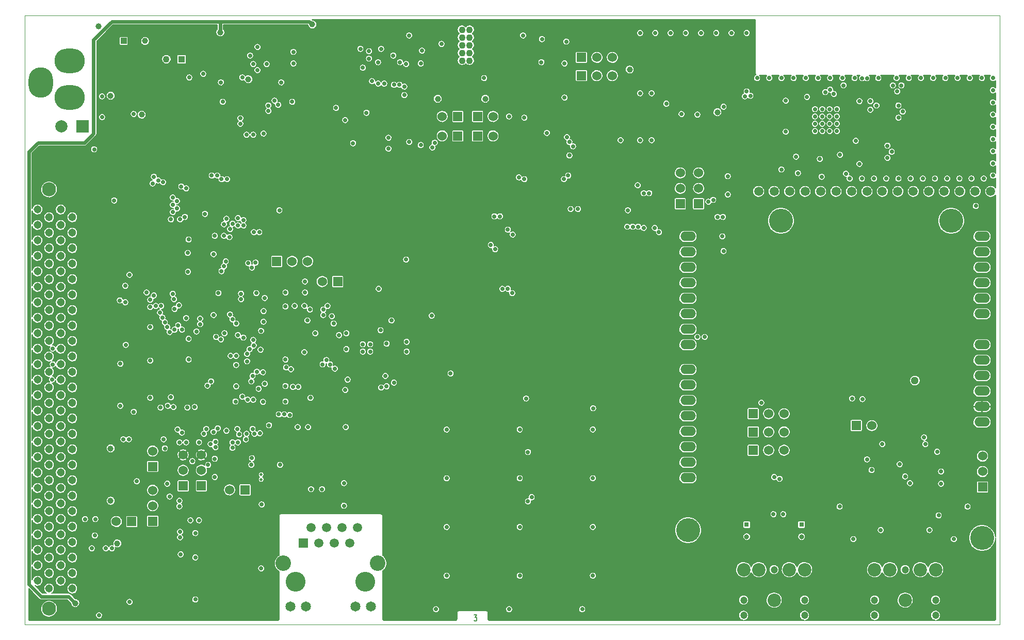
<source format=gbr>
G04 (created by PCBNEW-RS274X (2011-07-08 BZR 3044)-stable) date 07/12/2011 16:14:22*
G01*
G70*
G90*
%MOIN*%
G04 Gerber Fmt 3.4, Leading zero omitted, Abs format*
%FSLAX34Y34*%
G04 APERTURE LIST*
%ADD10C,0.006000*%
%ADD11C,0.007400*%
%ADD12C,0.003900*%
%ADD13C,0.027600*%
%ADD14C,0.019700*%
%ADD15R,0.060000X0.060000*%
%ADD16C,0.060000*%
%ADD17C,0.043300*%
%ADD18C,0.051400*%
%ADD19C,0.090600*%
%ADD20C,0.059000*%
%ADD21R,0.031500X0.031500*%
%ADD22C,0.031500*%
%ADD23O,0.100000X0.060000*%
%ADD24C,0.155000*%
%ADD25C,0.128000*%
%ADD26R,0.059100X0.059100*%
%ADD27C,0.059100*%
%ADD28C,0.100400*%
%ADD29C,0.065000*%
%ADD30C,0.078700*%
%ADD31R,0.078700X0.078700*%
%ADD32R,0.039400X0.039400*%
%ADD33C,0.039400*%
%ADD34C,0.051200*%
%ADD35C,0.086600*%
%ADD36C,0.047200*%
%ADD37O,0.196900X0.157500*%
%ADD38O,0.157500X0.196900*%
%ADD39R,0.043300X0.043300*%
%ADD40C,0.024400*%
%ADD41C,0.024000*%
G04 APERTURE END LIST*
G54D10*
G54D11*
X29036Y00629D02*
X29219Y00629D01*
X29120Y00478D01*
X29163Y00478D01*
X29191Y00460D01*
X29205Y00441D01*
X29219Y00403D01*
X29219Y00310D01*
X29205Y00272D01*
X29191Y00253D01*
X29163Y00235D01*
X29078Y00235D01*
X29050Y00253D01*
X29036Y00272D01*
G54D12*
X62992Y00000D02*
X00000Y00000D01*
X62992Y39370D02*
X62992Y00000D01*
X00000Y39370D02*
X62992Y39370D01*
X00000Y00000D02*
X00000Y39370D01*
G54D13*
X21851Y18110D03*
X22323Y18110D03*
X22323Y17638D03*
X21851Y17638D03*
G54D14*
X15276Y09685D03*
X15276Y09371D03*
G54D15*
X43543Y27189D03*
G54D16*
X43543Y28189D03*
X43543Y29189D03*
G54D15*
X47071Y13622D03*
G54D16*
X48071Y13622D03*
X49071Y13622D03*
G54D15*
X42362Y27189D03*
G54D16*
X42362Y28189D03*
X42362Y29189D03*
G54D15*
X61890Y08882D03*
G54D16*
X61890Y09882D03*
X61890Y10882D03*
G54D15*
X47069Y11261D03*
G54D16*
X48069Y11261D03*
X49069Y11261D03*
G54D15*
X08268Y06677D03*
G54D16*
X08268Y07677D03*
X08268Y08677D03*
G54D15*
X47071Y12441D03*
G54D16*
X48071Y12441D03*
X49071Y12441D03*
G54D15*
X10236Y08961D03*
G54D16*
X10236Y09961D03*
X10236Y10961D03*
G54D15*
X11417Y08961D03*
G54D16*
X11417Y09961D03*
X11417Y10961D03*
G54D15*
X16283Y23465D03*
G54D16*
X17283Y23465D03*
X18283Y23465D03*
G54D15*
X35969Y35472D03*
G54D16*
X36969Y35472D03*
X37969Y35472D03*
G54D15*
X35969Y36653D03*
G54D16*
X36969Y36653D03*
X37969Y36653D03*
G54D15*
X29264Y31575D03*
G54D16*
X30264Y31575D03*
G54D15*
X29264Y32835D03*
G54D16*
X30264Y32835D03*
G54D15*
X27980Y32835D03*
G54D16*
X26980Y32835D03*
G54D15*
X27980Y31575D03*
G54D16*
X26980Y31575D03*
G54D15*
X20224Y22165D03*
G54D16*
X19224Y22165D03*
G54D15*
X53734Y12856D03*
G54D16*
X54734Y12856D03*
G54D15*
X14240Y08701D03*
G54D16*
X13240Y08701D03*
G54D15*
X06917Y06654D03*
G54D16*
X05917Y06654D03*
G54D17*
X28255Y38440D03*
X28255Y37940D03*
X28255Y37441D03*
X28255Y36942D03*
X28255Y36442D03*
X28753Y38440D03*
X28753Y37940D03*
X28753Y37441D03*
X28753Y36942D03*
X28753Y36442D03*
G54D18*
X00824Y26818D03*
X01574Y26318D03*
X02324Y26818D03*
X03074Y26318D03*
X02324Y25818D03*
X03074Y25318D03*
X02324Y24818D03*
X03074Y24318D03*
X02324Y23818D03*
X03074Y23318D03*
X02324Y22818D03*
X03074Y22318D03*
X02324Y21818D03*
X03074Y21318D03*
X02324Y20818D03*
X03074Y20318D03*
X02324Y19818D03*
X03074Y19318D03*
X02324Y18818D03*
X03074Y18318D03*
X02324Y17818D03*
X03074Y17318D03*
X02324Y16818D03*
X03074Y16318D03*
X02324Y15818D03*
X03074Y15318D03*
X02324Y14818D03*
X03074Y14318D03*
X02324Y13818D03*
X03074Y13318D03*
X02324Y12818D03*
X03074Y12318D03*
X02324Y11818D03*
X03074Y11318D03*
X02324Y10818D03*
X03074Y10318D03*
X02324Y09818D03*
X03074Y09318D03*
X02324Y08818D03*
X03074Y08318D03*
X02324Y07818D03*
X03074Y07318D03*
X02324Y06818D03*
X03074Y06318D03*
X02324Y05818D03*
X03074Y05318D03*
X02324Y04818D03*
X03074Y04318D03*
X02324Y03818D03*
X03074Y03318D03*
X02324Y02818D03*
X03074Y02318D03*
X00824Y25818D03*
X01574Y25318D03*
X00824Y24818D03*
X01574Y24318D03*
X00824Y23818D03*
X01574Y23318D03*
X00824Y22818D03*
X01574Y22318D03*
X00824Y21818D03*
X01574Y21318D03*
X00824Y20818D03*
X01574Y20318D03*
X00824Y19818D03*
X01574Y19318D03*
X00824Y18818D03*
X01574Y18318D03*
X00824Y17818D03*
X01574Y17318D03*
X00824Y16818D03*
X01574Y16318D03*
X00824Y15818D03*
X01574Y15318D03*
X00824Y14818D03*
X01574Y14318D03*
X00824Y13818D03*
X01574Y13318D03*
X00824Y12818D03*
X01574Y12318D03*
X00824Y11818D03*
X01574Y11318D03*
X00824Y10818D03*
X01574Y10318D03*
X00824Y09818D03*
X01574Y09318D03*
X00824Y08818D03*
X01574Y08318D03*
X00824Y07818D03*
X01574Y07318D03*
X00824Y06818D03*
X01574Y06318D03*
X00824Y05818D03*
X01574Y05318D03*
X00824Y04818D03*
X01574Y04318D03*
X00824Y03818D03*
X01574Y03318D03*
X00824Y02818D03*
X01574Y02318D03*
G54D19*
X01574Y01015D03*
X01574Y28121D03*
G54D20*
X47422Y27992D03*
X48422Y27992D03*
X49422Y27992D03*
X50422Y27992D03*
X51422Y27992D03*
X52422Y27992D03*
X53422Y27992D03*
X54422Y27992D03*
X55420Y27992D03*
X56420Y27992D03*
X57420Y27992D03*
X58420Y27992D03*
X59420Y27992D03*
X60420Y27992D03*
X61420Y27992D03*
X62420Y27992D03*
G54D21*
X46654Y06457D03*
G54D22*
X46654Y05669D03*
G54D21*
X50197Y06457D03*
G54D22*
X50197Y05669D03*
G54D23*
X61862Y25083D03*
X61862Y24083D03*
X61862Y23083D03*
X61862Y20083D03*
X61862Y21083D03*
X61862Y22083D03*
X61862Y18083D03*
X61862Y17083D03*
X61862Y16083D03*
X61862Y14083D03*
X61862Y13083D03*
X42862Y25083D03*
X42862Y24083D03*
X42862Y23083D03*
X42862Y22083D03*
X42862Y21083D03*
X42862Y20083D03*
X42862Y19083D03*
X42862Y18083D03*
X42862Y16483D03*
X42862Y15483D03*
X42862Y14483D03*
X42862Y13483D03*
X42862Y12483D03*
X42862Y11483D03*
X42862Y10483D03*
X42862Y09483D03*
X61862Y15083D03*
G54D24*
X59862Y26083D03*
X48862Y26083D03*
X42862Y06083D03*
X61862Y05583D03*
G54D25*
X17514Y02756D03*
X22014Y02756D03*
G54D26*
X18014Y05256D03*
G54D27*
X18514Y06256D03*
X19014Y05256D03*
X19514Y06256D03*
X20014Y05256D03*
X20514Y06256D03*
X21014Y05256D03*
X21514Y06256D03*
G54D28*
X22813Y03957D03*
X16715Y03957D03*
G54D29*
X17156Y01158D03*
X18156Y01158D03*
X21372Y01158D03*
X22372Y01158D03*
G54D30*
X02362Y32205D03*
G54D31*
X03740Y32205D03*
G54D32*
X06398Y37718D03*
G54D33*
X07776Y37718D03*
G54D34*
X57521Y15766D03*
G54D35*
X56890Y01575D03*
X55906Y03544D03*
X54921Y03544D03*
X57874Y03544D03*
X58859Y03544D03*
G54D36*
X56890Y03544D03*
X54921Y01575D03*
X54921Y00591D03*
X58859Y00591D03*
X58859Y01575D03*
G54D35*
X48425Y01575D03*
X47441Y03544D03*
X46456Y03544D03*
X49409Y03544D03*
X50394Y03544D03*
G54D36*
X48425Y03544D03*
X46456Y01575D03*
X46456Y00591D03*
X50394Y00591D03*
X50394Y01575D03*
G54D13*
X51063Y31889D03*
X51063Y32362D03*
X51063Y32834D03*
X51063Y33307D03*
X51536Y33307D03*
X51536Y32834D03*
X51536Y32362D03*
X51536Y31889D03*
X52008Y31889D03*
X52008Y32362D03*
X52008Y32834D03*
X52008Y33307D03*
X52481Y33307D03*
X52481Y32834D03*
X52481Y32362D03*
X52481Y31889D03*
G54D37*
X02913Y34055D03*
X02913Y36417D03*
G54D38*
X01023Y35039D03*
G54D39*
X10138Y36537D03*
G54D17*
X09154Y36537D03*
G54D15*
X08268Y10209D03*
G54D16*
X08268Y11209D03*
G54D13*
X54422Y35310D03*
X54108Y35310D03*
X61850Y07835D03*
X07638Y21890D03*
X07480Y11969D03*
X06496Y17205D03*
X17992Y32874D03*
X53937Y33189D03*
X49843Y30827D03*
X51417Y30472D03*
X51496Y29488D03*
X53071Y29488D03*
X53346Y29764D03*
X55157Y30157D03*
X53701Y34252D03*
X23622Y31142D03*
X22283Y32677D03*
X21378Y32244D03*
X25512Y35394D03*
X21457Y35315D03*
X25591Y31772D03*
X10551Y23386D03*
X17756Y34882D03*
X17756Y34094D03*
X17677Y08543D03*
X21220Y19724D03*
X12126Y06535D03*
X12165Y02402D03*
X17756Y35669D03*
X17205Y17165D03*
X13543Y31063D03*
X23780Y37126D03*
X13071Y31693D03*
X11654Y31693D03*
X38504Y30906D03*
X11654Y31063D03*
X12126Y31063D03*
X13543Y31693D03*
X12126Y31693D03*
X12717Y36142D03*
X22283Y20827D03*
X04291Y04528D03*
X30630Y34488D03*
X13780Y09961D03*
X35512Y31772D03*
X04370Y26457D03*
X04488Y06102D03*
X04291Y05315D03*
X23386Y00630D03*
X11614Y04724D03*
X49764Y33858D03*
X53346Y31299D03*
X14843Y11732D03*
X16102Y12992D03*
X06654Y19213D03*
X14724Y30354D03*
X31024Y38071D03*
X14291Y30354D03*
X12323Y23268D03*
X18189Y18819D03*
X12717Y11811D03*
X24488Y19016D03*
X11063Y03150D03*
X41929Y31693D03*
X15906Y22520D03*
X15394Y23307D03*
X10551Y12638D03*
X19921Y14685D03*
X13071Y31063D03*
X16850Y20551D03*
X16850Y21457D03*
G54D33*
X39094Y35867D03*
X44764Y33110D03*
X12638Y38268D03*
X03268Y01378D03*
G54D13*
X10630Y35354D03*
G54D33*
X05551Y11378D03*
X05551Y07992D03*
X05984Y05236D03*
X14449Y35236D03*
G54D13*
X05000Y34134D03*
G54D33*
X18583Y38780D03*
G54D13*
X10591Y18465D03*
X14764Y36220D03*
X55315Y06102D03*
X56535Y10354D03*
X58465Y06102D03*
X56890Y09567D03*
X48425Y09528D03*
X58189Y11654D03*
X53543Y05512D03*
X60039Y05512D03*
X48386Y07126D03*
X16417Y13583D03*
X16854Y15409D03*
X16772Y13583D03*
X16850Y14409D03*
X17126Y13543D03*
X17323Y15354D03*
X17677Y15354D03*
X18307Y12756D03*
X14291Y11969D03*
X15118Y15236D03*
X23819Y36772D03*
X22835Y36339D03*
X25669Y37087D03*
X26929Y37520D03*
X24843Y38071D03*
X26339Y30827D03*
X22835Y34961D03*
X24252Y36339D03*
X23858Y34882D03*
X24213Y34882D03*
X24646Y36220D03*
X23228Y34961D03*
X26496Y31142D03*
X44173Y27323D03*
X44764Y26339D03*
X45118Y26339D03*
X44488Y27441D03*
X11732Y12638D03*
X11811Y15433D03*
X11850Y10315D03*
X23858Y15630D03*
X23504Y30748D03*
X21220Y31102D03*
X23504Y31457D03*
X19961Y19449D03*
X21693Y37205D03*
X23031Y37205D03*
X62559Y31378D03*
X62559Y34528D03*
X62559Y30591D03*
X62559Y29803D03*
X62559Y33740D03*
X61850Y35315D03*
X58701Y35315D03*
X57913Y35315D03*
X56339Y35315D03*
X61063Y35315D03*
X60276Y35315D03*
X53307Y28819D03*
X54094Y28819D03*
X54882Y28819D03*
X55669Y28819D03*
X56457Y28819D03*
X57244Y28819D03*
X58031Y28819D03*
X58819Y28819D03*
X59606Y28819D03*
X60394Y28819D03*
X61181Y28819D03*
X61969Y28819D03*
X62559Y29016D03*
X62559Y35315D03*
X62559Y32953D03*
X59488Y35315D03*
X57126Y35315D03*
X62559Y32165D03*
X55157Y35315D03*
X45433Y27795D03*
X13937Y32717D03*
X12795Y33780D03*
X14764Y31654D03*
X13937Y32362D03*
X15039Y35827D03*
X34882Y34055D03*
X54134Y14567D03*
X07244Y09252D03*
X20039Y16535D03*
X19724Y16811D03*
X20709Y15157D03*
X20866Y15827D03*
X17441Y20591D03*
X18071Y20591D03*
X24685Y18268D03*
X24685Y17638D03*
X06772Y01457D03*
X45433Y28976D03*
G54D33*
X05551Y34173D03*
G54D13*
X20787Y17795D03*
X22874Y21693D03*
X18780Y18819D03*
X15433Y20256D03*
X12205Y23937D03*
X10531Y24016D03*
X10551Y22795D03*
X12480Y12677D03*
X12283Y09528D03*
X43465Y32953D03*
X10512Y14016D03*
X55039Y33543D03*
X14685Y10748D03*
X12283Y10709D03*
X10433Y11772D03*
X33740Y31772D03*
X14961Y21417D03*
X31299Y32835D03*
X17283Y33780D03*
X61457Y27047D03*
X16850Y17126D03*
X47323Y35315D03*
X48110Y35315D03*
X49685Y35315D03*
X50472Y35315D03*
X51260Y35315D03*
X52047Y35315D03*
X52835Y35315D03*
X53622Y35315D03*
X49173Y33858D03*
X48898Y29409D03*
X04803Y00591D03*
X52677Y30354D03*
X16575Y35039D03*
X51496Y28937D03*
X53937Y29764D03*
X53701Y31260D03*
X56024Y30551D03*
X55748Y30157D03*
X52913Y34843D03*
X54646Y33819D03*
X54646Y33268D03*
X53937Y33819D03*
X56102Y34843D03*
X56378Y34449D03*
X56654Y34843D03*
X56457Y33543D03*
X56732Y33150D03*
X56457Y32756D03*
X49843Y30236D03*
X15787Y12874D03*
G54D33*
X07559Y32953D03*
G54D13*
X14567Y36772D03*
X08110Y14646D03*
X06535Y18071D03*
X06181Y16850D03*
X06181Y14134D03*
X14646Y10315D03*
X48780Y09409D03*
X57205Y09134D03*
X40512Y34331D03*
X39764Y34331D03*
X32205Y38070D03*
X14921Y23386D03*
X41732Y38228D03*
X18504Y08740D03*
X19213Y08740D03*
X55748Y30945D03*
X20630Y09134D03*
X12677Y35039D03*
X49961Y29173D03*
X15276Y03622D03*
X22441Y35118D03*
X46654Y38228D03*
X45669Y38228D03*
X41457Y33661D03*
X43701Y38228D03*
X42717Y38228D03*
X40748Y38228D03*
X39764Y38228D03*
X18071Y17598D03*
X12520Y21417D03*
X08110Y19213D03*
X22087Y33071D03*
X24843Y31181D03*
X25591Y30984D03*
X20709Y32598D03*
X21850Y35984D03*
X24528Y34213D03*
X24528Y34764D03*
X15315Y07756D03*
X29685Y35315D03*
X25591Y36260D03*
X14331Y31654D03*
X15433Y31732D03*
X18268Y19646D03*
X23701Y19646D03*
X07047Y13740D03*
X14055Y35354D03*
X17362Y36260D03*
X17362Y37008D03*
X15039Y37323D03*
X16496Y10315D03*
X20748Y12756D03*
X17638Y12756D03*
X06496Y21890D03*
X06772Y22598D03*
X18110Y21457D03*
X18110Y22165D03*
X19252Y16811D03*
X44685Y38228D03*
X38504Y31299D03*
X11260Y06732D03*
X11024Y01614D03*
X31299Y00984D03*
X26575Y00984D03*
X36024Y00984D03*
X58957Y11161D03*
X52657Y07618D03*
X54724Y09980D03*
X55413Y11654D03*
X60925Y07618D03*
X06378Y11969D03*
X54429Y10669D03*
X48898Y35315D03*
X08110Y17047D03*
X22992Y19016D03*
X53466Y14606D03*
X05787Y27402D03*
X49016Y07126D03*
X06732Y11969D03*
X12323Y11457D03*
X51378Y30079D03*
X20118Y33386D03*
X53071Y29134D03*
X49173Y31850D03*
X30354Y26378D03*
X40984Y25354D03*
X45157Y24134D03*
X22244Y36575D03*
X22244Y37047D03*
X45079Y25079D03*
X40709Y25630D03*
X30709Y26378D03*
X05000Y32795D03*
X11535Y35591D03*
X07047Y32992D03*
X04488Y30709D03*
X31496Y21417D03*
X32520Y07953D03*
X04567Y06811D03*
X35000Y37677D03*
X59213Y09094D03*
X59213Y09882D03*
X04528Y05748D03*
X05630Y04921D03*
X20630Y07677D03*
X11575Y12323D03*
X12047Y15709D03*
X15630Y36220D03*
X11102Y18937D03*
X11339Y19764D03*
X16378Y33583D03*
X11339Y19409D03*
X16142Y33858D03*
X12362Y18583D03*
X12677Y18425D03*
X10591Y17126D03*
X08780Y14016D03*
X08976Y11969D03*
X23386Y18150D03*
X15512Y21102D03*
X13780Y25787D03*
X13976Y21024D03*
X14685Y23071D03*
X15157Y25354D03*
X47598Y14331D03*
X14449Y23346D03*
X14803Y25354D03*
X13976Y21378D03*
X14134Y25787D03*
X32283Y32756D03*
X13071Y28780D03*
X10157Y19055D03*
X32283Y28780D03*
X13268Y25551D03*
X12992Y23465D03*
X09961Y20630D03*
X10354Y26339D03*
X09685Y20394D03*
X10039Y26181D03*
X07874Y21457D03*
X50551Y34094D03*
X45157Y33465D03*
X08346Y28937D03*
X01772Y15827D03*
X08268Y28504D03*
X08110Y20984D03*
X06142Y20945D03*
X01811Y17835D03*
X08346Y21260D03*
X08622Y28701D03*
X06496Y20827D03*
X08937Y28583D03*
X08110Y20512D03*
X01811Y16811D03*
X58110Y12087D03*
X59055Y07047D03*
X12874Y23150D03*
X13425Y25906D03*
X13425Y11417D03*
X13425Y11772D03*
X13780Y11772D03*
X12205Y12441D03*
X32520Y11142D03*
X33425Y37835D03*
X12323Y11811D03*
X13740Y12638D03*
X30866Y21693D03*
X03898Y06811D03*
X13858Y12283D03*
X14055Y14724D03*
X14331Y12323D03*
X14409Y14528D03*
X14843Y12323D03*
X39764Y31299D03*
X19567Y20591D03*
X10000Y07992D03*
X09213Y09094D03*
X09370Y08268D03*
X11024Y04331D03*
X10079Y04528D03*
X10000Y07638D03*
X15512Y15551D03*
X18465Y14646D03*
X20315Y18701D03*
X15433Y19567D03*
X42441Y32992D03*
X19291Y20000D03*
X19291Y20354D03*
X40512Y31299D03*
X34843Y28780D03*
X12441Y29016D03*
X34882Y36260D03*
X09685Y19055D03*
X35197Y31181D03*
X12717Y28780D03*
X33386Y36339D03*
X31929Y28898D03*
X09921Y19331D03*
X04331Y04921D03*
X05236Y04921D03*
X09252Y14134D03*
X09606Y14055D03*
X11024Y05906D03*
X10039Y05984D03*
X31220Y21693D03*
X32756Y08228D03*
X09055Y11378D03*
X35039Y31496D03*
X09882Y12598D03*
X10157Y12402D03*
X10000Y11772D03*
X10984Y14055D03*
X14724Y12638D03*
X15197Y12362D03*
X13780Y18701D03*
X15394Y14390D03*
X14764Y14528D03*
X09449Y14685D03*
X14134Y18543D03*
X14764Y18386D03*
X14370Y17008D03*
X40000Y25630D03*
X31535Y25197D03*
X30394Y24252D03*
X13661Y17362D03*
X13661Y19449D03*
X13228Y25039D03*
X17205Y16496D03*
X16457Y26772D03*
X15276Y18976D03*
X51732Y34409D03*
X39606Y28386D03*
X38976Y26772D03*
X46654Y34449D03*
X20787Y18819D03*
X12913Y18819D03*
X15748Y33543D03*
X12283Y25118D03*
X11654Y26535D03*
X12717Y22835D03*
X32402Y14606D03*
X36733Y13976D03*
X30118Y24528D03*
X13307Y17362D03*
X13425Y19724D03*
X39646Y25709D03*
X12874Y25118D03*
X31220Y25512D03*
X16890Y16614D03*
X36713Y12598D03*
X31988Y12598D03*
X15394Y16299D03*
X27264Y12598D03*
X23307Y16063D03*
X15000Y16339D03*
X27264Y09449D03*
X31988Y09449D03*
X36713Y09449D03*
X14724Y16063D03*
X23386Y15394D03*
X36713Y06299D03*
X31988Y06299D03*
X27264Y06299D03*
X14646Y15709D03*
X23031Y15315D03*
X27264Y03150D03*
X31988Y03150D03*
X36713Y03150D03*
X14134Y26142D03*
X14370Y17480D03*
X13780Y26260D03*
X15236Y17756D03*
X40000Y27874D03*
X38937Y25709D03*
X13031Y26220D03*
X14528Y17795D03*
X12874Y25866D03*
X39291Y25709D03*
X40354Y27874D03*
X14803Y18031D03*
X09646Y21024D03*
X52283Y34291D03*
X46890Y34173D03*
X10433Y28189D03*
X46535Y34134D03*
X10118Y28307D03*
X09567Y21378D03*
X52047Y34567D03*
X13661Y16772D03*
X13622Y14409D03*
X13661Y15394D03*
X19488Y17087D03*
X12008Y11654D03*
X10709Y06732D03*
X10039Y05630D03*
X10827Y10551D03*
X13031Y12520D03*
X15748Y33189D03*
X08465Y20591D03*
X09567Y27598D03*
X09843Y27362D03*
X08819Y20591D03*
X09567Y27126D03*
X08740Y20157D03*
X09843Y26890D03*
X08898Y19843D03*
X09055Y19528D03*
X09567Y26654D03*
X09449Y26181D03*
X35748Y26850D03*
X35433Y30906D03*
X09213Y19213D03*
X35276Y26850D03*
X09370Y18898D03*
X35118Y29016D03*
X35197Y30315D03*
X12087Y29016D03*
X11260Y11772D03*
X26299Y19961D03*
X19843Y19921D03*
X43465Y18583D03*
X43937Y18583D03*
X27520Y16220D03*
X13268Y20039D03*
X12205Y20000D03*
X10433Y19803D03*
X10591Y24882D03*
G54D33*
X04764Y38661D03*
X26693Y33976D03*
X29764Y33976D03*
G54D13*
X24646Y23583D03*
X18425Y20354D03*
G54D40*
X12638Y38977D02*
X18386Y38977D01*
X18386Y38977D02*
X18150Y38977D01*
G54D41*
X00276Y02598D02*
X00276Y30552D01*
G54D40*
X00276Y30552D02*
X00866Y31142D01*
X12638Y38268D02*
X12638Y38977D01*
G54D41*
X02835Y01811D02*
X01063Y01811D01*
X03268Y01378D02*
X02835Y01811D01*
X01063Y01811D02*
X00276Y02598D01*
G54D40*
X00866Y31142D02*
X03858Y31142D01*
X05630Y38977D02*
X11339Y38977D01*
X04449Y31733D02*
X03858Y31142D01*
X04449Y31733D02*
X04449Y37796D01*
X04449Y37796D02*
X05630Y38977D01*
G54D41*
X11339Y38977D02*
X12638Y38977D01*
G54D40*
X18386Y38977D02*
X18583Y38780D01*
G54D10*
G36*
X62726Y00355D02*
X62724Y00337D01*
X62719Y00321D01*
X62711Y00305D01*
X62700Y00292D01*
X62687Y00281D01*
X62671Y00273D01*
X62655Y00268D01*
X62637Y00266D01*
X60267Y00266D01*
X60267Y05534D01*
X60258Y05578D01*
X60241Y05619D01*
X60217Y05656D01*
X60185Y05688D01*
X60148Y05713D01*
X60107Y05731D01*
X60063Y05740D01*
X60019Y05740D01*
X59975Y05732D01*
X59933Y05715D01*
X59896Y05691D01*
X59864Y05660D01*
X59838Y05623D01*
X59821Y05582D01*
X59811Y05538D01*
X59811Y05493D01*
X59819Y05449D01*
X59835Y05408D01*
X59859Y05370D01*
X59890Y05338D01*
X59927Y05312D01*
X59968Y05294D01*
X60012Y05285D01*
X60056Y05284D01*
X60100Y05291D01*
X60142Y05307D01*
X60180Y05331D01*
X60212Y05362D01*
X60238Y05399D01*
X60256Y05439D01*
X60266Y05483D01*
X60267Y05534D01*
X60267Y00266D01*
X59441Y00266D01*
X59441Y09116D01*
X59441Y09904D01*
X59432Y09948D01*
X59415Y09989D01*
X59391Y10026D01*
X59359Y10058D01*
X59322Y10083D01*
X59281Y10101D01*
X59237Y10110D01*
X59193Y10110D01*
X59185Y10109D01*
X59185Y11183D01*
X59176Y11227D01*
X59159Y11268D01*
X59135Y11305D01*
X59103Y11337D01*
X59066Y11362D01*
X59025Y11380D01*
X58981Y11389D01*
X58937Y11389D01*
X58893Y11381D01*
X58851Y11364D01*
X58814Y11340D01*
X58804Y11331D01*
X58804Y28030D01*
X58789Y28104D01*
X58761Y28173D01*
X58719Y28236D01*
X58666Y28290D01*
X58603Y28332D01*
X58534Y28361D01*
X58460Y28376D01*
X58385Y28376D01*
X58311Y28362D01*
X58259Y28342D01*
X58259Y28841D01*
X58250Y28885D01*
X58233Y28926D01*
X58209Y28963D01*
X58177Y28995D01*
X58140Y29020D01*
X58099Y29038D01*
X58055Y29047D01*
X58011Y29047D01*
X57967Y29039D01*
X57925Y29022D01*
X57888Y28998D01*
X57856Y28967D01*
X57830Y28930D01*
X57813Y28889D01*
X57803Y28845D01*
X57803Y28800D01*
X57811Y28756D01*
X57827Y28715D01*
X57851Y28677D01*
X57882Y28645D01*
X57919Y28619D01*
X57960Y28601D01*
X58004Y28592D01*
X58048Y28591D01*
X58092Y28598D01*
X58134Y28614D01*
X58172Y28638D01*
X58204Y28669D01*
X58230Y28706D01*
X58248Y28746D01*
X58258Y28790D01*
X58259Y28841D01*
X58259Y28342D01*
X58241Y28334D01*
X58178Y28293D01*
X58124Y28240D01*
X58082Y28178D01*
X58052Y28108D01*
X58036Y28035D01*
X58036Y27959D01*
X58049Y27885D01*
X58077Y27815D01*
X58118Y27752D01*
X58170Y27698D01*
X58232Y27655D01*
X58301Y27625D01*
X58375Y27609D01*
X58450Y27607D01*
X58524Y27620D01*
X58594Y27648D01*
X58658Y27688D01*
X58712Y27740D01*
X58756Y27802D01*
X58786Y27871D01*
X58803Y27944D01*
X58804Y28030D01*
X58804Y11331D01*
X58782Y11309D01*
X58756Y11272D01*
X58739Y11231D01*
X58729Y11187D01*
X58729Y11142D01*
X58737Y11098D01*
X58753Y11057D01*
X58777Y11019D01*
X58808Y10987D01*
X58845Y10961D01*
X58886Y10943D01*
X58930Y10934D01*
X58974Y10933D01*
X59018Y10940D01*
X59060Y10956D01*
X59098Y10980D01*
X59130Y11011D01*
X59156Y11048D01*
X59174Y11088D01*
X59184Y11132D01*
X59185Y11183D01*
X59185Y10109D01*
X59149Y10102D01*
X59107Y10085D01*
X59070Y10061D01*
X59038Y10030D01*
X59012Y09993D01*
X58995Y09952D01*
X58985Y09908D01*
X58985Y09863D01*
X58993Y09819D01*
X59009Y09778D01*
X59033Y09740D01*
X59064Y09708D01*
X59101Y09682D01*
X59142Y09664D01*
X59186Y09655D01*
X59230Y09654D01*
X59274Y09661D01*
X59316Y09677D01*
X59354Y09701D01*
X59386Y09732D01*
X59412Y09769D01*
X59430Y09809D01*
X59440Y09853D01*
X59441Y09904D01*
X59441Y09116D01*
X59432Y09160D01*
X59415Y09201D01*
X59391Y09238D01*
X59359Y09270D01*
X59322Y09295D01*
X59281Y09313D01*
X59237Y09322D01*
X59193Y09322D01*
X59149Y09314D01*
X59107Y09297D01*
X59070Y09273D01*
X59038Y09242D01*
X59012Y09205D01*
X58995Y09164D01*
X58985Y09120D01*
X58985Y09075D01*
X58993Y09031D01*
X59009Y08990D01*
X59033Y08952D01*
X59064Y08920D01*
X59101Y08894D01*
X59142Y08876D01*
X59186Y08867D01*
X59230Y08866D01*
X59274Y08873D01*
X59316Y08889D01*
X59354Y08913D01*
X59386Y08944D01*
X59412Y08981D01*
X59430Y09021D01*
X59440Y09065D01*
X59441Y09116D01*
X59441Y00266D01*
X59381Y00266D01*
X59381Y03595D01*
X59361Y03695D01*
X59322Y03790D01*
X59283Y03850D01*
X59283Y07069D01*
X59274Y07113D01*
X59257Y07154D01*
X59233Y07191D01*
X59201Y07223D01*
X59164Y07248D01*
X59123Y07266D01*
X59079Y07275D01*
X59035Y07275D01*
X58991Y07267D01*
X58949Y07250D01*
X58912Y07226D01*
X58880Y07195D01*
X58854Y07158D01*
X58837Y07117D01*
X58827Y07073D01*
X58827Y07028D01*
X58835Y06984D01*
X58851Y06943D01*
X58875Y06905D01*
X58906Y06873D01*
X58943Y06847D01*
X58984Y06829D01*
X59028Y06820D01*
X59072Y06819D01*
X59116Y06826D01*
X59158Y06842D01*
X59196Y06866D01*
X59228Y06897D01*
X59254Y06934D01*
X59272Y06974D01*
X59282Y07018D01*
X59283Y07069D01*
X59283Y03850D01*
X59266Y03875D01*
X59193Y03948D01*
X59109Y04005D01*
X59014Y04045D01*
X58914Y04066D01*
X58812Y04066D01*
X58711Y04047D01*
X58693Y04040D01*
X58693Y06124D01*
X58684Y06168D01*
X58667Y06209D01*
X58643Y06246D01*
X58611Y06278D01*
X58574Y06303D01*
X58533Y06321D01*
X58489Y06330D01*
X58445Y06330D01*
X58417Y06325D01*
X58417Y11676D01*
X58408Y11720D01*
X58391Y11761D01*
X58367Y11798D01*
X58335Y11830D01*
X58298Y11855D01*
X58257Y11873D01*
X58213Y11882D01*
X58251Y11906D01*
X58283Y11937D01*
X58309Y11974D01*
X58327Y12014D01*
X58337Y12058D01*
X58338Y12109D01*
X58329Y12153D01*
X58312Y12194D01*
X58288Y12231D01*
X58256Y12263D01*
X58219Y12288D01*
X58178Y12306D01*
X58134Y12315D01*
X58090Y12315D01*
X58046Y12307D01*
X58004Y12290D01*
X57967Y12266D01*
X57935Y12235D01*
X57909Y12198D01*
X57892Y12157D01*
X57882Y12113D01*
X57882Y12068D01*
X57890Y12024D01*
X57906Y11983D01*
X57930Y11945D01*
X57961Y11913D01*
X57998Y11887D01*
X58039Y11869D01*
X58083Y11860D01*
X58090Y11860D01*
X58083Y11857D01*
X58046Y11833D01*
X58014Y11802D01*
X57988Y11765D01*
X57971Y11724D01*
X57961Y11680D01*
X57961Y11635D01*
X57969Y11591D01*
X57985Y11550D01*
X58009Y11512D01*
X58040Y11480D01*
X58077Y11454D01*
X58118Y11436D01*
X58162Y11427D01*
X58206Y11426D01*
X58250Y11433D01*
X58292Y11449D01*
X58330Y11473D01*
X58362Y11504D01*
X58388Y11541D01*
X58406Y11581D01*
X58416Y11625D01*
X58417Y11676D01*
X58417Y06325D01*
X58401Y06322D01*
X58359Y06305D01*
X58322Y06281D01*
X58290Y06250D01*
X58264Y06213D01*
X58247Y06172D01*
X58237Y06128D01*
X58237Y06083D01*
X58245Y06039D01*
X58261Y05998D01*
X58285Y05960D01*
X58316Y05928D01*
X58353Y05902D01*
X58394Y05884D01*
X58438Y05875D01*
X58482Y05874D01*
X58526Y05881D01*
X58568Y05897D01*
X58606Y05921D01*
X58638Y05952D01*
X58664Y05989D01*
X58682Y06029D01*
X58692Y06073D01*
X58693Y06124D01*
X58693Y04040D01*
X58616Y04009D01*
X58530Y03953D01*
X58457Y03881D01*
X58399Y03797D01*
X58365Y03720D01*
X58337Y03790D01*
X58281Y03875D01*
X58208Y03948D01*
X58124Y04005D01*
X58029Y04045D01*
X57929Y04066D01*
X57866Y04066D01*
X57866Y15800D01*
X57853Y15866D01*
X57827Y15929D01*
X57804Y15964D01*
X57804Y28030D01*
X57789Y28104D01*
X57761Y28173D01*
X57719Y28236D01*
X57666Y28290D01*
X57603Y28332D01*
X57534Y28361D01*
X57472Y28374D01*
X57472Y28841D01*
X57463Y28885D01*
X57446Y28926D01*
X57422Y28963D01*
X57390Y28995D01*
X57353Y29020D01*
X57312Y29038D01*
X57268Y29047D01*
X57224Y29047D01*
X57180Y29039D01*
X57138Y29022D01*
X57101Y28998D01*
X57069Y28967D01*
X57043Y28930D01*
X57026Y28889D01*
X57016Y28845D01*
X57016Y28800D01*
X57024Y28756D01*
X57040Y28715D01*
X57064Y28677D01*
X57095Y28645D01*
X57132Y28619D01*
X57173Y28601D01*
X57217Y28592D01*
X57261Y28591D01*
X57305Y28598D01*
X57347Y28614D01*
X57385Y28638D01*
X57417Y28669D01*
X57443Y28706D01*
X57461Y28746D01*
X57471Y28790D01*
X57472Y28841D01*
X57472Y28374D01*
X57460Y28376D01*
X57385Y28376D01*
X57311Y28362D01*
X57241Y28334D01*
X57178Y28293D01*
X57124Y28240D01*
X57082Y28178D01*
X57052Y28108D01*
X57036Y28035D01*
X57036Y27959D01*
X57049Y27885D01*
X57077Y27815D01*
X57118Y27752D01*
X57170Y27698D01*
X57232Y27655D01*
X57301Y27625D01*
X57375Y27609D01*
X57450Y27607D01*
X57524Y27620D01*
X57594Y27648D01*
X57658Y27688D01*
X57712Y27740D01*
X57756Y27802D01*
X57786Y27871D01*
X57803Y27944D01*
X57804Y28030D01*
X57804Y15964D01*
X57790Y15985D01*
X57742Y16033D01*
X57686Y16071D01*
X57623Y16097D01*
X57557Y16111D01*
X57489Y16111D01*
X57423Y16099D01*
X57360Y16073D01*
X57304Y16036D01*
X57255Y15989D01*
X57217Y15933D01*
X57191Y15871D01*
X57176Y15804D01*
X57176Y15737D01*
X57188Y15670D01*
X57213Y15607D01*
X57249Y15551D01*
X57296Y15502D01*
X57352Y15463D01*
X57414Y15436D01*
X57480Y15422D01*
X57548Y15420D01*
X57614Y15432D01*
X57677Y15457D01*
X57735Y15493D01*
X57784Y15540D01*
X57823Y15595D01*
X57850Y15657D01*
X57865Y15723D01*
X57866Y15800D01*
X57866Y04066D01*
X57827Y04066D01*
X57726Y04047D01*
X57631Y04009D01*
X57545Y03953D01*
X57472Y03881D01*
X57433Y03825D01*
X57433Y09156D01*
X57424Y09200D01*
X57407Y09241D01*
X57383Y09278D01*
X57351Y09310D01*
X57314Y09335D01*
X57273Y09353D01*
X57229Y09362D01*
X57185Y09362D01*
X57141Y09354D01*
X57118Y09345D01*
X57118Y09589D01*
X57109Y09633D01*
X57092Y09674D01*
X57068Y09711D01*
X57036Y09743D01*
X56999Y09768D01*
X56960Y09786D01*
X56960Y33172D01*
X56951Y33216D01*
X56934Y33257D01*
X56910Y33294D01*
X56882Y33322D01*
X56882Y34865D01*
X56873Y34909D01*
X56856Y34950D01*
X56832Y34987D01*
X56800Y35019D01*
X56763Y35044D01*
X56722Y35062D01*
X56678Y35071D01*
X56634Y35071D01*
X56590Y35063D01*
X56548Y35046D01*
X56511Y35022D01*
X56479Y34991D01*
X56453Y34954D01*
X56436Y34913D01*
X56426Y34869D01*
X56426Y34824D01*
X56434Y34780D01*
X56450Y34739D01*
X56474Y34701D01*
X56505Y34669D01*
X56542Y34643D01*
X56583Y34625D01*
X56627Y34616D01*
X56671Y34615D01*
X56715Y34622D01*
X56757Y34638D01*
X56795Y34662D01*
X56827Y34693D01*
X56853Y34730D01*
X56871Y34770D01*
X56881Y34814D01*
X56882Y34865D01*
X56882Y33322D01*
X56878Y33326D01*
X56841Y33351D01*
X56800Y33369D01*
X56756Y33378D01*
X56712Y33378D01*
X56685Y33374D01*
X56685Y33565D01*
X56676Y33609D01*
X56659Y33650D01*
X56635Y33687D01*
X56606Y33716D01*
X56606Y34471D01*
X56597Y34515D01*
X56580Y34556D01*
X56556Y34593D01*
X56524Y34625D01*
X56487Y34650D01*
X56446Y34668D01*
X56402Y34677D01*
X56358Y34677D01*
X56330Y34672D01*
X56330Y34865D01*
X56321Y34909D01*
X56304Y34950D01*
X56280Y34987D01*
X56248Y35019D01*
X56211Y35044D01*
X56170Y35062D01*
X56126Y35071D01*
X56082Y35071D01*
X56038Y35063D01*
X55996Y35046D01*
X55959Y35022D01*
X55927Y34991D01*
X55901Y34954D01*
X55884Y34913D01*
X55874Y34869D01*
X55874Y34824D01*
X55882Y34780D01*
X55898Y34739D01*
X55922Y34701D01*
X55953Y34669D01*
X55990Y34643D01*
X56031Y34625D01*
X56075Y34616D01*
X56119Y34615D01*
X56163Y34622D01*
X56205Y34638D01*
X56243Y34662D01*
X56275Y34693D01*
X56301Y34730D01*
X56319Y34770D01*
X56329Y34814D01*
X56330Y34865D01*
X56330Y34672D01*
X56314Y34669D01*
X56272Y34652D01*
X56235Y34628D01*
X56203Y34597D01*
X56177Y34560D01*
X56160Y34519D01*
X56150Y34475D01*
X56150Y34430D01*
X56158Y34386D01*
X56174Y34345D01*
X56198Y34307D01*
X56229Y34275D01*
X56266Y34249D01*
X56307Y34231D01*
X56351Y34222D01*
X56395Y34221D01*
X56439Y34228D01*
X56481Y34244D01*
X56519Y34268D01*
X56551Y34299D01*
X56577Y34336D01*
X56595Y34376D01*
X56605Y34420D01*
X56606Y34471D01*
X56606Y33716D01*
X56603Y33719D01*
X56566Y33744D01*
X56525Y33762D01*
X56481Y33771D01*
X56437Y33771D01*
X56393Y33763D01*
X56351Y33746D01*
X56314Y33722D01*
X56282Y33691D01*
X56256Y33654D01*
X56239Y33613D01*
X56229Y33569D01*
X56229Y33524D01*
X56237Y33480D01*
X56253Y33439D01*
X56277Y33401D01*
X56308Y33369D01*
X56345Y33343D01*
X56386Y33325D01*
X56430Y33316D01*
X56474Y33315D01*
X56518Y33322D01*
X56560Y33338D01*
X56598Y33362D01*
X56630Y33393D01*
X56656Y33430D01*
X56674Y33470D01*
X56684Y33514D01*
X56685Y33565D01*
X56685Y33374D01*
X56668Y33370D01*
X56626Y33353D01*
X56589Y33329D01*
X56557Y33298D01*
X56531Y33261D01*
X56514Y33220D01*
X56504Y33176D01*
X56504Y33131D01*
X56512Y33087D01*
X56528Y33046D01*
X56552Y33008D01*
X56583Y32976D01*
X56620Y32950D01*
X56661Y32932D01*
X56705Y32923D01*
X56749Y32922D01*
X56793Y32929D01*
X56835Y32945D01*
X56873Y32969D01*
X56905Y33000D01*
X56931Y33037D01*
X56949Y33077D01*
X56959Y33121D01*
X56960Y33172D01*
X56960Y09786D01*
X56958Y09786D01*
X56914Y09795D01*
X56870Y09795D01*
X56826Y09787D01*
X56804Y09779D01*
X56804Y28030D01*
X56789Y28104D01*
X56761Y28173D01*
X56719Y28236D01*
X56685Y28271D01*
X56685Y28841D01*
X56685Y32778D01*
X56676Y32822D01*
X56659Y32863D01*
X56635Y32900D01*
X56603Y32932D01*
X56566Y32957D01*
X56525Y32975D01*
X56481Y32984D01*
X56437Y32984D01*
X56393Y32976D01*
X56351Y32959D01*
X56314Y32935D01*
X56282Y32904D01*
X56256Y32867D01*
X56239Y32826D01*
X56229Y32782D01*
X56229Y32737D01*
X56237Y32693D01*
X56253Y32652D01*
X56277Y32614D01*
X56308Y32582D01*
X56345Y32556D01*
X56386Y32538D01*
X56430Y32529D01*
X56474Y32528D01*
X56518Y32535D01*
X56560Y32551D01*
X56598Y32575D01*
X56630Y32606D01*
X56656Y32643D01*
X56674Y32683D01*
X56684Y32727D01*
X56685Y32778D01*
X56685Y28841D01*
X56676Y28885D01*
X56659Y28926D01*
X56635Y28963D01*
X56603Y28995D01*
X56566Y29020D01*
X56525Y29038D01*
X56481Y29047D01*
X56437Y29047D01*
X56393Y29039D01*
X56351Y29022D01*
X56314Y28998D01*
X56282Y28967D01*
X56256Y28930D01*
X56252Y28921D01*
X56252Y30573D01*
X56243Y30617D01*
X56226Y30658D01*
X56202Y30695D01*
X56170Y30727D01*
X56133Y30752D01*
X56092Y30770D01*
X56048Y30779D01*
X56004Y30779D01*
X55976Y30774D01*
X55976Y30967D01*
X55967Y31011D01*
X55950Y31052D01*
X55926Y31089D01*
X55894Y31121D01*
X55857Y31146D01*
X55816Y31164D01*
X55772Y31173D01*
X55728Y31173D01*
X55684Y31165D01*
X55642Y31148D01*
X55605Y31124D01*
X55573Y31093D01*
X55547Y31056D01*
X55530Y31015D01*
X55520Y30971D01*
X55520Y30926D01*
X55528Y30882D01*
X55544Y30841D01*
X55568Y30803D01*
X55599Y30771D01*
X55636Y30745D01*
X55677Y30727D01*
X55721Y30718D01*
X55765Y30717D01*
X55809Y30724D01*
X55851Y30740D01*
X55889Y30764D01*
X55921Y30795D01*
X55947Y30832D01*
X55965Y30872D01*
X55975Y30916D01*
X55976Y30967D01*
X55976Y30774D01*
X55960Y30771D01*
X55918Y30754D01*
X55881Y30730D01*
X55849Y30699D01*
X55823Y30662D01*
X55806Y30621D01*
X55796Y30577D01*
X55796Y30532D01*
X55804Y30488D01*
X55820Y30447D01*
X55844Y30409D01*
X55875Y30377D01*
X55912Y30351D01*
X55953Y30333D01*
X55997Y30324D01*
X56041Y30323D01*
X56085Y30330D01*
X56127Y30346D01*
X56165Y30370D01*
X56197Y30401D01*
X56223Y30438D01*
X56241Y30478D01*
X56251Y30522D01*
X56252Y30573D01*
X56252Y28921D01*
X56239Y28889D01*
X56229Y28845D01*
X56229Y28800D01*
X56237Y28756D01*
X56253Y28715D01*
X56277Y28677D01*
X56308Y28645D01*
X56345Y28619D01*
X56386Y28601D01*
X56430Y28592D01*
X56474Y28591D01*
X56518Y28598D01*
X56560Y28614D01*
X56598Y28638D01*
X56630Y28669D01*
X56656Y28706D01*
X56674Y28746D01*
X56684Y28790D01*
X56685Y28841D01*
X56685Y28271D01*
X56666Y28290D01*
X56603Y28332D01*
X56534Y28361D01*
X56460Y28376D01*
X56385Y28376D01*
X56311Y28362D01*
X56241Y28334D01*
X56178Y28293D01*
X56124Y28240D01*
X56082Y28178D01*
X56052Y28108D01*
X56036Y28035D01*
X56036Y27959D01*
X56049Y27885D01*
X56077Y27815D01*
X56118Y27752D01*
X56170Y27698D01*
X56232Y27655D01*
X56301Y27625D01*
X56375Y27609D01*
X56450Y27607D01*
X56524Y27620D01*
X56594Y27648D01*
X56658Y27688D01*
X56712Y27740D01*
X56756Y27802D01*
X56786Y27871D01*
X56803Y27944D01*
X56804Y28030D01*
X56804Y09779D01*
X56784Y09770D01*
X56763Y09757D01*
X56763Y10376D01*
X56754Y10420D01*
X56737Y10461D01*
X56713Y10498D01*
X56681Y10530D01*
X56644Y10555D01*
X56603Y10573D01*
X56559Y10582D01*
X56515Y10582D01*
X56471Y10574D01*
X56429Y10557D01*
X56392Y10533D01*
X56360Y10502D01*
X56334Y10465D01*
X56317Y10424D01*
X56307Y10380D01*
X56307Y10335D01*
X56315Y10291D01*
X56331Y10250D01*
X56355Y10212D01*
X56386Y10180D01*
X56423Y10154D01*
X56464Y10136D01*
X56508Y10127D01*
X56552Y10126D01*
X56596Y10133D01*
X56638Y10149D01*
X56676Y10173D01*
X56708Y10204D01*
X56734Y10241D01*
X56752Y10281D01*
X56762Y10325D01*
X56763Y10376D01*
X56763Y09757D01*
X56747Y09746D01*
X56715Y09715D01*
X56689Y09678D01*
X56672Y09637D01*
X56662Y09593D01*
X56662Y09548D01*
X56670Y09504D01*
X56686Y09463D01*
X56710Y09425D01*
X56741Y09393D01*
X56778Y09367D01*
X56819Y09349D01*
X56863Y09340D01*
X56907Y09339D01*
X56951Y09346D01*
X56993Y09362D01*
X57031Y09386D01*
X57063Y09417D01*
X57089Y09454D01*
X57107Y09494D01*
X57117Y09538D01*
X57118Y09589D01*
X57118Y09345D01*
X57099Y09337D01*
X57062Y09313D01*
X57030Y09282D01*
X57004Y09245D01*
X56987Y09204D01*
X56977Y09160D01*
X56977Y09115D01*
X56985Y09071D01*
X57001Y09030D01*
X57025Y08992D01*
X57056Y08960D01*
X57093Y08934D01*
X57134Y08916D01*
X57178Y08907D01*
X57222Y08906D01*
X57266Y08913D01*
X57308Y08929D01*
X57346Y08953D01*
X57378Y08984D01*
X57404Y09021D01*
X57422Y09061D01*
X57432Y09105D01*
X57433Y09156D01*
X57433Y03825D01*
X57414Y03797D01*
X57374Y03703D01*
X57353Y03603D01*
X57351Y03500D01*
X57370Y03400D01*
X57407Y03304D01*
X57463Y03218D01*
X57534Y03145D01*
X57618Y03086D01*
X57712Y03045D01*
X57812Y03023D01*
X57914Y03021D01*
X58015Y03039D01*
X58110Y03076D01*
X58197Y03131D01*
X58271Y03201D01*
X58330Y03285D01*
X58367Y03368D01*
X58392Y03304D01*
X58448Y03218D01*
X58519Y03145D01*
X58603Y03086D01*
X58697Y03045D01*
X58797Y03023D01*
X58899Y03021D01*
X59000Y03039D01*
X59095Y03076D01*
X59182Y03131D01*
X59256Y03201D01*
X59315Y03285D01*
X59357Y03378D01*
X59379Y03478D01*
X59381Y03595D01*
X59381Y00266D01*
X58889Y00266D01*
X58947Y00276D01*
X59006Y00300D01*
X59060Y00334D01*
X59106Y00378D01*
X59143Y00430D01*
X59169Y00488D01*
X59183Y00550D01*
X59184Y00623D01*
X59184Y01607D01*
X59172Y01670D01*
X59147Y01728D01*
X59112Y01782D01*
X59067Y01827D01*
X59014Y01862D01*
X58955Y01887D01*
X58893Y01900D01*
X58829Y01900D01*
X58767Y01888D01*
X58708Y01864D01*
X58654Y01829D01*
X58609Y01785D01*
X58573Y01732D01*
X58548Y01674D01*
X58534Y01611D01*
X58534Y01548D01*
X58545Y01485D01*
X58569Y01426D01*
X58603Y01372D01*
X58647Y01326D01*
X58700Y01290D01*
X58758Y01264D01*
X58820Y01251D01*
X58884Y01249D01*
X58947Y01260D01*
X59006Y01284D01*
X59060Y01318D01*
X59106Y01362D01*
X59143Y01414D01*
X59169Y01472D01*
X59183Y01534D01*
X59184Y01607D01*
X59184Y00623D01*
X59172Y00686D01*
X59147Y00744D01*
X59112Y00798D01*
X59067Y00843D01*
X59014Y00878D01*
X58955Y00903D01*
X58893Y00916D01*
X58829Y00916D01*
X58767Y00904D01*
X58708Y00880D01*
X58654Y00845D01*
X58609Y00801D01*
X58573Y00748D01*
X58548Y00690D01*
X58534Y00627D01*
X58534Y00564D01*
X58545Y00501D01*
X58569Y00442D01*
X58603Y00388D01*
X58647Y00342D01*
X58700Y00306D01*
X58758Y00280D01*
X58820Y00267D01*
X58852Y00266D01*
X57412Y00266D01*
X57412Y01626D01*
X57392Y01726D01*
X57353Y01821D01*
X57297Y01906D01*
X57224Y01979D01*
X57215Y01986D01*
X57215Y03576D01*
X57203Y03639D01*
X57178Y03697D01*
X57143Y03751D01*
X57098Y03796D01*
X57045Y03831D01*
X56986Y03856D01*
X56924Y03869D01*
X56860Y03869D01*
X56798Y03857D01*
X56739Y03833D01*
X56685Y03798D01*
X56640Y03754D01*
X56604Y03701D01*
X56579Y03643D01*
X56565Y03580D01*
X56565Y03517D01*
X56576Y03454D01*
X56600Y03395D01*
X56634Y03341D01*
X56678Y03295D01*
X56731Y03259D01*
X56789Y03233D01*
X56851Y03220D01*
X56915Y03218D01*
X56978Y03229D01*
X57037Y03253D01*
X57091Y03287D01*
X57137Y03331D01*
X57174Y03383D01*
X57200Y03441D01*
X57214Y03503D01*
X57215Y03576D01*
X57215Y01986D01*
X57140Y02036D01*
X57045Y02076D01*
X56945Y02097D01*
X56843Y02097D01*
X56742Y02078D01*
X56647Y02040D01*
X56561Y01984D01*
X56488Y01912D01*
X56430Y01828D01*
X56428Y01824D01*
X56428Y03595D01*
X56408Y03695D01*
X56369Y03790D01*
X56313Y03875D01*
X56240Y03948D01*
X56156Y04005D01*
X56061Y04045D01*
X55976Y04063D01*
X55976Y30179D01*
X55967Y30223D01*
X55950Y30264D01*
X55926Y30301D01*
X55894Y30333D01*
X55857Y30358D01*
X55816Y30376D01*
X55772Y30385D01*
X55728Y30385D01*
X55684Y30377D01*
X55642Y30360D01*
X55605Y30336D01*
X55573Y30305D01*
X55547Y30268D01*
X55530Y30227D01*
X55520Y30183D01*
X55520Y30138D01*
X55528Y30094D01*
X55544Y30053D01*
X55568Y30015D01*
X55599Y29983D01*
X55636Y29957D01*
X55677Y29939D01*
X55721Y29930D01*
X55765Y29929D01*
X55809Y29936D01*
X55851Y29952D01*
X55889Y29976D01*
X55921Y30007D01*
X55947Y30044D01*
X55965Y30084D01*
X55975Y30128D01*
X55976Y30179D01*
X55976Y04063D01*
X55961Y04066D01*
X55897Y04066D01*
X55897Y28841D01*
X55888Y28885D01*
X55871Y28926D01*
X55847Y28963D01*
X55815Y28995D01*
X55778Y29020D01*
X55737Y29038D01*
X55693Y29047D01*
X55649Y29047D01*
X55605Y29039D01*
X55563Y29022D01*
X55526Y28998D01*
X55494Y28967D01*
X55468Y28930D01*
X55451Y28889D01*
X55441Y28845D01*
X55441Y28800D01*
X55449Y28756D01*
X55465Y28715D01*
X55489Y28677D01*
X55520Y28645D01*
X55557Y28619D01*
X55598Y28601D01*
X55642Y28592D01*
X55686Y28591D01*
X55730Y28598D01*
X55772Y28614D01*
X55810Y28638D01*
X55842Y28669D01*
X55868Y28706D01*
X55886Y28746D01*
X55896Y28790D01*
X55897Y28841D01*
X55897Y04066D01*
X55859Y04066D01*
X55804Y04056D01*
X55804Y28030D01*
X55789Y28104D01*
X55761Y28173D01*
X55719Y28236D01*
X55666Y28290D01*
X55603Y28332D01*
X55534Y28361D01*
X55460Y28376D01*
X55385Y28376D01*
X55311Y28362D01*
X55267Y28345D01*
X55267Y33565D01*
X55258Y33609D01*
X55241Y33650D01*
X55217Y33687D01*
X55185Y33719D01*
X55148Y33744D01*
X55107Y33762D01*
X55063Y33771D01*
X55019Y33771D01*
X54975Y33763D01*
X54933Y33746D01*
X54896Y33722D01*
X54874Y33701D01*
X54874Y33841D01*
X54865Y33885D01*
X54848Y33926D01*
X54824Y33963D01*
X54792Y33995D01*
X54755Y34020D01*
X54714Y34038D01*
X54670Y34047D01*
X54626Y34047D01*
X54582Y34039D01*
X54540Y34022D01*
X54503Y33998D01*
X54471Y33967D01*
X54445Y33930D01*
X54428Y33889D01*
X54418Y33845D01*
X54418Y33800D01*
X54426Y33756D01*
X54442Y33715D01*
X54466Y33677D01*
X54497Y33645D01*
X54534Y33619D01*
X54575Y33601D01*
X54619Y33592D01*
X54663Y33591D01*
X54707Y33598D01*
X54749Y33614D01*
X54787Y33638D01*
X54819Y33669D01*
X54845Y33706D01*
X54863Y33746D01*
X54873Y33790D01*
X54874Y33841D01*
X54874Y33701D01*
X54864Y33691D01*
X54838Y33654D01*
X54821Y33613D01*
X54811Y33569D01*
X54811Y33524D01*
X54819Y33480D01*
X54835Y33439D01*
X54859Y33401D01*
X54890Y33369D01*
X54927Y33343D01*
X54968Y33325D01*
X55012Y33316D01*
X55056Y33315D01*
X55100Y33322D01*
X55142Y33338D01*
X55180Y33362D01*
X55212Y33393D01*
X55238Y33430D01*
X55256Y33470D01*
X55266Y33514D01*
X55267Y33565D01*
X55267Y28345D01*
X55241Y28334D01*
X55178Y28293D01*
X55124Y28240D01*
X55110Y28220D01*
X55110Y28841D01*
X55101Y28885D01*
X55084Y28926D01*
X55060Y28963D01*
X55028Y28995D01*
X54991Y29020D01*
X54950Y29038D01*
X54906Y29047D01*
X54874Y29047D01*
X54874Y33290D01*
X54865Y33334D01*
X54848Y33375D01*
X54824Y33412D01*
X54792Y33444D01*
X54755Y33469D01*
X54714Y33487D01*
X54670Y33496D01*
X54626Y33496D01*
X54582Y33488D01*
X54540Y33471D01*
X54503Y33447D01*
X54471Y33416D01*
X54445Y33379D01*
X54428Y33338D01*
X54418Y33294D01*
X54418Y33249D01*
X54426Y33205D01*
X54442Y33164D01*
X54466Y33126D01*
X54497Y33094D01*
X54534Y33068D01*
X54575Y33050D01*
X54619Y33041D01*
X54663Y33040D01*
X54707Y33047D01*
X54749Y33063D01*
X54787Y33087D01*
X54819Y33118D01*
X54845Y33155D01*
X54863Y33195D01*
X54873Y33239D01*
X54874Y33290D01*
X54874Y29047D01*
X54862Y29047D01*
X54818Y29039D01*
X54776Y29022D01*
X54739Y28998D01*
X54707Y28967D01*
X54681Y28930D01*
X54664Y28889D01*
X54654Y28845D01*
X54654Y28800D01*
X54662Y28756D01*
X54678Y28715D01*
X54702Y28677D01*
X54733Y28645D01*
X54770Y28619D01*
X54811Y28601D01*
X54855Y28592D01*
X54899Y28591D01*
X54943Y28598D01*
X54985Y28614D01*
X55023Y28638D01*
X55055Y28669D01*
X55081Y28706D01*
X55099Y28746D01*
X55109Y28790D01*
X55110Y28841D01*
X55110Y28220D01*
X55082Y28178D01*
X55052Y28108D01*
X55036Y28035D01*
X55036Y27959D01*
X55049Y27885D01*
X55077Y27815D01*
X55118Y27752D01*
X55170Y27698D01*
X55232Y27655D01*
X55301Y27625D01*
X55375Y27609D01*
X55450Y27607D01*
X55524Y27620D01*
X55594Y27648D01*
X55658Y27688D01*
X55712Y27740D01*
X55756Y27802D01*
X55786Y27871D01*
X55803Y27944D01*
X55804Y28030D01*
X55804Y04056D01*
X55758Y04047D01*
X55663Y04009D01*
X55641Y03995D01*
X55641Y11676D01*
X55632Y11720D01*
X55615Y11761D01*
X55591Y11798D01*
X55559Y11830D01*
X55522Y11855D01*
X55481Y11873D01*
X55437Y11882D01*
X55393Y11882D01*
X55349Y11874D01*
X55307Y11857D01*
X55270Y11833D01*
X55238Y11802D01*
X55212Y11765D01*
X55195Y11724D01*
X55185Y11680D01*
X55185Y11635D01*
X55193Y11591D01*
X55209Y11550D01*
X55233Y11512D01*
X55264Y11480D01*
X55301Y11454D01*
X55342Y11436D01*
X55386Y11427D01*
X55430Y11426D01*
X55474Y11433D01*
X55516Y11449D01*
X55554Y11473D01*
X55586Y11504D01*
X55612Y11541D01*
X55630Y11581D01*
X55640Y11625D01*
X55641Y11676D01*
X55641Y03995D01*
X55577Y03953D01*
X55543Y03920D01*
X55543Y06124D01*
X55534Y06168D01*
X55517Y06209D01*
X55493Y06246D01*
X55461Y06278D01*
X55424Y06303D01*
X55383Y06321D01*
X55339Y06330D01*
X55295Y06330D01*
X55251Y06322D01*
X55209Y06305D01*
X55172Y06281D01*
X55140Y06250D01*
X55123Y06226D01*
X55123Y12894D01*
X55108Y12969D01*
X55079Y13039D01*
X55037Y13103D01*
X54983Y13157D01*
X54920Y13200D01*
X54850Y13229D01*
X54806Y13239D01*
X54806Y28030D01*
X54791Y28104D01*
X54763Y28173D01*
X54721Y28236D01*
X54668Y28290D01*
X54605Y28332D01*
X54536Y28361D01*
X54462Y28376D01*
X54387Y28376D01*
X54322Y28364D01*
X54322Y28841D01*
X54313Y28885D01*
X54296Y28926D01*
X54272Y28963D01*
X54240Y28995D01*
X54203Y29020D01*
X54165Y29037D01*
X54165Y29786D01*
X54165Y33841D01*
X54156Y33885D01*
X54139Y33926D01*
X54115Y33963D01*
X54083Y33995D01*
X54046Y34020D01*
X54005Y34038D01*
X53961Y34047D01*
X53917Y34047D01*
X53873Y34039D01*
X53831Y34022D01*
X53794Y33998D01*
X53762Y33967D01*
X53736Y33930D01*
X53719Y33889D01*
X53709Y33845D01*
X53709Y33800D01*
X53717Y33756D01*
X53733Y33715D01*
X53757Y33677D01*
X53788Y33645D01*
X53825Y33619D01*
X53866Y33601D01*
X53910Y33592D01*
X53954Y33591D01*
X53998Y33598D01*
X54040Y33614D01*
X54078Y33638D01*
X54110Y33669D01*
X54136Y33706D01*
X54154Y33746D01*
X54164Y33790D01*
X54165Y33841D01*
X54165Y29786D01*
X54156Y29830D01*
X54139Y29871D01*
X54115Y29908D01*
X54083Y29940D01*
X54046Y29965D01*
X54005Y29983D01*
X53961Y29992D01*
X53929Y29992D01*
X53929Y31282D01*
X53920Y31326D01*
X53903Y31367D01*
X53879Y31404D01*
X53847Y31436D01*
X53810Y31461D01*
X53769Y31479D01*
X53725Y31488D01*
X53681Y31488D01*
X53637Y31480D01*
X53595Y31463D01*
X53558Y31439D01*
X53526Y31408D01*
X53500Y31371D01*
X53483Y31330D01*
X53473Y31286D01*
X53473Y31241D01*
X53481Y31197D01*
X53497Y31156D01*
X53521Y31118D01*
X53552Y31086D01*
X53589Y31060D01*
X53630Y31042D01*
X53674Y31033D01*
X53718Y31032D01*
X53762Y31039D01*
X53804Y31055D01*
X53842Y31079D01*
X53874Y31110D01*
X53900Y31147D01*
X53918Y31187D01*
X53928Y31231D01*
X53929Y31282D01*
X53929Y29992D01*
X53917Y29992D01*
X53873Y29984D01*
X53831Y29967D01*
X53794Y29943D01*
X53762Y29912D01*
X53736Y29875D01*
X53719Y29834D01*
X53709Y29790D01*
X53709Y29745D01*
X53717Y29701D01*
X53733Y29660D01*
X53757Y29622D01*
X53788Y29590D01*
X53825Y29564D01*
X53866Y29546D01*
X53910Y29537D01*
X53954Y29536D01*
X53998Y29543D01*
X54040Y29559D01*
X54078Y29583D01*
X54110Y29614D01*
X54136Y29651D01*
X54154Y29691D01*
X54164Y29735D01*
X54165Y29786D01*
X54165Y29037D01*
X54162Y29038D01*
X54118Y29047D01*
X54074Y29047D01*
X54030Y29039D01*
X53988Y29022D01*
X53951Y28998D01*
X53919Y28967D01*
X53893Y28930D01*
X53876Y28889D01*
X53866Y28845D01*
X53866Y28800D01*
X53874Y28756D01*
X53890Y28715D01*
X53914Y28677D01*
X53945Y28645D01*
X53982Y28619D01*
X54023Y28601D01*
X54067Y28592D01*
X54111Y28591D01*
X54155Y28598D01*
X54197Y28614D01*
X54235Y28638D01*
X54267Y28669D01*
X54293Y28706D01*
X54311Y28746D01*
X54321Y28790D01*
X54322Y28841D01*
X54322Y28364D01*
X54313Y28362D01*
X54243Y28334D01*
X54180Y28293D01*
X54126Y28240D01*
X54084Y28178D01*
X54054Y28108D01*
X54038Y28035D01*
X54038Y27959D01*
X54051Y27885D01*
X54079Y27815D01*
X54120Y27752D01*
X54172Y27698D01*
X54234Y27655D01*
X54303Y27625D01*
X54377Y27609D01*
X54452Y27607D01*
X54526Y27620D01*
X54596Y27648D01*
X54660Y27688D01*
X54714Y27740D01*
X54758Y27802D01*
X54788Y27871D01*
X54805Y27944D01*
X54806Y28030D01*
X54806Y13239D01*
X54775Y13245D01*
X54699Y13245D01*
X54624Y13231D01*
X54553Y13202D01*
X54489Y13161D01*
X54435Y13107D01*
X54392Y13044D01*
X54362Y12977D01*
X54362Y14589D01*
X54353Y14633D01*
X54336Y14674D01*
X54312Y14711D01*
X54280Y14743D01*
X54243Y14768D01*
X54202Y14786D01*
X54158Y14795D01*
X54114Y14795D01*
X54070Y14787D01*
X54028Y14770D01*
X53991Y14746D01*
X53959Y14715D01*
X53933Y14678D01*
X53916Y14637D01*
X53906Y14593D01*
X53906Y14548D01*
X53914Y14504D01*
X53930Y14463D01*
X53954Y14425D01*
X53985Y14393D01*
X54022Y14367D01*
X54063Y14349D01*
X54107Y14340D01*
X54151Y14339D01*
X54195Y14346D01*
X54237Y14362D01*
X54275Y14386D01*
X54307Y14417D01*
X54333Y14454D01*
X54351Y14494D01*
X54361Y14538D01*
X54362Y14589D01*
X54362Y12977D01*
X54361Y12974D01*
X54346Y12900D01*
X54345Y12823D01*
X54358Y12748D01*
X54386Y12677D01*
X54428Y12613D01*
X54481Y12558D01*
X54543Y12515D01*
X54613Y12484D01*
X54688Y12468D01*
X54764Y12466D01*
X54839Y12480D01*
X54910Y12507D01*
X54975Y12548D01*
X55030Y12601D01*
X55074Y12663D01*
X55105Y12732D01*
X55122Y12807D01*
X55123Y12894D01*
X55123Y06226D01*
X55114Y06213D01*
X55097Y06172D01*
X55087Y06128D01*
X55087Y06083D01*
X55095Y06039D01*
X55111Y05998D01*
X55135Y05960D01*
X55166Y05928D01*
X55203Y05902D01*
X55244Y05884D01*
X55288Y05875D01*
X55332Y05874D01*
X55376Y05881D01*
X55418Y05897D01*
X55456Y05921D01*
X55488Y05952D01*
X55514Y05989D01*
X55532Y06029D01*
X55542Y06073D01*
X55543Y06124D01*
X55543Y03920D01*
X55504Y03881D01*
X55446Y03797D01*
X55412Y03720D01*
X55384Y03790D01*
X55328Y03875D01*
X55255Y03948D01*
X55171Y04005D01*
X55076Y04045D01*
X54976Y04066D01*
X54952Y04066D01*
X54952Y10002D01*
X54943Y10046D01*
X54926Y10087D01*
X54902Y10124D01*
X54870Y10156D01*
X54833Y10181D01*
X54792Y10199D01*
X54748Y10208D01*
X54704Y10208D01*
X54660Y10200D01*
X54657Y10199D01*
X54657Y10691D01*
X54648Y10735D01*
X54631Y10776D01*
X54607Y10813D01*
X54575Y10845D01*
X54538Y10870D01*
X54497Y10888D01*
X54453Y10897D01*
X54409Y10897D01*
X54365Y10889D01*
X54323Y10872D01*
X54286Y10848D01*
X54254Y10817D01*
X54228Y10780D01*
X54211Y10739D01*
X54201Y10695D01*
X54201Y10650D01*
X54209Y10606D01*
X54225Y10565D01*
X54249Y10527D01*
X54280Y10495D01*
X54317Y10469D01*
X54358Y10451D01*
X54402Y10442D01*
X54446Y10441D01*
X54490Y10448D01*
X54532Y10464D01*
X54570Y10488D01*
X54602Y10519D01*
X54628Y10556D01*
X54646Y10596D01*
X54656Y10640D01*
X54657Y10691D01*
X54657Y10199D01*
X54618Y10183D01*
X54581Y10159D01*
X54549Y10128D01*
X54523Y10091D01*
X54506Y10050D01*
X54496Y10006D01*
X54496Y09961D01*
X54504Y09917D01*
X54520Y09876D01*
X54544Y09838D01*
X54575Y09806D01*
X54612Y09780D01*
X54653Y09762D01*
X54697Y09753D01*
X54741Y09752D01*
X54785Y09759D01*
X54827Y09775D01*
X54865Y09799D01*
X54897Y09830D01*
X54923Y09867D01*
X54941Y09907D01*
X54951Y09951D01*
X54952Y10002D01*
X54952Y04066D01*
X54874Y04066D01*
X54773Y04047D01*
X54678Y04009D01*
X54592Y03953D01*
X54519Y03881D01*
X54461Y03797D01*
X54421Y03703D01*
X54400Y03603D01*
X54398Y03500D01*
X54417Y03400D01*
X54454Y03304D01*
X54510Y03218D01*
X54581Y03145D01*
X54665Y03086D01*
X54759Y03045D01*
X54859Y03023D01*
X54961Y03021D01*
X55062Y03039D01*
X55157Y03076D01*
X55244Y03131D01*
X55318Y03201D01*
X55377Y03285D01*
X55414Y03368D01*
X55439Y03304D01*
X55495Y03218D01*
X55566Y03145D01*
X55650Y03086D01*
X55744Y03045D01*
X55844Y03023D01*
X55946Y03021D01*
X56047Y03039D01*
X56142Y03076D01*
X56229Y03131D01*
X56303Y03201D01*
X56362Y03285D01*
X56404Y03378D01*
X56426Y03478D01*
X56428Y03595D01*
X56428Y01824D01*
X56390Y01734D01*
X56369Y01634D01*
X56367Y01531D01*
X56386Y01431D01*
X56423Y01335D01*
X56479Y01249D01*
X56550Y01176D01*
X56634Y01117D01*
X56728Y01076D01*
X56828Y01054D01*
X56930Y01052D01*
X57031Y01070D01*
X57126Y01107D01*
X57213Y01162D01*
X57287Y01232D01*
X57346Y01316D01*
X57388Y01409D01*
X57410Y01509D01*
X57412Y01626D01*
X57412Y00266D01*
X54951Y00266D01*
X55009Y00276D01*
X55068Y00300D01*
X55122Y00334D01*
X55168Y00378D01*
X55205Y00430D01*
X55231Y00488D01*
X55245Y00550D01*
X55246Y00623D01*
X55246Y01607D01*
X55234Y01670D01*
X55209Y01728D01*
X55174Y01782D01*
X55129Y01827D01*
X55076Y01862D01*
X55017Y01887D01*
X54955Y01900D01*
X54891Y01900D01*
X54829Y01888D01*
X54770Y01864D01*
X54716Y01829D01*
X54671Y01785D01*
X54635Y01732D01*
X54610Y01674D01*
X54596Y01611D01*
X54596Y01548D01*
X54607Y01485D01*
X54631Y01426D01*
X54665Y01372D01*
X54709Y01326D01*
X54762Y01290D01*
X54820Y01264D01*
X54882Y01251D01*
X54946Y01249D01*
X55009Y01260D01*
X55068Y01284D01*
X55122Y01318D01*
X55168Y01362D01*
X55205Y01414D01*
X55231Y01472D01*
X55245Y01534D01*
X55246Y01607D01*
X55246Y00623D01*
X55234Y00686D01*
X55209Y00744D01*
X55174Y00798D01*
X55129Y00843D01*
X55076Y00878D01*
X55017Y00903D01*
X54955Y00916D01*
X54891Y00916D01*
X54829Y00904D01*
X54770Y00880D01*
X54716Y00845D01*
X54671Y00801D01*
X54635Y00748D01*
X54610Y00690D01*
X54596Y00627D01*
X54596Y00564D01*
X54607Y00501D01*
X54631Y00442D01*
X54665Y00388D01*
X54709Y00342D01*
X54762Y00306D01*
X54820Y00280D01*
X54882Y00267D01*
X54914Y00266D01*
X54124Y00266D01*
X54124Y12547D01*
X54124Y12564D01*
X54124Y13165D01*
X54121Y13182D01*
X54114Y13199D01*
X54104Y13213D01*
X54092Y13226D01*
X54077Y13236D01*
X54061Y13242D01*
X54043Y13246D01*
X54026Y13246D01*
X53806Y13246D01*
X53806Y28030D01*
X53791Y28104D01*
X53763Y28173D01*
X53721Y28236D01*
X53668Y28290D01*
X53605Y28332D01*
X53536Y28361D01*
X53535Y28362D01*
X53535Y28841D01*
X53526Y28885D01*
X53509Y28926D01*
X53485Y28963D01*
X53453Y28995D01*
X53416Y29020D01*
X53375Y29038D01*
X53331Y29047D01*
X53287Y29047D01*
X53281Y29046D01*
X53288Y29061D01*
X53298Y29105D01*
X53299Y29156D01*
X53290Y29200D01*
X53273Y29241D01*
X53249Y29278D01*
X53217Y29310D01*
X53180Y29335D01*
X53141Y29353D01*
X53141Y34865D01*
X53132Y34909D01*
X53115Y34950D01*
X53091Y34987D01*
X53059Y35019D01*
X53022Y35044D01*
X52981Y35062D01*
X52937Y35071D01*
X52893Y35071D01*
X52849Y35063D01*
X52807Y35046D01*
X52770Y35022D01*
X52738Y34991D01*
X52712Y34954D01*
X52695Y34913D01*
X52685Y34869D01*
X52685Y34824D01*
X52693Y34780D01*
X52709Y34739D01*
X52733Y34701D01*
X52764Y34669D01*
X52801Y34643D01*
X52842Y34625D01*
X52886Y34616D01*
X52930Y34615D01*
X52974Y34622D01*
X53016Y34638D01*
X53054Y34662D01*
X53086Y34693D01*
X53112Y34730D01*
X53130Y34770D01*
X53140Y34814D01*
X53141Y34865D01*
X53141Y29353D01*
X53139Y29353D01*
X53095Y29362D01*
X53051Y29362D01*
X53007Y29354D01*
X52965Y29337D01*
X52928Y29313D01*
X52905Y29291D01*
X52905Y30376D01*
X52896Y30420D01*
X52879Y30461D01*
X52855Y30498D01*
X52823Y30530D01*
X52786Y30555D01*
X52745Y30573D01*
X52709Y30581D01*
X52709Y31911D01*
X52709Y32384D01*
X52709Y32856D01*
X52709Y33329D01*
X52700Y33373D01*
X52683Y33414D01*
X52659Y33451D01*
X52627Y33483D01*
X52590Y33508D01*
X52549Y33526D01*
X52511Y33534D01*
X52511Y34313D01*
X52502Y34357D01*
X52485Y34398D01*
X52461Y34435D01*
X52429Y34467D01*
X52392Y34492D01*
X52351Y34510D01*
X52307Y34519D01*
X52269Y34519D01*
X52274Y34538D01*
X52275Y34589D01*
X52266Y34633D01*
X52249Y34674D01*
X52225Y34711D01*
X52193Y34743D01*
X52156Y34768D01*
X52115Y34786D01*
X52071Y34795D01*
X52027Y34795D01*
X51983Y34787D01*
X51941Y34770D01*
X51904Y34746D01*
X51872Y34715D01*
X51846Y34678D01*
X51829Y34637D01*
X51824Y34618D01*
X51800Y34628D01*
X51756Y34637D01*
X51712Y34637D01*
X51668Y34629D01*
X51626Y34612D01*
X51589Y34588D01*
X51557Y34557D01*
X51531Y34520D01*
X51514Y34479D01*
X51504Y34435D01*
X51504Y34390D01*
X51512Y34346D01*
X51528Y34305D01*
X51552Y34267D01*
X51583Y34235D01*
X51620Y34209D01*
X51661Y34191D01*
X51705Y34182D01*
X51749Y34181D01*
X51793Y34188D01*
X51835Y34204D01*
X51873Y34228D01*
X51905Y34259D01*
X51931Y34296D01*
X51949Y34336D01*
X51954Y34359D01*
X51976Y34349D01*
X52020Y34340D01*
X52060Y34340D01*
X52055Y34317D01*
X52055Y34272D01*
X52063Y34228D01*
X52079Y34187D01*
X52103Y34149D01*
X52134Y34117D01*
X52171Y34091D01*
X52212Y34073D01*
X52256Y34064D01*
X52300Y34063D01*
X52344Y34070D01*
X52386Y34086D01*
X52424Y34110D01*
X52456Y34141D01*
X52482Y34178D01*
X52500Y34218D01*
X52510Y34262D01*
X52511Y34313D01*
X52511Y33534D01*
X52505Y33535D01*
X52461Y33535D01*
X52417Y33527D01*
X52375Y33510D01*
X52338Y33486D01*
X52306Y33455D01*
X52280Y33418D01*
X52263Y33377D01*
X52253Y33333D01*
X52253Y33288D01*
X52261Y33244D01*
X52277Y33203D01*
X52301Y33165D01*
X52332Y33133D01*
X52369Y33107D01*
X52410Y33089D01*
X52454Y33080D01*
X52498Y33079D01*
X52542Y33086D01*
X52584Y33102D01*
X52622Y33126D01*
X52654Y33157D01*
X52680Y33194D01*
X52698Y33234D01*
X52708Y33278D01*
X52709Y33329D01*
X52709Y32856D01*
X52700Y32900D01*
X52683Y32941D01*
X52659Y32978D01*
X52627Y33010D01*
X52590Y33035D01*
X52549Y33053D01*
X52505Y33062D01*
X52461Y33062D01*
X52417Y33054D01*
X52375Y33037D01*
X52338Y33013D01*
X52306Y32982D01*
X52280Y32945D01*
X52263Y32904D01*
X52253Y32860D01*
X52253Y32815D01*
X52261Y32771D01*
X52277Y32730D01*
X52301Y32692D01*
X52332Y32660D01*
X52369Y32634D01*
X52410Y32616D01*
X52454Y32607D01*
X52498Y32606D01*
X52542Y32613D01*
X52584Y32629D01*
X52622Y32653D01*
X52654Y32684D01*
X52680Y32721D01*
X52698Y32761D01*
X52708Y32805D01*
X52709Y32856D01*
X52709Y32384D01*
X52700Y32428D01*
X52683Y32469D01*
X52659Y32506D01*
X52627Y32538D01*
X52590Y32563D01*
X52549Y32581D01*
X52505Y32590D01*
X52461Y32590D01*
X52417Y32582D01*
X52375Y32565D01*
X52338Y32541D01*
X52306Y32510D01*
X52280Y32473D01*
X52263Y32432D01*
X52253Y32388D01*
X52253Y32343D01*
X52261Y32299D01*
X52277Y32258D01*
X52301Y32220D01*
X52332Y32188D01*
X52369Y32162D01*
X52410Y32144D01*
X52454Y32135D01*
X52498Y32134D01*
X52542Y32141D01*
X52584Y32157D01*
X52622Y32181D01*
X52654Y32212D01*
X52680Y32249D01*
X52698Y32289D01*
X52708Y32333D01*
X52709Y32384D01*
X52709Y31911D01*
X52700Y31955D01*
X52683Y31996D01*
X52659Y32033D01*
X52627Y32065D01*
X52590Y32090D01*
X52549Y32108D01*
X52505Y32117D01*
X52461Y32117D01*
X52417Y32109D01*
X52375Y32092D01*
X52338Y32068D01*
X52306Y32037D01*
X52280Y32000D01*
X52263Y31959D01*
X52253Y31915D01*
X52253Y31870D01*
X52261Y31826D01*
X52277Y31785D01*
X52301Y31747D01*
X52332Y31715D01*
X52369Y31689D01*
X52410Y31671D01*
X52454Y31662D01*
X52498Y31661D01*
X52542Y31668D01*
X52584Y31684D01*
X52622Y31708D01*
X52654Y31739D01*
X52680Y31776D01*
X52698Y31816D01*
X52708Y31860D01*
X52709Y31911D01*
X52709Y30581D01*
X52701Y30582D01*
X52657Y30582D01*
X52613Y30574D01*
X52571Y30557D01*
X52534Y30533D01*
X52502Y30502D01*
X52476Y30465D01*
X52459Y30424D01*
X52449Y30380D01*
X52449Y30335D01*
X52457Y30291D01*
X52473Y30250D01*
X52497Y30212D01*
X52528Y30180D01*
X52565Y30154D01*
X52606Y30136D01*
X52650Y30127D01*
X52694Y30126D01*
X52738Y30133D01*
X52780Y30149D01*
X52818Y30173D01*
X52850Y30204D01*
X52876Y30241D01*
X52894Y30281D01*
X52904Y30325D01*
X52905Y30376D01*
X52905Y29291D01*
X52896Y29282D01*
X52870Y29245D01*
X52853Y29204D01*
X52843Y29160D01*
X52843Y29115D01*
X52851Y29071D01*
X52867Y29030D01*
X52891Y28992D01*
X52922Y28960D01*
X52959Y28934D01*
X53000Y28916D01*
X53044Y28907D01*
X53088Y28906D01*
X53096Y28908D01*
X53089Y28889D01*
X53079Y28845D01*
X53079Y28800D01*
X53087Y28756D01*
X53103Y28715D01*
X53127Y28677D01*
X53158Y28645D01*
X53195Y28619D01*
X53236Y28601D01*
X53280Y28592D01*
X53324Y28591D01*
X53368Y28598D01*
X53410Y28614D01*
X53448Y28638D01*
X53480Y28669D01*
X53506Y28706D01*
X53524Y28746D01*
X53534Y28790D01*
X53535Y28841D01*
X53535Y28362D01*
X53462Y28376D01*
X53387Y28376D01*
X53313Y28362D01*
X53243Y28334D01*
X53180Y28293D01*
X53126Y28240D01*
X53084Y28178D01*
X53054Y28108D01*
X53038Y28035D01*
X53038Y27959D01*
X53051Y27885D01*
X53079Y27815D01*
X53120Y27752D01*
X53172Y27698D01*
X53234Y27655D01*
X53303Y27625D01*
X53377Y27609D01*
X53452Y27607D01*
X53526Y27620D01*
X53596Y27648D01*
X53660Y27688D01*
X53714Y27740D01*
X53758Y27802D01*
X53788Y27871D01*
X53805Y27944D01*
X53806Y28030D01*
X53806Y13246D01*
X53694Y13246D01*
X53694Y14628D01*
X53685Y14672D01*
X53668Y14713D01*
X53644Y14750D01*
X53612Y14782D01*
X53575Y14807D01*
X53534Y14825D01*
X53490Y14834D01*
X53446Y14834D01*
X53402Y14826D01*
X53360Y14809D01*
X53323Y14785D01*
X53291Y14754D01*
X53265Y14717D01*
X53248Y14676D01*
X53238Y14632D01*
X53238Y14587D01*
X53246Y14543D01*
X53262Y14502D01*
X53286Y14464D01*
X53317Y14432D01*
X53354Y14406D01*
X53395Y14388D01*
X53439Y14379D01*
X53483Y14378D01*
X53527Y14385D01*
X53569Y14401D01*
X53607Y14425D01*
X53639Y14456D01*
X53665Y14493D01*
X53683Y14533D01*
X53693Y14577D01*
X53694Y14628D01*
X53694Y13246D01*
X53425Y13246D01*
X53408Y13243D01*
X53391Y13236D01*
X53377Y13226D01*
X53364Y13214D01*
X53354Y13199D01*
X53348Y13183D01*
X53344Y13165D01*
X53344Y13148D01*
X53344Y12547D01*
X53347Y12530D01*
X53354Y12513D01*
X53364Y12499D01*
X53376Y12486D01*
X53391Y12476D01*
X53407Y12470D01*
X53425Y12466D01*
X53442Y12466D01*
X54043Y12466D01*
X54060Y12469D01*
X54077Y12476D01*
X54091Y12486D01*
X54104Y12498D01*
X54114Y12513D01*
X54120Y12529D01*
X54124Y12547D01*
X54124Y00266D01*
X53771Y00266D01*
X53771Y05534D01*
X53762Y05578D01*
X53745Y05619D01*
X53721Y05656D01*
X53689Y05688D01*
X53652Y05713D01*
X53611Y05731D01*
X53567Y05740D01*
X53523Y05740D01*
X53479Y05732D01*
X53437Y05715D01*
X53400Y05691D01*
X53368Y05660D01*
X53342Y05623D01*
X53325Y05582D01*
X53315Y05538D01*
X53315Y05493D01*
X53323Y05449D01*
X53339Y05408D01*
X53363Y05370D01*
X53394Y05338D01*
X53431Y05312D01*
X53472Y05294D01*
X53516Y05285D01*
X53560Y05284D01*
X53604Y05291D01*
X53646Y05307D01*
X53684Y05331D01*
X53716Y05362D01*
X53742Y05399D01*
X53760Y05439D01*
X53770Y05483D01*
X53771Y05534D01*
X53771Y00266D01*
X52885Y00266D01*
X52885Y07640D01*
X52876Y07684D01*
X52859Y07725D01*
X52835Y07762D01*
X52806Y07791D01*
X52806Y28030D01*
X52791Y28104D01*
X52763Y28173D01*
X52721Y28236D01*
X52668Y28290D01*
X52605Y28332D01*
X52536Y28361D01*
X52462Y28376D01*
X52387Y28376D01*
X52313Y28362D01*
X52243Y28334D01*
X52236Y28330D01*
X52236Y31911D01*
X52236Y32384D01*
X52236Y32856D01*
X52236Y33329D01*
X52227Y33373D01*
X52210Y33414D01*
X52186Y33451D01*
X52154Y33483D01*
X52117Y33508D01*
X52076Y33526D01*
X52032Y33535D01*
X51988Y33535D01*
X51944Y33527D01*
X51902Y33510D01*
X51865Y33486D01*
X51833Y33455D01*
X51807Y33418D01*
X51790Y33377D01*
X51780Y33333D01*
X51780Y33288D01*
X51788Y33244D01*
X51804Y33203D01*
X51828Y33165D01*
X51859Y33133D01*
X51896Y33107D01*
X51937Y33089D01*
X51981Y33080D01*
X52025Y33079D01*
X52069Y33086D01*
X52111Y33102D01*
X52149Y33126D01*
X52181Y33157D01*
X52207Y33194D01*
X52225Y33234D01*
X52235Y33278D01*
X52236Y33329D01*
X52236Y32856D01*
X52227Y32900D01*
X52210Y32941D01*
X52186Y32978D01*
X52154Y33010D01*
X52117Y33035D01*
X52076Y33053D01*
X52032Y33062D01*
X51988Y33062D01*
X51944Y33054D01*
X51902Y33037D01*
X51865Y33013D01*
X51833Y32982D01*
X51807Y32945D01*
X51790Y32904D01*
X51780Y32860D01*
X51780Y32815D01*
X51788Y32771D01*
X51804Y32730D01*
X51828Y32692D01*
X51859Y32660D01*
X51896Y32634D01*
X51937Y32616D01*
X51981Y32607D01*
X52025Y32606D01*
X52069Y32613D01*
X52111Y32629D01*
X52149Y32653D01*
X52181Y32684D01*
X52207Y32721D01*
X52225Y32761D01*
X52235Y32805D01*
X52236Y32856D01*
X52236Y32384D01*
X52227Y32428D01*
X52210Y32469D01*
X52186Y32506D01*
X52154Y32538D01*
X52117Y32563D01*
X52076Y32581D01*
X52032Y32590D01*
X51988Y32590D01*
X51944Y32582D01*
X51902Y32565D01*
X51865Y32541D01*
X51833Y32510D01*
X51807Y32473D01*
X51790Y32432D01*
X51780Y32388D01*
X51780Y32343D01*
X51788Y32299D01*
X51804Y32258D01*
X51828Y32220D01*
X51859Y32188D01*
X51896Y32162D01*
X51937Y32144D01*
X51981Y32135D01*
X52025Y32134D01*
X52069Y32141D01*
X52111Y32157D01*
X52149Y32181D01*
X52181Y32212D01*
X52207Y32249D01*
X52225Y32289D01*
X52235Y32333D01*
X52236Y32384D01*
X52236Y31911D01*
X52227Y31955D01*
X52210Y31996D01*
X52186Y32033D01*
X52154Y32065D01*
X52117Y32090D01*
X52076Y32108D01*
X52032Y32117D01*
X51988Y32117D01*
X51944Y32109D01*
X51902Y32092D01*
X51865Y32068D01*
X51833Y32037D01*
X51807Y32000D01*
X51790Y31959D01*
X51780Y31915D01*
X51780Y31870D01*
X51788Y31826D01*
X51804Y31785D01*
X51828Y31747D01*
X51859Y31715D01*
X51896Y31689D01*
X51937Y31671D01*
X51981Y31662D01*
X52025Y31661D01*
X52069Y31668D01*
X52111Y31684D01*
X52149Y31708D01*
X52181Y31739D01*
X52207Y31776D01*
X52225Y31816D01*
X52235Y31860D01*
X52236Y31911D01*
X52236Y28330D01*
X52180Y28293D01*
X52126Y28240D01*
X52084Y28178D01*
X52054Y28108D01*
X52038Y28035D01*
X52038Y27959D01*
X52051Y27885D01*
X52079Y27815D01*
X52120Y27752D01*
X52172Y27698D01*
X52234Y27655D01*
X52303Y27625D01*
X52377Y27609D01*
X52452Y27607D01*
X52526Y27620D01*
X52596Y27648D01*
X52660Y27688D01*
X52714Y27740D01*
X52758Y27802D01*
X52788Y27871D01*
X52805Y27944D01*
X52806Y28030D01*
X52806Y07791D01*
X52803Y07794D01*
X52766Y07819D01*
X52725Y07837D01*
X52681Y07846D01*
X52637Y07846D01*
X52593Y07838D01*
X52551Y07821D01*
X52514Y07797D01*
X52482Y07766D01*
X52456Y07729D01*
X52439Y07688D01*
X52429Y07644D01*
X52429Y07599D01*
X52437Y07555D01*
X52453Y07514D01*
X52477Y07476D01*
X52508Y07444D01*
X52545Y07418D01*
X52586Y07400D01*
X52630Y07391D01*
X52674Y07390D01*
X52718Y07397D01*
X52760Y07413D01*
X52798Y07437D01*
X52830Y07468D01*
X52856Y07505D01*
X52874Y07545D01*
X52884Y07589D01*
X52885Y07640D01*
X52885Y00266D01*
X51806Y00266D01*
X51806Y28030D01*
X51791Y28104D01*
X51764Y28171D01*
X51764Y31911D01*
X51764Y32384D01*
X51764Y32856D01*
X51764Y33329D01*
X51755Y33373D01*
X51738Y33414D01*
X51714Y33451D01*
X51682Y33483D01*
X51645Y33508D01*
X51604Y33526D01*
X51560Y33535D01*
X51516Y33535D01*
X51472Y33527D01*
X51430Y33510D01*
X51393Y33486D01*
X51361Y33455D01*
X51335Y33418D01*
X51318Y33377D01*
X51308Y33333D01*
X51308Y33288D01*
X51316Y33244D01*
X51332Y33203D01*
X51356Y33165D01*
X51387Y33133D01*
X51424Y33107D01*
X51465Y33089D01*
X51509Y33080D01*
X51553Y33079D01*
X51597Y33086D01*
X51639Y33102D01*
X51677Y33126D01*
X51709Y33157D01*
X51735Y33194D01*
X51753Y33234D01*
X51763Y33278D01*
X51764Y33329D01*
X51764Y32856D01*
X51755Y32900D01*
X51738Y32941D01*
X51714Y32978D01*
X51682Y33010D01*
X51645Y33035D01*
X51604Y33053D01*
X51560Y33062D01*
X51516Y33062D01*
X51472Y33054D01*
X51430Y33037D01*
X51393Y33013D01*
X51361Y32982D01*
X51335Y32945D01*
X51318Y32904D01*
X51308Y32860D01*
X51308Y32815D01*
X51316Y32771D01*
X51332Y32730D01*
X51356Y32692D01*
X51387Y32660D01*
X51424Y32634D01*
X51465Y32616D01*
X51509Y32607D01*
X51553Y32606D01*
X51597Y32613D01*
X51639Y32629D01*
X51677Y32653D01*
X51709Y32684D01*
X51735Y32721D01*
X51753Y32761D01*
X51763Y32805D01*
X51764Y32856D01*
X51764Y32384D01*
X51755Y32428D01*
X51738Y32469D01*
X51714Y32506D01*
X51682Y32538D01*
X51645Y32563D01*
X51604Y32581D01*
X51560Y32590D01*
X51516Y32590D01*
X51472Y32582D01*
X51430Y32565D01*
X51393Y32541D01*
X51361Y32510D01*
X51335Y32473D01*
X51318Y32432D01*
X51308Y32388D01*
X51308Y32343D01*
X51316Y32299D01*
X51332Y32258D01*
X51356Y32220D01*
X51387Y32188D01*
X51424Y32162D01*
X51465Y32144D01*
X51509Y32135D01*
X51553Y32134D01*
X51597Y32141D01*
X51639Y32157D01*
X51677Y32181D01*
X51709Y32212D01*
X51735Y32249D01*
X51753Y32289D01*
X51763Y32333D01*
X51764Y32384D01*
X51764Y31911D01*
X51755Y31955D01*
X51738Y31996D01*
X51714Y32033D01*
X51682Y32065D01*
X51645Y32090D01*
X51604Y32108D01*
X51560Y32117D01*
X51516Y32117D01*
X51472Y32109D01*
X51430Y32092D01*
X51393Y32068D01*
X51361Y32037D01*
X51335Y32000D01*
X51318Y31959D01*
X51308Y31915D01*
X51308Y31870D01*
X51316Y31826D01*
X51332Y31785D01*
X51356Y31747D01*
X51387Y31715D01*
X51424Y31689D01*
X51465Y31671D01*
X51509Y31662D01*
X51553Y31661D01*
X51597Y31668D01*
X51639Y31684D01*
X51677Y31708D01*
X51709Y31739D01*
X51735Y31776D01*
X51753Y31816D01*
X51763Y31860D01*
X51764Y31911D01*
X51764Y28171D01*
X51763Y28173D01*
X51724Y28232D01*
X51724Y28959D01*
X51715Y29003D01*
X51698Y29044D01*
X51674Y29081D01*
X51642Y29113D01*
X51606Y29138D01*
X51606Y30101D01*
X51597Y30145D01*
X51580Y30186D01*
X51556Y30223D01*
X51524Y30255D01*
X51487Y30280D01*
X51446Y30298D01*
X51402Y30307D01*
X51358Y30307D01*
X51314Y30299D01*
X51291Y30290D01*
X51291Y31911D01*
X51291Y32384D01*
X51291Y32856D01*
X51291Y33329D01*
X51282Y33373D01*
X51265Y33414D01*
X51241Y33451D01*
X51209Y33483D01*
X51172Y33508D01*
X51131Y33526D01*
X51087Y33535D01*
X51043Y33535D01*
X50999Y33527D01*
X50957Y33510D01*
X50920Y33486D01*
X50888Y33455D01*
X50862Y33418D01*
X50845Y33377D01*
X50835Y33333D01*
X50835Y33288D01*
X50843Y33244D01*
X50859Y33203D01*
X50883Y33165D01*
X50914Y33133D01*
X50951Y33107D01*
X50992Y33089D01*
X51036Y33080D01*
X51080Y33079D01*
X51124Y33086D01*
X51166Y33102D01*
X51204Y33126D01*
X51236Y33157D01*
X51262Y33194D01*
X51280Y33234D01*
X51290Y33278D01*
X51291Y33329D01*
X51291Y32856D01*
X51282Y32900D01*
X51265Y32941D01*
X51241Y32978D01*
X51209Y33010D01*
X51172Y33035D01*
X51131Y33053D01*
X51087Y33062D01*
X51043Y33062D01*
X50999Y33054D01*
X50957Y33037D01*
X50920Y33013D01*
X50888Y32982D01*
X50862Y32945D01*
X50845Y32904D01*
X50835Y32860D01*
X50835Y32815D01*
X50843Y32771D01*
X50859Y32730D01*
X50883Y32692D01*
X50914Y32660D01*
X50951Y32634D01*
X50992Y32616D01*
X51036Y32607D01*
X51080Y32606D01*
X51124Y32613D01*
X51166Y32629D01*
X51204Y32653D01*
X51236Y32684D01*
X51262Y32721D01*
X51280Y32761D01*
X51290Y32805D01*
X51291Y32856D01*
X51291Y32384D01*
X51282Y32428D01*
X51265Y32469D01*
X51241Y32506D01*
X51209Y32538D01*
X51172Y32563D01*
X51131Y32581D01*
X51087Y32590D01*
X51043Y32590D01*
X50999Y32582D01*
X50957Y32565D01*
X50920Y32541D01*
X50888Y32510D01*
X50862Y32473D01*
X50845Y32432D01*
X50835Y32388D01*
X50835Y32343D01*
X50843Y32299D01*
X50859Y32258D01*
X50883Y32220D01*
X50914Y32188D01*
X50951Y32162D01*
X50992Y32144D01*
X51036Y32135D01*
X51080Y32134D01*
X51124Y32141D01*
X51166Y32157D01*
X51204Y32181D01*
X51236Y32212D01*
X51262Y32249D01*
X51280Y32289D01*
X51290Y32333D01*
X51291Y32384D01*
X51291Y31911D01*
X51282Y31955D01*
X51265Y31996D01*
X51241Y32033D01*
X51209Y32065D01*
X51172Y32090D01*
X51131Y32108D01*
X51087Y32117D01*
X51043Y32117D01*
X50999Y32109D01*
X50957Y32092D01*
X50920Y32068D01*
X50888Y32037D01*
X50862Y32000D01*
X50845Y31959D01*
X50835Y31915D01*
X50835Y31870D01*
X50843Y31826D01*
X50859Y31785D01*
X50883Y31747D01*
X50914Y31715D01*
X50951Y31689D01*
X50992Y31671D01*
X51036Y31662D01*
X51080Y31661D01*
X51124Y31668D01*
X51166Y31684D01*
X51204Y31708D01*
X51236Y31739D01*
X51262Y31776D01*
X51280Y31816D01*
X51290Y31860D01*
X51291Y31911D01*
X51291Y30290D01*
X51272Y30282D01*
X51235Y30258D01*
X51203Y30227D01*
X51177Y30190D01*
X51160Y30149D01*
X51150Y30105D01*
X51150Y30060D01*
X51158Y30016D01*
X51174Y29975D01*
X51198Y29937D01*
X51229Y29905D01*
X51266Y29879D01*
X51307Y29861D01*
X51351Y29852D01*
X51395Y29851D01*
X51439Y29858D01*
X51481Y29874D01*
X51519Y29898D01*
X51551Y29929D01*
X51577Y29966D01*
X51595Y30006D01*
X51605Y30050D01*
X51606Y30101D01*
X51606Y29138D01*
X51605Y29138D01*
X51564Y29156D01*
X51520Y29165D01*
X51476Y29165D01*
X51432Y29157D01*
X51390Y29140D01*
X51353Y29116D01*
X51321Y29085D01*
X51295Y29048D01*
X51278Y29007D01*
X51268Y28963D01*
X51268Y28918D01*
X51276Y28874D01*
X51292Y28833D01*
X51316Y28795D01*
X51347Y28763D01*
X51384Y28737D01*
X51425Y28719D01*
X51469Y28710D01*
X51513Y28709D01*
X51557Y28716D01*
X51599Y28732D01*
X51637Y28756D01*
X51669Y28787D01*
X51695Y28824D01*
X51713Y28864D01*
X51723Y28908D01*
X51724Y28959D01*
X51724Y28232D01*
X51721Y28236D01*
X51668Y28290D01*
X51605Y28332D01*
X51536Y28361D01*
X51462Y28376D01*
X51387Y28376D01*
X51313Y28362D01*
X51243Y28334D01*
X51180Y28293D01*
X51126Y28240D01*
X51084Y28178D01*
X51054Y28108D01*
X51038Y28035D01*
X51038Y27959D01*
X51051Y27885D01*
X51079Y27815D01*
X51120Y27752D01*
X51172Y27698D01*
X51234Y27655D01*
X51303Y27625D01*
X51377Y27609D01*
X51452Y27607D01*
X51526Y27620D01*
X51596Y27648D01*
X51660Y27688D01*
X51714Y27740D01*
X51758Y27802D01*
X51788Y27871D01*
X51805Y27944D01*
X51806Y28030D01*
X51806Y00266D01*
X50916Y00266D01*
X50916Y03595D01*
X50896Y03695D01*
X50857Y03790D01*
X50806Y03868D01*
X50806Y28030D01*
X50791Y28104D01*
X50779Y28134D01*
X50779Y34116D01*
X50770Y34160D01*
X50753Y34201D01*
X50729Y34238D01*
X50697Y34270D01*
X50660Y34295D01*
X50619Y34313D01*
X50575Y34322D01*
X50531Y34322D01*
X50487Y34314D01*
X50445Y34297D01*
X50408Y34273D01*
X50376Y34242D01*
X50350Y34205D01*
X50333Y34164D01*
X50323Y34120D01*
X50323Y34075D01*
X50331Y34031D01*
X50347Y33990D01*
X50371Y33952D01*
X50402Y33920D01*
X50439Y33894D01*
X50480Y33876D01*
X50524Y33867D01*
X50568Y33866D01*
X50612Y33873D01*
X50654Y33889D01*
X50692Y33913D01*
X50724Y33944D01*
X50750Y33981D01*
X50768Y34021D01*
X50778Y34065D01*
X50779Y34116D01*
X50779Y28134D01*
X50763Y28173D01*
X50721Y28236D01*
X50668Y28290D01*
X50605Y28332D01*
X50536Y28361D01*
X50462Y28376D01*
X50387Y28376D01*
X50313Y28362D01*
X50243Y28334D01*
X50189Y28299D01*
X50189Y29195D01*
X50180Y29239D01*
X50163Y29280D01*
X50139Y29317D01*
X50107Y29349D01*
X50071Y29374D01*
X50071Y30258D01*
X50062Y30302D01*
X50045Y30343D01*
X50021Y30380D01*
X49989Y30412D01*
X49952Y30437D01*
X49911Y30455D01*
X49867Y30464D01*
X49823Y30464D01*
X49779Y30456D01*
X49737Y30439D01*
X49700Y30415D01*
X49668Y30384D01*
X49642Y30347D01*
X49625Y30306D01*
X49615Y30262D01*
X49615Y30217D01*
X49623Y30173D01*
X49639Y30132D01*
X49663Y30094D01*
X49694Y30062D01*
X49731Y30036D01*
X49772Y30018D01*
X49816Y30009D01*
X49860Y30008D01*
X49904Y30015D01*
X49946Y30031D01*
X49984Y30055D01*
X50016Y30086D01*
X50042Y30123D01*
X50060Y30163D01*
X50070Y30207D01*
X50071Y30258D01*
X50071Y29374D01*
X50070Y29374D01*
X50029Y29392D01*
X49985Y29401D01*
X49941Y29401D01*
X49897Y29393D01*
X49855Y29376D01*
X49818Y29352D01*
X49786Y29321D01*
X49760Y29284D01*
X49743Y29243D01*
X49733Y29199D01*
X49733Y29154D01*
X49741Y29110D01*
X49757Y29069D01*
X49781Y29031D01*
X49812Y28999D01*
X49849Y28973D01*
X49890Y28955D01*
X49934Y28946D01*
X49978Y28945D01*
X50022Y28952D01*
X50064Y28968D01*
X50102Y28992D01*
X50134Y29023D01*
X50160Y29060D01*
X50178Y29100D01*
X50188Y29144D01*
X50189Y29195D01*
X50189Y28299D01*
X50180Y28293D01*
X50126Y28240D01*
X50084Y28178D01*
X50054Y28108D01*
X50038Y28035D01*
X50038Y27959D01*
X50051Y27885D01*
X50079Y27815D01*
X50120Y27752D01*
X50172Y27698D01*
X50234Y27655D01*
X50303Y27625D01*
X50377Y27609D01*
X50452Y27607D01*
X50526Y27620D01*
X50596Y27648D01*
X50660Y27688D01*
X50714Y27740D01*
X50758Y27802D01*
X50788Y27871D01*
X50805Y27944D01*
X50806Y28030D01*
X50806Y03868D01*
X50801Y03875D01*
X50728Y03948D01*
X50644Y04005D01*
X50549Y04045D01*
X50449Y04066D01*
X50444Y04066D01*
X50444Y05693D01*
X50444Y06291D01*
X50444Y06308D01*
X50444Y06623D01*
X50441Y06640D01*
X50434Y06657D01*
X50424Y06671D01*
X50412Y06684D01*
X50397Y06694D01*
X50381Y06700D01*
X50363Y06704D01*
X50346Y06704D01*
X50031Y06704D01*
X50014Y06701D01*
X49997Y06694D01*
X49983Y06684D01*
X49970Y06672D01*
X49960Y06657D01*
X49954Y06641D01*
X49950Y06623D01*
X49950Y06606D01*
X49950Y06291D01*
X49953Y06274D01*
X49960Y06257D01*
X49970Y06243D01*
X49982Y06230D01*
X49997Y06220D01*
X50013Y06214D01*
X50031Y06210D01*
X50048Y06210D01*
X50363Y06210D01*
X50380Y06213D01*
X50397Y06220D01*
X50411Y06230D01*
X50424Y06242D01*
X50434Y06257D01*
X50440Y06273D01*
X50444Y06291D01*
X50444Y05693D01*
X50435Y05741D01*
X50416Y05785D01*
X50389Y05826D01*
X50355Y05860D01*
X50315Y05887D01*
X50271Y05906D01*
X50223Y05916D01*
X50175Y05916D01*
X50127Y05907D01*
X50082Y05889D01*
X50042Y05863D01*
X50007Y05829D01*
X49980Y05789D01*
X49961Y05744D01*
X49950Y05697D01*
X49950Y05648D01*
X49958Y05601D01*
X49976Y05556D01*
X50002Y05515D01*
X50036Y05480D01*
X50076Y05452D01*
X50120Y05433D01*
X50167Y05423D01*
X50216Y05422D01*
X50264Y05430D01*
X50309Y05447D01*
X50350Y05473D01*
X50385Y05507D01*
X50413Y05546D01*
X50432Y05590D01*
X50443Y05638D01*
X50444Y05693D01*
X50444Y04066D01*
X50347Y04066D01*
X50246Y04047D01*
X50151Y04009D01*
X50065Y03953D01*
X49992Y03881D01*
X49934Y03797D01*
X49900Y03720D01*
X49872Y03790D01*
X49816Y03875D01*
X49806Y03885D01*
X49806Y28030D01*
X49791Y28104D01*
X49763Y28173D01*
X49721Y28236D01*
X49668Y28290D01*
X49605Y28332D01*
X49536Y28361D01*
X49462Y28376D01*
X49401Y28376D01*
X49401Y31872D01*
X49401Y33880D01*
X49392Y33924D01*
X49375Y33965D01*
X49351Y34002D01*
X49319Y34034D01*
X49282Y34059D01*
X49241Y34077D01*
X49197Y34086D01*
X49153Y34086D01*
X49109Y34078D01*
X49067Y34061D01*
X49030Y34037D01*
X48998Y34006D01*
X48972Y33969D01*
X48955Y33928D01*
X48945Y33884D01*
X48945Y33839D01*
X48953Y33795D01*
X48969Y33754D01*
X48993Y33716D01*
X49024Y33684D01*
X49061Y33658D01*
X49102Y33640D01*
X49146Y33631D01*
X49190Y33630D01*
X49234Y33637D01*
X49276Y33653D01*
X49314Y33677D01*
X49346Y33708D01*
X49372Y33745D01*
X49390Y33785D01*
X49400Y33829D01*
X49401Y33880D01*
X49401Y31872D01*
X49392Y31916D01*
X49375Y31957D01*
X49351Y31994D01*
X49319Y32026D01*
X49282Y32051D01*
X49241Y32069D01*
X49197Y32078D01*
X49153Y32078D01*
X49109Y32070D01*
X49067Y32053D01*
X49030Y32029D01*
X48998Y31998D01*
X48972Y31961D01*
X48955Y31920D01*
X48945Y31876D01*
X48945Y31831D01*
X48953Y31787D01*
X48969Y31746D01*
X48993Y31708D01*
X49024Y31676D01*
X49061Y31650D01*
X49102Y31632D01*
X49146Y31623D01*
X49190Y31622D01*
X49234Y31629D01*
X49276Y31645D01*
X49314Y31669D01*
X49346Y31700D01*
X49372Y31737D01*
X49390Y31777D01*
X49400Y31821D01*
X49401Y31872D01*
X49401Y28376D01*
X49387Y28376D01*
X49313Y28362D01*
X49243Y28334D01*
X49180Y28293D01*
X49126Y28240D01*
X49126Y29431D01*
X49117Y29475D01*
X49100Y29516D01*
X49076Y29553D01*
X49044Y29585D01*
X49007Y29610D01*
X48966Y29628D01*
X48922Y29637D01*
X48878Y29637D01*
X48834Y29629D01*
X48792Y29612D01*
X48755Y29588D01*
X48723Y29557D01*
X48697Y29520D01*
X48680Y29479D01*
X48670Y29435D01*
X48670Y29390D01*
X48678Y29346D01*
X48694Y29305D01*
X48718Y29267D01*
X48749Y29235D01*
X48786Y29209D01*
X48827Y29191D01*
X48871Y29182D01*
X48915Y29181D01*
X48959Y29188D01*
X49001Y29204D01*
X49039Y29228D01*
X49071Y29259D01*
X49097Y29296D01*
X49115Y29336D01*
X49125Y29380D01*
X49126Y29431D01*
X49126Y28240D01*
X49084Y28178D01*
X49054Y28108D01*
X49038Y28035D01*
X49038Y27959D01*
X49051Y27885D01*
X49079Y27815D01*
X49120Y27752D01*
X49172Y27698D01*
X49234Y27655D01*
X49303Y27625D01*
X49377Y27609D01*
X49452Y27607D01*
X49526Y27620D01*
X49596Y27648D01*
X49660Y27688D01*
X49714Y27740D01*
X49758Y27802D01*
X49788Y27871D01*
X49805Y27944D01*
X49806Y28030D01*
X49806Y03885D01*
X49743Y03948D01*
X49727Y03959D01*
X49727Y26168D01*
X49694Y26334D01*
X49629Y26491D01*
X49535Y26632D01*
X49416Y26753D01*
X49275Y26848D01*
X49119Y26913D01*
X48953Y26947D01*
X48806Y26949D01*
X48806Y28030D01*
X48791Y28104D01*
X48763Y28173D01*
X48721Y28236D01*
X48668Y28290D01*
X48605Y28332D01*
X48536Y28361D01*
X48462Y28376D01*
X48387Y28376D01*
X48313Y28362D01*
X48243Y28334D01*
X48180Y28293D01*
X48126Y28240D01*
X48084Y28178D01*
X48054Y28108D01*
X48038Y28035D01*
X48038Y27959D01*
X48051Y27885D01*
X48079Y27815D01*
X48120Y27752D01*
X48172Y27698D01*
X48234Y27655D01*
X48303Y27625D01*
X48377Y27609D01*
X48452Y27607D01*
X48526Y27620D01*
X48596Y27648D01*
X48660Y27688D01*
X48714Y27740D01*
X48758Y27802D01*
X48788Y27871D01*
X48805Y27944D01*
X48806Y28030D01*
X48806Y26949D01*
X48783Y26949D01*
X48616Y26917D01*
X48459Y26853D01*
X48317Y26760D01*
X48196Y26642D01*
X48100Y26502D01*
X48033Y26346D01*
X47998Y26180D01*
X47996Y26010D01*
X48027Y25843D01*
X48089Y25686D01*
X48181Y25543D01*
X48299Y25421D01*
X48438Y25324D01*
X48594Y25256D01*
X48759Y25220D01*
X48929Y25216D01*
X49096Y25246D01*
X49254Y25307D01*
X49397Y25398D01*
X49520Y25515D01*
X49618Y25654D01*
X49687Y25809D01*
X49724Y25974D01*
X49727Y26168D01*
X49727Y03959D01*
X49659Y04005D01*
X49564Y04045D01*
X49464Y04066D01*
X49460Y04066D01*
X49460Y12479D01*
X49460Y13660D01*
X49445Y13735D01*
X49416Y13805D01*
X49374Y13869D01*
X49320Y13923D01*
X49257Y13966D01*
X49187Y13995D01*
X49112Y14011D01*
X49036Y14011D01*
X48961Y13997D01*
X48890Y13968D01*
X48826Y13927D01*
X48772Y13873D01*
X48729Y13810D01*
X48698Y13740D01*
X48683Y13666D01*
X48682Y13589D01*
X48695Y13514D01*
X48723Y13443D01*
X48765Y13379D01*
X48818Y13324D01*
X48880Y13281D01*
X48950Y13250D01*
X49025Y13234D01*
X49101Y13232D01*
X49176Y13246D01*
X49247Y13273D01*
X49312Y13314D01*
X49367Y13367D01*
X49411Y13429D01*
X49442Y13498D01*
X49459Y13573D01*
X49460Y13660D01*
X49460Y12479D01*
X49445Y12554D01*
X49416Y12624D01*
X49374Y12688D01*
X49320Y12742D01*
X49257Y12785D01*
X49187Y12814D01*
X49112Y12830D01*
X49036Y12830D01*
X48961Y12816D01*
X48890Y12787D01*
X48826Y12746D01*
X48772Y12692D01*
X48729Y12629D01*
X48698Y12559D01*
X48683Y12485D01*
X48682Y12408D01*
X48695Y12333D01*
X48723Y12262D01*
X48765Y12198D01*
X48818Y12143D01*
X48880Y12100D01*
X48950Y12069D01*
X49025Y12053D01*
X49101Y12051D01*
X49176Y12065D01*
X49247Y12092D01*
X49312Y12133D01*
X49367Y12186D01*
X49411Y12248D01*
X49442Y12317D01*
X49459Y12392D01*
X49460Y12479D01*
X49460Y04066D01*
X49458Y04066D01*
X49458Y11299D01*
X49443Y11374D01*
X49414Y11444D01*
X49372Y11508D01*
X49318Y11562D01*
X49255Y11605D01*
X49185Y11634D01*
X49110Y11650D01*
X49034Y11650D01*
X48959Y11636D01*
X48888Y11607D01*
X48824Y11566D01*
X48770Y11512D01*
X48727Y11449D01*
X48696Y11379D01*
X48681Y11305D01*
X48680Y11228D01*
X48693Y11153D01*
X48721Y11082D01*
X48763Y11018D01*
X48816Y10963D01*
X48878Y10920D01*
X48948Y10889D01*
X49023Y10873D01*
X49099Y10871D01*
X49174Y10885D01*
X49245Y10912D01*
X49310Y10953D01*
X49365Y11006D01*
X49409Y11068D01*
X49440Y11137D01*
X49457Y11212D01*
X49458Y11299D01*
X49458Y04066D01*
X49362Y04066D01*
X49261Y04047D01*
X49244Y04041D01*
X49244Y07148D01*
X49235Y07192D01*
X49218Y07233D01*
X49194Y07270D01*
X49162Y07302D01*
X49125Y07327D01*
X49084Y07345D01*
X49040Y07354D01*
X49008Y07354D01*
X49008Y09431D01*
X48999Y09475D01*
X48982Y09516D01*
X48958Y09553D01*
X48926Y09585D01*
X48889Y09610D01*
X48848Y09628D01*
X48804Y09637D01*
X48760Y09637D01*
X48716Y09629D01*
X48674Y09612D01*
X48644Y09594D01*
X48627Y09635D01*
X48603Y09672D01*
X48571Y09704D01*
X48534Y09729D01*
X48493Y09747D01*
X48460Y09754D01*
X48460Y12479D01*
X48460Y13660D01*
X48445Y13735D01*
X48416Y13805D01*
X48374Y13869D01*
X48320Y13923D01*
X48257Y13966D01*
X48187Y13995D01*
X48112Y14011D01*
X48036Y14011D01*
X47961Y13997D01*
X47890Y13968D01*
X47826Y13927D01*
X47826Y14353D01*
X47817Y14397D01*
X47806Y14424D01*
X47806Y28030D01*
X47791Y28104D01*
X47763Y28173D01*
X47721Y28236D01*
X47668Y28290D01*
X47605Y28332D01*
X47536Y28361D01*
X47462Y28376D01*
X47387Y28376D01*
X47313Y28362D01*
X47243Y28334D01*
X47180Y28293D01*
X47126Y28240D01*
X47118Y28229D01*
X47118Y34195D01*
X47109Y34239D01*
X47092Y34280D01*
X47068Y34317D01*
X47036Y34349D01*
X46999Y34374D01*
X46958Y34392D01*
X46914Y34401D01*
X46876Y34401D01*
X46881Y34420D01*
X46882Y34471D01*
X46882Y38250D01*
X46873Y38294D01*
X46856Y38335D01*
X46832Y38372D01*
X46800Y38404D01*
X46763Y38429D01*
X46722Y38447D01*
X46678Y38456D01*
X46634Y38456D01*
X46590Y38448D01*
X46548Y38431D01*
X46511Y38407D01*
X46479Y38376D01*
X46453Y38339D01*
X46436Y38298D01*
X46426Y38254D01*
X46426Y38209D01*
X46434Y38165D01*
X46450Y38124D01*
X46474Y38086D01*
X46505Y38054D01*
X46542Y38028D01*
X46583Y38010D01*
X46627Y38001D01*
X46671Y38000D01*
X46715Y38007D01*
X46757Y38023D01*
X46795Y38047D01*
X46827Y38078D01*
X46853Y38115D01*
X46871Y38155D01*
X46881Y38199D01*
X46882Y38250D01*
X46882Y34471D01*
X46873Y34515D01*
X46856Y34556D01*
X46832Y34593D01*
X46800Y34625D01*
X46763Y34650D01*
X46722Y34668D01*
X46678Y34677D01*
X46634Y34677D01*
X46590Y34669D01*
X46548Y34652D01*
X46511Y34628D01*
X46479Y34597D01*
X46453Y34560D01*
X46436Y34519D01*
X46426Y34475D01*
X46426Y34430D01*
X46434Y34386D01*
X46449Y34346D01*
X46429Y34337D01*
X46392Y34313D01*
X46360Y34282D01*
X46334Y34245D01*
X46317Y34204D01*
X46307Y34160D01*
X46307Y34115D01*
X46315Y34071D01*
X46331Y34030D01*
X46355Y33992D01*
X46386Y33960D01*
X46423Y33934D01*
X46464Y33916D01*
X46508Y33907D01*
X46552Y33906D01*
X46596Y33913D01*
X46638Y33929D01*
X46676Y33953D01*
X46708Y33984D01*
X46727Y34013D01*
X46741Y33999D01*
X46778Y33973D01*
X46819Y33955D01*
X46863Y33946D01*
X46907Y33945D01*
X46951Y33952D01*
X46993Y33968D01*
X47031Y33992D01*
X47063Y34023D01*
X47089Y34060D01*
X47107Y34100D01*
X47117Y34144D01*
X47118Y34195D01*
X47118Y28229D01*
X47084Y28178D01*
X47054Y28108D01*
X47038Y28035D01*
X47038Y27959D01*
X47051Y27885D01*
X47079Y27815D01*
X47120Y27752D01*
X47172Y27698D01*
X47234Y27655D01*
X47303Y27625D01*
X47377Y27609D01*
X47452Y27607D01*
X47526Y27620D01*
X47596Y27648D01*
X47660Y27688D01*
X47714Y27740D01*
X47758Y27802D01*
X47788Y27871D01*
X47805Y27944D01*
X47806Y28030D01*
X47806Y14424D01*
X47800Y14438D01*
X47776Y14475D01*
X47744Y14507D01*
X47707Y14532D01*
X47666Y14550D01*
X47622Y14559D01*
X47578Y14559D01*
X47534Y14551D01*
X47492Y14534D01*
X47455Y14510D01*
X47423Y14479D01*
X47397Y14442D01*
X47380Y14401D01*
X47370Y14357D01*
X47370Y14312D01*
X47378Y14268D01*
X47394Y14227D01*
X47418Y14189D01*
X47449Y14157D01*
X47486Y14131D01*
X47527Y14113D01*
X47571Y14104D01*
X47615Y14103D01*
X47659Y14110D01*
X47701Y14126D01*
X47739Y14150D01*
X47771Y14181D01*
X47797Y14218D01*
X47815Y14258D01*
X47825Y14302D01*
X47826Y14353D01*
X47826Y13927D01*
X47772Y13873D01*
X47729Y13810D01*
X47698Y13740D01*
X47683Y13666D01*
X47682Y13589D01*
X47695Y13514D01*
X47723Y13443D01*
X47765Y13379D01*
X47818Y13324D01*
X47880Y13281D01*
X47950Y13250D01*
X48025Y13234D01*
X48101Y13232D01*
X48176Y13246D01*
X48247Y13273D01*
X48312Y13314D01*
X48367Y13367D01*
X48411Y13429D01*
X48442Y13498D01*
X48459Y13573D01*
X48460Y13660D01*
X48460Y12479D01*
X48445Y12554D01*
X48416Y12624D01*
X48374Y12688D01*
X48320Y12742D01*
X48257Y12785D01*
X48187Y12814D01*
X48112Y12830D01*
X48036Y12830D01*
X47961Y12816D01*
X47890Y12787D01*
X47826Y12746D01*
X47772Y12692D01*
X47729Y12629D01*
X47698Y12559D01*
X47683Y12485D01*
X47682Y12408D01*
X47695Y12333D01*
X47723Y12262D01*
X47765Y12198D01*
X47818Y12143D01*
X47880Y12100D01*
X47950Y12069D01*
X48025Y12053D01*
X48101Y12051D01*
X48176Y12065D01*
X48247Y12092D01*
X48312Y12133D01*
X48367Y12186D01*
X48411Y12248D01*
X48442Y12317D01*
X48459Y12392D01*
X48460Y12479D01*
X48460Y09754D01*
X48458Y09755D01*
X48458Y11299D01*
X48443Y11374D01*
X48414Y11444D01*
X48372Y11508D01*
X48318Y11562D01*
X48255Y11605D01*
X48185Y11634D01*
X48110Y11650D01*
X48034Y11650D01*
X47959Y11636D01*
X47888Y11607D01*
X47824Y11566D01*
X47770Y11512D01*
X47727Y11449D01*
X47696Y11379D01*
X47681Y11305D01*
X47680Y11228D01*
X47693Y11153D01*
X47721Y11082D01*
X47763Y11018D01*
X47816Y10963D01*
X47878Y10920D01*
X47948Y10889D01*
X48023Y10873D01*
X48099Y10871D01*
X48174Y10885D01*
X48245Y10912D01*
X48310Y10953D01*
X48365Y11006D01*
X48409Y11068D01*
X48440Y11137D01*
X48457Y11212D01*
X48458Y11299D01*
X48458Y09755D01*
X48449Y09756D01*
X48405Y09756D01*
X48361Y09748D01*
X48319Y09731D01*
X48282Y09707D01*
X48250Y09676D01*
X48224Y09639D01*
X48207Y09598D01*
X48197Y09554D01*
X48197Y09509D01*
X48205Y09465D01*
X48221Y09424D01*
X48245Y09386D01*
X48276Y09354D01*
X48313Y09328D01*
X48354Y09310D01*
X48398Y09301D01*
X48442Y09300D01*
X48486Y09307D01*
X48528Y09323D01*
X48560Y09344D01*
X48576Y09305D01*
X48600Y09267D01*
X48631Y09235D01*
X48668Y09209D01*
X48709Y09191D01*
X48753Y09182D01*
X48797Y09181D01*
X48841Y09188D01*
X48883Y09204D01*
X48921Y09228D01*
X48953Y09259D01*
X48979Y09296D01*
X48997Y09336D01*
X49007Y09380D01*
X49008Y09431D01*
X49008Y07354D01*
X48996Y07354D01*
X48952Y07346D01*
X48910Y07329D01*
X48873Y07305D01*
X48841Y07274D01*
X48815Y07237D01*
X48798Y07196D01*
X48788Y07152D01*
X48788Y07107D01*
X48796Y07063D01*
X48812Y07022D01*
X48836Y06984D01*
X48867Y06952D01*
X48904Y06926D01*
X48945Y06908D01*
X48989Y06899D01*
X49033Y06898D01*
X49077Y06905D01*
X49119Y06921D01*
X49157Y06945D01*
X49189Y06976D01*
X49215Y07013D01*
X49233Y07053D01*
X49243Y07097D01*
X49244Y07148D01*
X49244Y04041D01*
X49166Y04009D01*
X49080Y03953D01*
X49007Y03881D01*
X48949Y03797D01*
X48909Y03703D01*
X48888Y03603D01*
X48886Y03500D01*
X48905Y03400D01*
X48942Y03304D01*
X48998Y03218D01*
X49069Y03145D01*
X49153Y03086D01*
X49247Y03045D01*
X49347Y03023D01*
X49449Y03021D01*
X49550Y03039D01*
X49645Y03076D01*
X49732Y03131D01*
X49806Y03201D01*
X49865Y03285D01*
X49902Y03368D01*
X49927Y03304D01*
X49983Y03218D01*
X50054Y03145D01*
X50138Y03086D01*
X50232Y03045D01*
X50332Y03023D01*
X50434Y03021D01*
X50535Y03039D01*
X50630Y03076D01*
X50717Y03131D01*
X50791Y03201D01*
X50850Y03285D01*
X50892Y03378D01*
X50914Y03478D01*
X50916Y03595D01*
X50916Y00266D01*
X50424Y00266D01*
X50482Y00276D01*
X50541Y00300D01*
X50595Y00334D01*
X50641Y00378D01*
X50678Y00430D01*
X50704Y00488D01*
X50718Y00550D01*
X50719Y00623D01*
X50719Y01607D01*
X50707Y01670D01*
X50682Y01728D01*
X50647Y01782D01*
X50602Y01827D01*
X50549Y01862D01*
X50490Y01887D01*
X50428Y01900D01*
X50364Y01900D01*
X50302Y01888D01*
X50243Y01864D01*
X50189Y01829D01*
X50144Y01785D01*
X50108Y01732D01*
X50083Y01674D01*
X50069Y01611D01*
X50069Y01548D01*
X50080Y01485D01*
X50104Y01426D01*
X50138Y01372D01*
X50182Y01326D01*
X50235Y01290D01*
X50293Y01264D01*
X50355Y01251D01*
X50419Y01249D01*
X50482Y01260D01*
X50541Y01284D01*
X50595Y01318D01*
X50641Y01362D01*
X50678Y01414D01*
X50704Y01472D01*
X50718Y01534D01*
X50719Y01607D01*
X50719Y00623D01*
X50707Y00686D01*
X50682Y00744D01*
X50647Y00798D01*
X50602Y00843D01*
X50549Y00878D01*
X50490Y00903D01*
X50428Y00916D01*
X50364Y00916D01*
X50302Y00904D01*
X50243Y00880D01*
X50189Y00845D01*
X50144Y00801D01*
X50108Y00748D01*
X50083Y00690D01*
X50069Y00627D01*
X50069Y00564D01*
X50080Y00501D01*
X50104Y00442D01*
X50138Y00388D01*
X50182Y00342D01*
X50235Y00306D01*
X50293Y00280D01*
X50355Y00267D01*
X50387Y00266D01*
X48947Y00266D01*
X48947Y01626D01*
X48927Y01726D01*
X48888Y01821D01*
X48832Y01906D01*
X48759Y01979D01*
X48750Y01986D01*
X48750Y03576D01*
X48738Y03639D01*
X48713Y03697D01*
X48678Y03751D01*
X48633Y03796D01*
X48614Y03809D01*
X48614Y07148D01*
X48605Y07192D01*
X48588Y07233D01*
X48564Y07270D01*
X48532Y07302D01*
X48495Y07327D01*
X48454Y07345D01*
X48410Y07354D01*
X48366Y07354D01*
X48322Y07346D01*
X48280Y07329D01*
X48243Y07305D01*
X48211Y07274D01*
X48185Y07237D01*
X48168Y07196D01*
X48158Y07152D01*
X48158Y07107D01*
X48166Y07063D01*
X48182Y07022D01*
X48206Y06984D01*
X48237Y06952D01*
X48274Y06926D01*
X48315Y06908D01*
X48359Y06899D01*
X48403Y06898D01*
X48447Y06905D01*
X48489Y06921D01*
X48527Y06945D01*
X48559Y06976D01*
X48585Y07013D01*
X48603Y07053D01*
X48613Y07097D01*
X48614Y07148D01*
X48614Y03809D01*
X48580Y03831D01*
X48521Y03856D01*
X48459Y03869D01*
X48395Y03869D01*
X48333Y03857D01*
X48274Y03833D01*
X48220Y03798D01*
X48175Y03754D01*
X48139Y03701D01*
X48114Y03643D01*
X48100Y03580D01*
X48100Y03517D01*
X48111Y03454D01*
X48135Y03395D01*
X48169Y03341D01*
X48213Y03295D01*
X48266Y03259D01*
X48324Y03233D01*
X48386Y03220D01*
X48450Y03218D01*
X48513Y03229D01*
X48572Y03253D01*
X48626Y03287D01*
X48672Y03331D01*
X48709Y03383D01*
X48735Y03441D01*
X48749Y03503D01*
X48750Y03576D01*
X48750Y01986D01*
X48675Y02036D01*
X48580Y02076D01*
X48480Y02097D01*
X48378Y02097D01*
X48277Y02078D01*
X48182Y02040D01*
X48096Y01984D01*
X48023Y01912D01*
X47965Y01828D01*
X47963Y01824D01*
X47963Y03595D01*
X47943Y03695D01*
X47904Y03790D01*
X47848Y03875D01*
X47775Y03948D01*
X47691Y04005D01*
X47596Y04045D01*
X47496Y04066D01*
X47461Y04066D01*
X47461Y12132D01*
X47461Y12149D01*
X47461Y12750D01*
X47461Y13313D01*
X47461Y13330D01*
X47461Y13931D01*
X47458Y13948D01*
X47451Y13965D01*
X47441Y13979D01*
X47429Y13992D01*
X47414Y14002D01*
X47398Y14008D01*
X47380Y14012D01*
X47363Y14012D01*
X46762Y14012D01*
X46745Y14009D01*
X46728Y14002D01*
X46714Y13992D01*
X46701Y13980D01*
X46691Y13965D01*
X46685Y13949D01*
X46681Y13931D01*
X46681Y13914D01*
X46681Y13313D01*
X46684Y13296D01*
X46691Y13279D01*
X46701Y13265D01*
X46713Y13252D01*
X46728Y13242D01*
X46744Y13236D01*
X46762Y13232D01*
X46779Y13232D01*
X47380Y13232D01*
X47397Y13235D01*
X47414Y13242D01*
X47428Y13252D01*
X47441Y13264D01*
X47451Y13279D01*
X47457Y13295D01*
X47461Y13313D01*
X47461Y12750D01*
X47458Y12767D01*
X47451Y12784D01*
X47441Y12798D01*
X47429Y12811D01*
X47414Y12821D01*
X47398Y12827D01*
X47380Y12831D01*
X47363Y12831D01*
X46762Y12831D01*
X46745Y12828D01*
X46728Y12821D01*
X46714Y12811D01*
X46701Y12799D01*
X46691Y12784D01*
X46685Y12768D01*
X46681Y12750D01*
X46681Y12733D01*
X46681Y12132D01*
X46684Y12115D01*
X46691Y12098D01*
X46701Y12084D01*
X46713Y12071D01*
X46728Y12061D01*
X46744Y12055D01*
X46762Y12051D01*
X46779Y12051D01*
X47380Y12051D01*
X47397Y12054D01*
X47414Y12061D01*
X47428Y12071D01*
X47441Y12083D01*
X47451Y12098D01*
X47457Y12114D01*
X47461Y12132D01*
X47461Y04066D01*
X47459Y04066D01*
X47459Y10952D01*
X47459Y10969D01*
X47459Y11570D01*
X47456Y11587D01*
X47449Y11604D01*
X47439Y11618D01*
X47427Y11631D01*
X47412Y11641D01*
X47396Y11647D01*
X47378Y11651D01*
X47361Y11651D01*
X46760Y11651D01*
X46743Y11648D01*
X46726Y11641D01*
X46712Y11631D01*
X46699Y11619D01*
X46689Y11604D01*
X46683Y11588D01*
X46679Y11570D01*
X46679Y11553D01*
X46679Y10952D01*
X46682Y10935D01*
X46689Y10918D01*
X46699Y10904D01*
X46711Y10891D01*
X46726Y10881D01*
X46742Y10875D01*
X46760Y10871D01*
X46777Y10871D01*
X47378Y10871D01*
X47395Y10874D01*
X47412Y10881D01*
X47426Y10891D01*
X47439Y10903D01*
X47449Y10918D01*
X47455Y10934D01*
X47459Y10952D01*
X47459Y04066D01*
X47394Y04066D01*
X47293Y04047D01*
X47198Y04009D01*
X47112Y03953D01*
X47039Y03881D01*
X46981Y03797D01*
X46947Y03720D01*
X46919Y03790D01*
X46901Y03818D01*
X46901Y05693D01*
X46901Y06291D01*
X46901Y06308D01*
X46901Y06623D01*
X46898Y06640D01*
X46891Y06657D01*
X46881Y06671D01*
X46869Y06684D01*
X46854Y06694D01*
X46838Y06700D01*
X46820Y06704D01*
X46803Y06704D01*
X46488Y06704D01*
X46471Y06701D01*
X46454Y06694D01*
X46440Y06684D01*
X46427Y06672D01*
X46417Y06657D01*
X46411Y06641D01*
X46407Y06623D01*
X46407Y06606D01*
X46407Y06291D01*
X46410Y06274D01*
X46417Y06257D01*
X46427Y06243D01*
X46439Y06230D01*
X46454Y06220D01*
X46470Y06214D01*
X46488Y06210D01*
X46505Y06210D01*
X46820Y06210D01*
X46837Y06213D01*
X46854Y06220D01*
X46868Y06230D01*
X46881Y06242D01*
X46891Y06257D01*
X46897Y06273D01*
X46901Y06291D01*
X46901Y05693D01*
X46892Y05741D01*
X46873Y05785D01*
X46846Y05826D01*
X46812Y05860D01*
X46772Y05887D01*
X46728Y05906D01*
X46680Y05916D01*
X46632Y05916D01*
X46584Y05907D01*
X46539Y05889D01*
X46499Y05863D01*
X46464Y05829D01*
X46437Y05789D01*
X46418Y05744D01*
X46407Y05697D01*
X46407Y05648D01*
X46415Y05601D01*
X46433Y05556D01*
X46459Y05515D01*
X46493Y05480D01*
X46533Y05452D01*
X46577Y05433D01*
X46624Y05423D01*
X46673Y05422D01*
X46721Y05430D01*
X46766Y05447D01*
X46807Y05473D01*
X46842Y05507D01*
X46870Y05546D01*
X46889Y05590D01*
X46900Y05638D01*
X46901Y05693D01*
X46901Y03818D01*
X46863Y03875D01*
X46790Y03948D01*
X46706Y04005D01*
X46611Y04045D01*
X46511Y04066D01*
X46409Y04066D01*
X46308Y04047D01*
X46213Y04009D01*
X46127Y03953D01*
X46054Y03881D01*
X45996Y03797D01*
X45956Y03703D01*
X45935Y03603D01*
X45933Y03500D01*
X45952Y03400D01*
X45989Y03304D01*
X46045Y03218D01*
X46116Y03145D01*
X46200Y03086D01*
X46294Y03045D01*
X46394Y03023D01*
X46496Y03021D01*
X46597Y03039D01*
X46692Y03076D01*
X46779Y03131D01*
X46853Y03201D01*
X46912Y03285D01*
X46949Y03368D01*
X46974Y03304D01*
X47030Y03218D01*
X47101Y03145D01*
X47185Y03086D01*
X47279Y03045D01*
X47379Y03023D01*
X47481Y03021D01*
X47582Y03039D01*
X47677Y03076D01*
X47764Y03131D01*
X47838Y03201D01*
X47897Y03285D01*
X47939Y03378D01*
X47961Y03478D01*
X47963Y03595D01*
X47963Y01824D01*
X47925Y01734D01*
X47904Y01634D01*
X47902Y01531D01*
X47921Y01431D01*
X47958Y01335D01*
X48014Y01249D01*
X48085Y01176D01*
X48169Y01117D01*
X48263Y01076D01*
X48363Y01054D01*
X48465Y01052D01*
X48566Y01070D01*
X48661Y01107D01*
X48748Y01162D01*
X48822Y01232D01*
X48881Y01316D01*
X48923Y01409D01*
X48945Y01509D01*
X48947Y01626D01*
X48947Y00266D01*
X46486Y00266D01*
X46544Y00276D01*
X46603Y00300D01*
X46657Y00334D01*
X46703Y00378D01*
X46740Y00430D01*
X46766Y00488D01*
X46780Y00550D01*
X46781Y00623D01*
X46781Y01607D01*
X46769Y01670D01*
X46744Y01728D01*
X46709Y01782D01*
X46664Y01827D01*
X46611Y01862D01*
X46552Y01887D01*
X46490Y01900D01*
X46426Y01900D01*
X46364Y01888D01*
X46305Y01864D01*
X46251Y01829D01*
X46206Y01785D01*
X46170Y01732D01*
X46145Y01674D01*
X46131Y01611D01*
X46131Y01548D01*
X46142Y01485D01*
X46166Y01426D01*
X46200Y01372D01*
X46244Y01326D01*
X46297Y01290D01*
X46355Y01264D01*
X46417Y01251D01*
X46481Y01249D01*
X46544Y01260D01*
X46603Y01284D01*
X46657Y01318D01*
X46703Y01362D01*
X46740Y01414D01*
X46766Y01472D01*
X46780Y01534D01*
X46781Y01607D01*
X46781Y00623D01*
X46769Y00686D01*
X46744Y00744D01*
X46709Y00798D01*
X46664Y00843D01*
X46611Y00878D01*
X46552Y00903D01*
X46490Y00916D01*
X46426Y00916D01*
X46364Y00904D01*
X46305Y00880D01*
X46251Y00845D01*
X46206Y00801D01*
X46170Y00748D01*
X46145Y00690D01*
X46131Y00627D01*
X46131Y00564D01*
X46142Y00501D01*
X46166Y00442D01*
X46200Y00388D01*
X46244Y00342D01*
X46297Y00306D01*
X46355Y00280D01*
X46417Y00267D01*
X46449Y00266D01*
X45897Y00266D01*
X45897Y38250D01*
X45888Y38294D01*
X45871Y38335D01*
X45847Y38372D01*
X45815Y38404D01*
X45778Y38429D01*
X45737Y38447D01*
X45693Y38456D01*
X45649Y38456D01*
X45605Y38448D01*
X45563Y38431D01*
X45526Y38407D01*
X45494Y38376D01*
X45468Y38339D01*
X45451Y38298D01*
X45441Y38254D01*
X45441Y38209D01*
X45449Y38165D01*
X45465Y38124D01*
X45489Y38086D01*
X45520Y38054D01*
X45557Y38028D01*
X45598Y38010D01*
X45642Y38001D01*
X45686Y38000D01*
X45730Y38007D01*
X45772Y38023D01*
X45810Y38047D01*
X45842Y38078D01*
X45868Y38115D01*
X45886Y38155D01*
X45896Y38199D01*
X45897Y38250D01*
X45897Y00266D01*
X45661Y00266D01*
X45661Y27817D01*
X45661Y28998D01*
X45652Y29042D01*
X45635Y29083D01*
X45611Y29120D01*
X45579Y29152D01*
X45542Y29177D01*
X45501Y29195D01*
X45457Y29204D01*
X45413Y29204D01*
X45385Y29199D01*
X45385Y33487D01*
X45376Y33531D01*
X45359Y33572D01*
X45335Y33609D01*
X45303Y33641D01*
X45266Y33666D01*
X45225Y33684D01*
X45181Y33693D01*
X45137Y33693D01*
X45093Y33685D01*
X45051Y33668D01*
X45014Y33644D01*
X44982Y33613D01*
X44956Y33576D01*
X44939Y33535D01*
X44929Y33491D01*
X44929Y33446D01*
X44937Y33402D01*
X44953Y33361D01*
X44977Y33323D01*
X45008Y33291D01*
X45045Y33265D01*
X45086Y33247D01*
X45130Y33238D01*
X45174Y33237D01*
X45218Y33244D01*
X45260Y33260D01*
X45298Y33284D01*
X45330Y33315D01*
X45356Y33352D01*
X45374Y33392D01*
X45384Y33436D01*
X45385Y33487D01*
X45385Y29199D01*
X45369Y29196D01*
X45327Y29179D01*
X45290Y29155D01*
X45258Y29124D01*
X45232Y29087D01*
X45215Y29046D01*
X45205Y29002D01*
X45205Y28957D01*
X45213Y28913D01*
X45229Y28872D01*
X45253Y28834D01*
X45284Y28802D01*
X45321Y28776D01*
X45362Y28758D01*
X45406Y28749D01*
X45450Y28748D01*
X45494Y28755D01*
X45536Y28771D01*
X45574Y28795D01*
X45606Y28826D01*
X45632Y28863D01*
X45650Y28903D01*
X45660Y28947D01*
X45661Y28998D01*
X45661Y27817D01*
X45652Y27861D01*
X45635Y27902D01*
X45611Y27939D01*
X45579Y27971D01*
X45542Y27996D01*
X45501Y28014D01*
X45457Y28023D01*
X45413Y28023D01*
X45369Y28015D01*
X45327Y27998D01*
X45290Y27974D01*
X45258Y27943D01*
X45232Y27906D01*
X45215Y27865D01*
X45205Y27821D01*
X45205Y27776D01*
X45213Y27732D01*
X45229Y27691D01*
X45253Y27653D01*
X45284Y27621D01*
X45321Y27595D01*
X45362Y27577D01*
X45406Y27568D01*
X45450Y27567D01*
X45494Y27574D01*
X45536Y27590D01*
X45574Y27614D01*
X45606Y27645D01*
X45632Y27682D01*
X45650Y27722D01*
X45660Y27766D01*
X45661Y27817D01*
X45661Y00266D01*
X45385Y00266D01*
X45385Y24156D01*
X45376Y24200D01*
X45359Y24241D01*
X45346Y24262D01*
X45346Y26361D01*
X45337Y26405D01*
X45320Y26446D01*
X45296Y26483D01*
X45264Y26515D01*
X45227Y26540D01*
X45186Y26558D01*
X45142Y26567D01*
X45098Y26567D01*
X45054Y26559D01*
X45051Y26558D01*
X45051Y33138D01*
X45040Y33193D01*
X45019Y33245D01*
X44988Y33292D01*
X44948Y33332D01*
X44913Y33356D01*
X44913Y38250D01*
X44904Y38294D01*
X44887Y38335D01*
X44863Y38372D01*
X44831Y38404D01*
X44794Y38429D01*
X44753Y38447D01*
X44709Y38456D01*
X44665Y38456D01*
X44621Y38448D01*
X44579Y38431D01*
X44542Y38407D01*
X44510Y38376D01*
X44484Y38339D01*
X44467Y38298D01*
X44457Y38254D01*
X44457Y38209D01*
X44465Y38165D01*
X44481Y38124D01*
X44505Y38086D01*
X44536Y38054D01*
X44573Y38028D01*
X44614Y38010D01*
X44658Y38001D01*
X44702Y38000D01*
X44746Y38007D01*
X44788Y38023D01*
X44826Y38047D01*
X44858Y38078D01*
X44884Y38115D01*
X44902Y38155D01*
X44912Y38199D01*
X44913Y38250D01*
X44913Y33356D01*
X44901Y33364D01*
X44849Y33385D01*
X44794Y33397D01*
X44738Y33397D01*
X44683Y33387D01*
X44631Y33366D01*
X44583Y33335D01*
X44543Y33295D01*
X44511Y33249D01*
X44489Y33197D01*
X44477Y33142D01*
X44477Y33086D01*
X44487Y33031D01*
X44507Y32978D01*
X44538Y32931D01*
X44577Y32890D01*
X44623Y32858D01*
X44675Y32836D01*
X44730Y32824D01*
X44786Y32822D01*
X44841Y32832D01*
X44894Y32853D01*
X44941Y32883D01*
X44982Y32921D01*
X45015Y32967D01*
X45038Y33019D01*
X45050Y33074D01*
X45051Y33138D01*
X45051Y26558D01*
X45012Y26542D01*
X44975Y26518D01*
X44943Y26487D01*
X44940Y26485D01*
X44910Y26515D01*
X44873Y26540D01*
X44832Y26558D01*
X44788Y26567D01*
X44744Y26567D01*
X44716Y26562D01*
X44716Y27463D01*
X44707Y27507D01*
X44690Y27548D01*
X44666Y27585D01*
X44634Y27617D01*
X44597Y27642D01*
X44556Y27660D01*
X44512Y27669D01*
X44468Y27669D01*
X44424Y27661D01*
X44382Y27644D01*
X44345Y27620D01*
X44313Y27589D01*
X44287Y27552D01*
X44276Y27527D01*
X44241Y27542D01*
X44197Y27551D01*
X44153Y27551D01*
X44109Y27543D01*
X44067Y27526D01*
X44030Y27502D01*
X43998Y27471D01*
X43972Y27434D01*
X43955Y27393D01*
X43945Y27349D01*
X43945Y27304D01*
X43953Y27260D01*
X43969Y27219D01*
X43993Y27181D01*
X44024Y27149D01*
X44061Y27123D01*
X44102Y27105D01*
X44146Y27096D01*
X44190Y27095D01*
X44234Y27102D01*
X44276Y27118D01*
X44314Y27142D01*
X44346Y27173D01*
X44372Y27210D01*
X44384Y27238D01*
X44417Y27223D01*
X44461Y27214D01*
X44505Y27213D01*
X44549Y27220D01*
X44591Y27236D01*
X44629Y27260D01*
X44661Y27291D01*
X44687Y27328D01*
X44705Y27368D01*
X44715Y27412D01*
X44716Y27463D01*
X44716Y26562D01*
X44700Y26559D01*
X44658Y26542D01*
X44621Y26518D01*
X44589Y26487D01*
X44563Y26450D01*
X44546Y26409D01*
X44536Y26365D01*
X44536Y26320D01*
X44544Y26276D01*
X44560Y26235D01*
X44584Y26197D01*
X44615Y26165D01*
X44652Y26139D01*
X44693Y26121D01*
X44737Y26112D01*
X44781Y26111D01*
X44825Y26118D01*
X44867Y26134D01*
X44905Y26158D01*
X44937Y26189D01*
X44940Y26195D01*
X44969Y26165D01*
X45006Y26139D01*
X45047Y26121D01*
X45091Y26112D01*
X45135Y26111D01*
X45179Y26118D01*
X45221Y26134D01*
X45259Y26158D01*
X45291Y26189D01*
X45317Y26226D01*
X45335Y26266D01*
X45345Y26310D01*
X45346Y26361D01*
X45346Y24262D01*
X45335Y24278D01*
X45307Y24306D01*
X45307Y25101D01*
X45298Y25145D01*
X45281Y25186D01*
X45257Y25223D01*
X45225Y25255D01*
X45188Y25280D01*
X45147Y25298D01*
X45103Y25307D01*
X45059Y25307D01*
X45015Y25299D01*
X44973Y25282D01*
X44936Y25258D01*
X44904Y25227D01*
X44878Y25190D01*
X44861Y25149D01*
X44851Y25105D01*
X44851Y25060D01*
X44859Y25016D01*
X44875Y24975D01*
X44899Y24937D01*
X44930Y24905D01*
X44967Y24879D01*
X45008Y24861D01*
X45052Y24852D01*
X45096Y24851D01*
X45140Y24858D01*
X45182Y24874D01*
X45220Y24898D01*
X45252Y24929D01*
X45278Y24966D01*
X45296Y25006D01*
X45306Y25050D01*
X45307Y25101D01*
X45307Y24306D01*
X45303Y24310D01*
X45266Y24335D01*
X45225Y24353D01*
X45181Y24362D01*
X45137Y24362D01*
X45093Y24354D01*
X45051Y24337D01*
X45014Y24313D01*
X44982Y24282D01*
X44956Y24245D01*
X44939Y24204D01*
X44929Y24160D01*
X44929Y24115D01*
X44937Y24071D01*
X44953Y24030D01*
X44977Y23992D01*
X45008Y23960D01*
X45045Y23934D01*
X45086Y23916D01*
X45130Y23907D01*
X45174Y23906D01*
X45218Y23913D01*
X45260Y23929D01*
X45298Y23953D01*
X45330Y23984D01*
X45356Y24021D01*
X45374Y24061D01*
X45384Y24105D01*
X45385Y24156D01*
X45385Y00266D01*
X44165Y00266D01*
X44165Y18605D01*
X44156Y18649D01*
X44139Y18690D01*
X44115Y18727D01*
X44083Y18759D01*
X44046Y18784D01*
X44005Y18802D01*
X43961Y18811D01*
X43933Y18811D01*
X43933Y26880D01*
X43933Y26897D01*
X43933Y27498D01*
X43932Y27504D01*
X43932Y28227D01*
X43932Y29227D01*
X43929Y29242D01*
X43929Y38250D01*
X43920Y38294D01*
X43903Y38335D01*
X43879Y38372D01*
X43847Y38404D01*
X43810Y38429D01*
X43769Y38447D01*
X43725Y38456D01*
X43681Y38456D01*
X43637Y38448D01*
X43595Y38431D01*
X43558Y38407D01*
X43526Y38376D01*
X43500Y38339D01*
X43483Y38298D01*
X43473Y38254D01*
X43473Y38209D01*
X43481Y38165D01*
X43497Y38124D01*
X43521Y38086D01*
X43552Y38054D01*
X43589Y38028D01*
X43630Y38010D01*
X43674Y38001D01*
X43718Y38000D01*
X43762Y38007D01*
X43804Y38023D01*
X43842Y38047D01*
X43874Y38078D01*
X43900Y38115D01*
X43918Y38155D01*
X43928Y38199D01*
X43929Y38250D01*
X43929Y29242D01*
X43917Y29302D01*
X43888Y29372D01*
X43846Y29436D01*
X43792Y29490D01*
X43729Y29533D01*
X43693Y29548D01*
X43693Y32975D01*
X43684Y33019D01*
X43667Y33060D01*
X43643Y33097D01*
X43611Y33129D01*
X43574Y33154D01*
X43533Y33172D01*
X43489Y33181D01*
X43445Y33181D01*
X43401Y33173D01*
X43359Y33156D01*
X43322Y33132D01*
X43290Y33101D01*
X43264Y33064D01*
X43247Y33023D01*
X43237Y32979D01*
X43237Y32934D01*
X43245Y32890D01*
X43261Y32849D01*
X43285Y32811D01*
X43316Y32779D01*
X43353Y32753D01*
X43394Y32735D01*
X43438Y32726D01*
X43482Y32725D01*
X43526Y32732D01*
X43568Y32748D01*
X43606Y32772D01*
X43638Y32803D01*
X43664Y32840D01*
X43682Y32880D01*
X43692Y32924D01*
X43693Y32975D01*
X43693Y29548D01*
X43659Y29562D01*
X43584Y29578D01*
X43508Y29578D01*
X43433Y29564D01*
X43362Y29535D01*
X43298Y29494D01*
X43244Y29440D01*
X43201Y29377D01*
X43170Y29307D01*
X43155Y29233D01*
X43154Y29156D01*
X43167Y29081D01*
X43195Y29010D01*
X43237Y28946D01*
X43290Y28891D01*
X43352Y28848D01*
X43422Y28817D01*
X43497Y28801D01*
X43573Y28799D01*
X43648Y28813D01*
X43719Y28840D01*
X43784Y28881D01*
X43839Y28934D01*
X43883Y28996D01*
X43914Y29065D01*
X43931Y29140D01*
X43932Y29227D01*
X43932Y28227D01*
X43917Y28302D01*
X43888Y28372D01*
X43846Y28436D01*
X43792Y28490D01*
X43729Y28533D01*
X43659Y28562D01*
X43584Y28578D01*
X43508Y28578D01*
X43433Y28564D01*
X43362Y28535D01*
X43298Y28494D01*
X43244Y28440D01*
X43201Y28377D01*
X43170Y28307D01*
X43155Y28233D01*
X43154Y28156D01*
X43167Y28081D01*
X43195Y28010D01*
X43237Y27946D01*
X43290Y27891D01*
X43352Y27848D01*
X43422Y27817D01*
X43497Y27801D01*
X43573Y27799D01*
X43648Y27813D01*
X43719Y27840D01*
X43784Y27881D01*
X43839Y27934D01*
X43883Y27996D01*
X43914Y28065D01*
X43931Y28140D01*
X43932Y28227D01*
X43932Y27504D01*
X43930Y27515D01*
X43923Y27532D01*
X43913Y27546D01*
X43901Y27559D01*
X43886Y27569D01*
X43870Y27575D01*
X43852Y27579D01*
X43835Y27579D01*
X43234Y27579D01*
X43217Y27576D01*
X43200Y27569D01*
X43186Y27559D01*
X43173Y27547D01*
X43163Y27532D01*
X43157Y27516D01*
X43153Y27498D01*
X43153Y27481D01*
X43153Y26880D01*
X43156Y26863D01*
X43163Y26846D01*
X43173Y26832D01*
X43185Y26819D01*
X43200Y26809D01*
X43216Y26803D01*
X43234Y26799D01*
X43251Y26799D01*
X43852Y26799D01*
X43869Y26802D01*
X43886Y26809D01*
X43900Y26819D01*
X43913Y26831D01*
X43923Y26846D01*
X43929Y26862D01*
X43933Y26880D01*
X43933Y18811D01*
X43917Y18811D01*
X43873Y18803D01*
X43831Y18786D01*
X43794Y18762D01*
X43762Y18731D01*
X43736Y18694D01*
X43719Y18653D01*
X43709Y18609D01*
X43709Y18564D01*
X43717Y18520D01*
X43733Y18479D01*
X43757Y18441D01*
X43788Y18409D01*
X43825Y18383D01*
X43866Y18365D01*
X43910Y18356D01*
X43954Y18355D01*
X43998Y18362D01*
X44040Y18378D01*
X44078Y18402D01*
X44110Y18433D01*
X44136Y18470D01*
X44154Y18510D01*
X44164Y18554D01*
X44165Y18605D01*
X44165Y00266D01*
X43727Y00266D01*
X43727Y06168D01*
X43694Y06334D01*
X43693Y06337D01*
X43693Y18605D01*
X43684Y18649D01*
X43667Y18690D01*
X43643Y18727D01*
X43611Y18759D01*
X43574Y18784D01*
X43533Y18802D01*
X43489Y18811D01*
X43452Y18811D01*
X43452Y19042D01*
X43452Y19118D01*
X43452Y20042D01*
X43452Y20118D01*
X43452Y21042D01*
X43452Y21118D01*
X43452Y22042D01*
X43452Y22118D01*
X43452Y23042D01*
X43452Y23118D01*
X43452Y24042D01*
X43452Y24118D01*
X43452Y25042D01*
X43452Y25118D01*
X43438Y25193D01*
X43410Y25264D01*
X43368Y25327D01*
X43315Y25382D01*
X43252Y25425D01*
X43182Y25455D01*
X43108Y25470D01*
X43031Y25471D01*
X42945Y25471D01*
X42945Y38250D01*
X42936Y38294D01*
X42919Y38335D01*
X42895Y38372D01*
X42863Y38404D01*
X42826Y38429D01*
X42785Y38447D01*
X42741Y38456D01*
X42697Y38456D01*
X42653Y38448D01*
X42611Y38431D01*
X42574Y38407D01*
X42542Y38376D01*
X42516Y38339D01*
X42499Y38298D01*
X42489Y38254D01*
X42489Y38209D01*
X42497Y38165D01*
X42513Y38124D01*
X42537Y38086D01*
X42568Y38054D01*
X42605Y38028D01*
X42646Y38010D01*
X42690Y38001D01*
X42734Y38000D01*
X42778Y38007D01*
X42820Y38023D01*
X42858Y38047D01*
X42890Y38078D01*
X42916Y38115D01*
X42934Y38155D01*
X42944Y38199D01*
X42945Y38250D01*
X42945Y25471D01*
X42752Y25471D01*
X42752Y26880D01*
X42752Y26897D01*
X42752Y27498D01*
X42751Y27504D01*
X42751Y28227D01*
X42751Y29227D01*
X42736Y29302D01*
X42707Y29372D01*
X42669Y29430D01*
X42669Y33014D01*
X42660Y33058D01*
X42643Y33099D01*
X42619Y33136D01*
X42587Y33168D01*
X42550Y33193D01*
X42509Y33211D01*
X42465Y33220D01*
X42421Y33220D01*
X42377Y33212D01*
X42335Y33195D01*
X42298Y33171D01*
X42266Y33140D01*
X42240Y33103D01*
X42223Y33062D01*
X42213Y33018D01*
X42213Y32973D01*
X42221Y32929D01*
X42237Y32888D01*
X42261Y32850D01*
X42292Y32818D01*
X42329Y32792D01*
X42370Y32774D01*
X42414Y32765D01*
X42458Y32764D01*
X42502Y32771D01*
X42544Y32787D01*
X42582Y32811D01*
X42614Y32842D01*
X42640Y32879D01*
X42658Y32919D01*
X42668Y32963D01*
X42669Y33014D01*
X42669Y29430D01*
X42665Y29436D01*
X42611Y29490D01*
X42548Y29533D01*
X42478Y29562D01*
X42403Y29578D01*
X42327Y29578D01*
X42252Y29564D01*
X42181Y29535D01*
X42117Y29494D01*
X42063Y29440D01*
X42020Y29377D01*
X41989Y29307D01*
X41974Y29233D01*
X41973Y29156D01*
X41986Y29081D01*
X42014Y29010D01*
X42056Y28946D01*
X42109Y28891D01*
X42171Y28848D01*
X42241Y28817D01*
X42316Y28801D01*
X42392Y28799D01*
X42467Y28813D01*
X42538Y28840D01*
X42603Y28881D01*
X42658Y28934D01*
X42702Y28996D01*
X42733Y29065D01*
X42750Y29140D01*
X42751Y29227D01*
X42751Y28227D01*
X42736Y28302D01*
X42707Y28372D01*
X42665Y28436D01*
X42611Y28490D01*
X42548Y28533D01*
X42478Y28562D01*
X42403Y28578D01*
X42327Y28578D01*
X42252Y28564D01*
X42181Y28535D01*
X42117Y28494D01*
X42063Y28440D01*
X42020Y28377D01*
X41989Y28307D01*
X41974Y28233D01*
X41973Y28156D01*
X41986Y28081D01*
X42014Y28010D01*
X42056Y27946D01*
X42109Y27891D01*
X42171Y27848D01*
X42241Y27817D01*
X42316Y27801D01*
X42392Y27799D01*
X42467Y27813D01*
X42538Y27840D01*
X42603Y27881D01*
X42658Y27934D01*
X42702Y27996D01*
X42733Y28065D01*
X42750Y28140D01*
X42751Y28227D01*
X42751Y27504D01*
X42749Y27515D01*
X42742Y27532D01*
X42732Y27546D01*
X42720Y27559D01*
X42705Y27569D01*
X42689Y27575D01*
X42671Y27579D01*
X42654Y27579D01*
X42053Y27579D01*
X42036Y27576D01*
X42019Y27569D01*
X42005Y27559D01*
X41992Y27547D01*
X41982Y27532D01*
X41976Y27516D01*
X41972Y27498D01*
X41972Y27481D01*
X41972Y26880D01*
X41975Y26863D01*
X41982Y26846D01*
X41992Y26832D01*
X42004Y26819D01*
X42019Y26809D01*
X42035Y26803D01*
X42053Y26799D01*
X42070Y26799D01*
X42671Y26799D01*
X42688Y26802D01*
X42705Y26809D01*
X42719Y26819D01*
X42732Y26831D01*
X42742Y26846D01*
X42748Y26862D01*
X42752Y26880D01*
X42752Y25471D01*
X42622Y25471D01*
X42547Y25456D01*
X42477Y25427D01*
X42414Y25385D01*
X42360Y25332D01*
X42317Y25268D01*
X42288Y25198D01*
X42272Y25124D01*
X42272Y25048D01*
X42286Y24973D01*
X42314Y24902D01*
X42356Y24839D01*
X42409Y24784D01*
X42472Y24741D01*
X42542Y24711D01*
X42616Y24696D01*
X42693Y24695D01*
X43102Y24695D01*
X43177Y24710D01*
X43247Y24739D01*
X43310Y24781D01*
X43364Y24834D01*
X43407Y24898D01*
X43436Y24968D01*
X43452Y25042D01*
X43452Y24118D01*
X43438Y24193D01*
X43410Y24264D01*
X43368Y24327D01*
X43315Y24382D01*
X43252Y24425D01*
X43182Y24455D01*
X43108Y24470D01*
X43031Y24471D01*
X42622Y24471D01*
X42547Y24456D01*
X42477Y24427D01*
X42414Y24385D01*
X42360Y24332D01*
X42317Y24268D01*
X42288Y24198D01*
X42272Y24124D01*
X42272Y24048D01*
X42286Y23973D01*
X42314Y23902D01*
X42356Y23839D01*
X42409Y23784D01*
X42472Y23741D01*
X42542Y23711D01*
X42616Y23696D01*
X42693Y23695D01*
X43102Y23695D01*
X43177Y23710D01*
X43247Y23739D01*
X43310Y23781D01*
X43364Y23834D01*
X43407Y23898D01*
X43436Y23968D01*
X43452Y24042D01*
X43452Y23118D01*
X43438Y23193D01*
X43410Y23264D01*
X43368Y23327D01*
X43315Y23382D01*
X43252Y23425D01*
X43182Y23455D01*
X43108Y23470D01*
X43031Y23471D01*
X42622Y23471D01*
X42547Y23456D01*
X42477Y23427D01*
X42414Y23385D01*
X42360Y23332D01*
X42317Y23268D01*
X42288Y23198D01*
X42272Y23124D01*
X42272Y23048D01*
X42286Y22973D01*
X42314Y22902D01*
X42356Y22839D01*
X42409Y22784D01*
X42472Y22741D01*
X42542Y22711D01*
X42616Y22696D01*
X42693Y22695D01*
X43102Y22695D01*
X43177Y22710D01*
X43247Y22739D01*
X43310Y22781D01*
X43364Y22834D01*
X43407Y22898D01*
X43436Y22968D01*
X43452Y23042D01*
X43452Y22118D01*
X43438Y22193D01*
X43410Y22264D01*
X43368Y22327D01*
X43315Y22382D01*
X43252Y22425D01*
X43182Y22455D01*
X43108Y22470D01*
X43031Y22471D01*
X42622Y22471D01*
X42547Y22456D01*
X42477Y22427D01*
X42414Y22385D01*
X42360Y22332D01*
X42317Y22268D01*
X42288Y22198D01*
X42272Y22124D01*
X42272Y22048D01*
X42286Y21973D01*
X42314Y21902D01*
X42356Y21839D01*
X42409Y21784D01*
X42472Y21741D01*
X42542Y21711D01*
X42616Y21696D01*
X42693Y21695D01*
X43102Y21695D01*
X43177Y21710D01*
X43247Y21739D01*
X43310Y21781D01*
X43364Y21834D01*
X43407Y21898D01*
X43436Y21968D01*
X43452Y22042D01*
X43452Y21118D01*
X43438Y21193D01*
X43410Y21264D01*
X43368Y21327D01*
X43315Y21382D01*
X43252Y21425D01*
X43182Y21455D01*
X43108Y21470D01*
X43031Y21471D01*
X42622Y21471D01*
X42547Y21456D01*
X42477Y21427D01*
X42414Y21385D01*
X42360Y21332D01*
X42317Y21268D01*
X42288Y21198D01*
X42272Y21124D01*
X42272Y21048D01*
X42286Y20973D01*
X42314Y20902D01*
X42356Y20839D01*
X42409Y20784D01*
X42472Y20741D01*
X42542Y20711D01*
X42616Y20696D01*
X42693Y20695D01*
X43102Y20695D01*
X43177Y20710D01*
X43247Y20739D01*
X43310Y20781D01*
X43364Y20834D01*
X43407Y20898D01*
X43436Y20968D01*
X43452Y21042D01*
X43452Y20118D01*
X43438Y20193D01*
X43410Y20264D01*
X43368Y20327D01*
X43315Y20382D01*
X43252Y20425D01*
X43182Y20455D01*
X43108Y20470D01*
X43031Y20471D01*
X42622Y20471D01*
X42547Y20456D01*
X42477Y20427D01*
X42414Y20385D01*
X42360Y20332D01*
X42317Y20268D01*
X42288Y20198D01*
X42272Y20124D01*
X42272Y20048D01*
X42286Y19973D01*
X42314Y19902D01*
X42356Y19839D01*
X42409Y19784D01*
X42472Y19741D01*
X42542Y19711D01*
X42616Y19696D01*
X42693Y19695D01*
X43102Y19695D01*
X43177Y19710D01*
X43247Y19739D01*
X43310Y19781D01*
X43364Y19834D01*
X43407Y19898D01*
X43436Y19968D01*
X43452Y20042D01*
X43452Y19118D01*
X43438Y19193D01*
X43410Y19264D01*
X43368Y19327D01*
X43315Y19382D01*
X43252Y19425D01*
X43182Y19455D01*
X43108Y19470D01*
X43031Y19471D01*
X42622Y19471D01*
X42547Y19456D01*
X42477Y19427D01*
X42414Y19385D01*
X42360Y19332D01*
X42317Y19268D01*
X42288Y19198D01*
X42272Y19124D01*
X42272Y19048D01*
X42286Y18973D01*
X42314Y18902D01*
X42356Y18839D01*
X42409Y18784D01*
X42472Y18741D01*
X42542Y18711D01*
X42616Y18696D01*
X42693Y18695D01*
X43102Y18695D01*
X43177Y18710D01*
X43247Y18739D01*
X43310Y18781D01*
X43364Y18834D01*
X43407Y18898D01*
X43436Y18968D01*
X43452Y19042D01*
X43452Y18811D01*
X43445Y18811D01*
X43401Y18803D01*
X43359Y18786D01*
X43322Y18762D01*
X43290Y18731D01*
X43264Y18694D01*
X43247Y18653D01*
X43237Y18609D01*
X43237Y18564D01*
X43245Y18520D01*
X43261Y18479D01*
X43285Y18441D01*
X43316Y18409D01*
X43353Y18383D01*
X43394Y18365D01*
X43438Y18356D01*
X43482Y18355D01*
X43526Y18362D01*
X43568Y18378D01*
X43606Y18402D01*
X43638Y18433D01*
X43664Y18470D01*
X43682Y18510D01*
X43692Y18554D01*
X43693Y18605D01*
X43693Y06337D01*
X43629Y06491D01*
X43535Y06632D01*
X43452Y06717D01*
X43452Y09442D01*
X43452Y09518D01*
X43452Y10442D01*
X43452Y10518D01*
X43452Y11442D01*
X43452Y11518D01*
X43452Y12442D01*
X43452Y12518D01*
X43452Y13442D01*
X43452Y13518D01*
X43452Y14442D01*
X43452Y14518D01*
X43452Y15442D01*
X43452Y15518D01*
X43452Y16442D01*
X43452Y16518D01*
X43452Y18042D01*
X43452Y18118D01*
X43438Y18193D01*
X43410Y18264D01*
X43368Y18327D01*
X43315Y18382D01*
X43252Y18425D01*
X43182Y18455D01*
X43108Y18470D01*
X43031Y18471D01*
X42622Y18471D01*
X42547Y18456D01*
X42477Y18427D01*
X42414Y18385D01*
X42360Y18332D01*
X42317Y18268D01*
X42288Y18198D01*
X42272Y18124D01*
X42272Y18048D01*
X42286Y17973D01*
X42314Y17902D01*
X42356Y17839D01*
X42409Y17784D01*
X42472Y17741D01*
X42542Y17711D01*
X42616Y17696D01*
X42693Y17695D01*
X43102Y17695D01*
X43177Y17710D01*
X43247Y17739D01*
X43310Y17781D01*
X43364Y17834D01*
X43407Y17898D01*
X43436Y17968D01*
X43452Y18042D01*
X43452Y16518D01*
X43438Y16593D01*
X43410Y16664D01*
X43368Y16727D01*
X43315Y16782D01*
X43252Y16825D01*
X43182Y16855D01*
X43108Y16870D01*
X43031Y16871D01*
X42622Y16871D01*
X42547Y16856D01*
X42477Y16827D01*
X42414Y16785D01*
X42360Y16732D01*
X42317Y16668D01*
X42288Y16598D01*
X42272Y16524D01*
X42272Y16448D01*
X42286Y16373D01*
X42314Y16302D01*
X42356Y16239D01*
X42409Y16184D01*
X42472Y16141D01*
X42542Y16111D01*
X42616Y16096D01*
X42693Y16095D01*
X43102Y16095D01*
X43177Y16110D01*
X43247Y16139D01*
X43310Y16181D01*
X43364Y16234D01*
X43407Y16298D01*
X43436Y16368D01*
X43452Y16442D01*
X43452Y15518D01*
X43438Y15593D01*
X43410Y15664D01*
X43368Y15727D01*
X43315Y15782D01*
X43252Y15825D01*
X43182Y15855D01*
X43108Y15870D01*
X43031Y15871D01*
X42622Y15871D01*
X42547Y15856D01*
X42477Y15827D01*
X42414Y15785D01*
X42360Y15732D01*
X42317Y15668D01*
X42288Y15598D01*
X42272Y15524D01*
X42272Y15448D01*
X42286Y15373D01*
X42314Y15302D01*
X42356Y15239D01*
X42409Y15184D01*
X42472Y15141D01*
X42542Y15111D01*
X42616Y15096D01*
X42693Y15095D01*
X43102Y15095D01*
X43177Y15110D01*
X43247Y15139D01*
X43310Y15181D01*
X43364Y15234D01*
X43407Y15298D01*
X43436Y15368D01*
X43452Y15442D01*
X43452Y14518D01*
X43438Y14593D01*
X43410Y14664D01*
X43368Y14727D01*
X43315Y14782D01*
X43252Y14825D01*
X43182Y14855D01*
X43108Y14870D01*
X43031Y14871D01*
X42622Y14871D01*
X42547Y14856D01*
X42477Y14827D01*
X42414Y14785D01*
X42360Y14732D01*
X42317Y14668D01*
X42288Y14598D01*
X42272Y14524D01*
X42272Y14448D01*
X42286Y14373D01*
X42314Y14302D01*
X42356Y14239D01*
X42409Y14184D01*
X42472Y14141D01*
X42542Y14111D01*
X42616Y14096D01*
X42693Y14095D01*
X43102Y14095D01*
X43177Y14110D01*
X43247Y14139D01*
X43310Y14181D01*
X43364Y14234D01*
X43407Y14298D01*
X43436Y14368D01*
X43452Y14442D01*
X43452Y13518D01*
X43438Y13593D01*
X43410Y13664D01*
X43368Y13727D01*
X43315Y13782D01*
X43252Y13825D01*
X43182Y13855D01*
X43108Y13870D01*
X43031Y13871D01*
X42622Y13871D01*
X42547Y13856D01*
X42477Y13827D01*
X42414Y13785D01*
X42360Y13732D01*
X42317Y13668D01*
X42288Y13598D01*
X42272Y13524D01*
X42272Y13448D01*
X42286Y13373D01*
X42314Y13302D01*
X42356Y13239D01*
X42409Y13184D01*
X42472Y13141D01*
X42542Y13111D01*
X42616Y13096D01*
X42693Y13095D01*
X43102Y13095D01*
X43177Y13110D01*
X43247Y13139D01*
X43310Y13181D01*
X43364Y13234D01*
X43407Y13298D01*
X43436Y13368D01*
X43452Y13442D01*
X43452Y12518D01*
X43438Y12593D01*
X43410Y12664D01*
X43368Y12727D01*
X43315Y12782D01*
X43252Y12825D01*
X43182Y12855D01*
X43108Y12870D01*
X43031Y12871D01*
X42622Y12871D01*
X42547Y12856D01*
X42477Y12827D01*
X42414Y12785D01*
X42360Y12732D01*
X42317Y12668D01*
X42288Y12598D01*
X42272Y12524D01*
X42272Y12448D01*
X42286Y12373D01*
X42314Y12302D01*
X42356Y12239D01*
X42409Y12184D01*
X42472Y12141D01*
X42542Y12111D01*
X42616Y12096D01*
X42693Y12095D01*
X43102Y12095D01*
X43177Y12110D01*
X43247Y12139D01*
X43310Y12181D01*
X43364Y12234D01*
X43407Y12298D01*
X43436Y12368D01*
X43452Y12442D01*
X43452Y11518D01*
X43438Y11593D01*
X43410Y11664D01*
X43368Y11727D01*
X43315Y11782D01*
X43252Y11825D01*
X43182Y11855D01*
X43108Y11870D01*
X43031Y11871D01*
X42622Y11871D01*
X42547Y11856D01*
X42477Y11827D01*
X42414Y11785D01*
X42360Y11732D01*
X42317Y11668D01*
X42288Y11598D01*
X42272Y11524D01*
X42272Y11448D01*
X42286Y11373D01*
X42314Y11302D01*
X42356Y11239D01*
X42409Y11184D01*
X42472Y11141D01*
X42542Y11111D01*
X42616Y11096D01*
X42693Y11095D01*
X43102Y11095D01*
X43177Y11110D01*
X43247Y11139D01*
X43310Y11181D01*
X43364Y11234D01*
X43407Y11298D01*
X43436Y11368D01*
X43452Y11442D01*
X43452Y10518D01*
X43438Y10593D01*
X43410Y10664D01*
X43368Y10727D01*
X43315Y10782D01*
X43252Y10825D01*
X43182Y10855D01*
X43108Y10870D01*
X43031Y10871D01*
X42622Y10871D01*
X42547Y10856D01*
X42477Y10827D01*
X42414Y10785D01*
X42360Y10732D01*
X42317Y10668D01*
X42288Y10598D01*
X42272Y10524D01*
X42272Y10448D01*
X42286Y10373D01*
X42314Y10302D01*
X42356Y10239D01*
X42409Y10184D01*
X42472Y10141D01*
X42542Y10111D01*
X42616Y10096D01*
X42693Y10095D01*
X43102Y10095D01*
X43177Y10110D01*
X43247Y10139D01*
X43310Y10181D01*
X43364Y10234D01*
X43407Y10298D01*
X43436Y10368D01*
X43452Y10442D01*
X43452Y09518D01*
X43438Y09593D01*
X43410Y09664D01*
X43368Y09727D01*
X43315Y09782D01*
X43252Y09825D01*
X43182Y09855D01*
X43108Y09870D01*
X43031Y09871D01*
X42622Y09871D01*
X42547Y09856D01*
X42477Y09827D01*
X42414Y09785D01*
X42360Y09732D01*
X42317Y09668D01*
X42288Y09598D01*
X42272Y09524D01*
X42272Y09448D01*
X42286Y09373D01*
X42314Y09302D01*
X42356Y09239D01*
X42409Y09184D01*
X42472Y09141D01*
X42542Y09111D01*
X42616Y09096D01*
X42693Y09095D01*
X43102Y09095D01*
X43177Y09110D01*
X43247Y09139D01*
X43310Y09181D01*
X43364Y09234D01*
X43407Y09298D01*
X43436Y09368D01*
X43452Y09442D01*
X43452Y06717D01*
X43416Y06753D01*
X43275Y06848D01*
X43119Y06913D01*
X42953Y06947D01*
X42783Y06949D01*
X42616Y06917D01*
X42459Y06853D01*
X42317Y06760D01*
X42196Y06642D01*
X42100Y06502D01*
X42033Y06346D01*
X41998Y06180D01*
X41996Y06010D01*
X42027Y05843D01*
X42089Y05686D01*
X42181Y05543D01*
X42299Y05421D01*
X42438Y05324D01*
X42594Y05256D01*
X42759Y05220D01*
X42929Y05216D01*
X43096Y05246D01*
X43254Y05307D01*
X43397Y05398D01*
X43520Y05515D01*
X43618Y05654D01*
X43687Y05809D01*
X43724Y05974D01*
X43727Y06168D01*
X43727Y00266D01*
X41960Y00266D01*
X41960Y38250D01*
X41951Y38294D01*
X41934Y38335D01*
X41910Y38372D01*
X41878Y38404D01*
X41841Y38429D01*
X41800Y38447D01*
X41756Y38456D01*
X41712Y38456D01*
X41668Y38448D01*
X41626Y38431D01*
X41589Y38407D01*
X41557Y38376D01*
X41531Y38339D01*
X41514Y38298D01*
X41504Y38254D01*
X41504Y38209D01*
X41512Y38165D01*
X41528Y38124D01*
X41552Y38086D01*
X41583Y38054D01*
X41620Y38028D01*
X41661Y38010D01*
X41705Y38001D01*
X41749Y38000D01*
X41793Y38007D01*
X41835Y38023D01*
X41873Y38047D01*
X41905Y38078D01*
X41931Y38115D01*
X41949Y38155D01*
X41959Y38199D01*
X41960Y38250D01*
X41960Y00266D01*
X41685Y00266D01*
X41685Y33683D01*
X41676Y33727D01*
X41659Y33768D01*
X41635Y33805D01*
X41603Y33837D01*
X41566Y33862D01*
X41525Y33880D01*
X41481Y33889D01*
X41437Y33889D01*
X41393Y33881D01*
X41351Y33864D01*
X41314Y33840D01*
X41282Y33809D01*
X41256Y33772D01*
X41239Y33731D01*
X41229Y33687D01*
X41229Y33642D01*
X41237Y33598D01*
X41253Y33557D01*
X41277Y33519D01*
X41308Y33487D01*
X41345Y33461D01*
X41386Y33443D01*
X41430Y33434D01*
X41474Y33433D01*
X41518Y33440D01*
X41560Y33456D01*
X41598Y33480D01*
X41630Y33511D01*
X41656Y33548D01*
X41674Y33588D01*
X41684Y33632D01*
X41685Y33683D01*
X41685Y00266D01*
X41212Y00266D01*
X41212Y25376D01*
X41203Y25420D01*
X41186Y25461D01*
X41162Y25498D01*
X41130Y25530D01*
X41093Y25555D01*
X41052Y25573D01*
X41008Y25582D01*
X40976Y25582D01*
X40976Y38250D01*
X40967Y38294D01*
X40950Y38335D01*
X40926Y38372D01*
X40894Y38404D01*
X40857Y38429D01*
X40816Y38447D01*
X40772Y38456D01*
X40728Y38456D01*
X40684Y38448D01*
X40642Y38431D01*
X40605Y38407D01*
X40573Y38376D01*
X40547Y38339D01*
X40530Y38298D01*
X40520Y38254D01*
X40520Y38209D01*
X40528Y38165D01*
X40544Y38124D01*
X40568Y38086D01*
X40599Y38054D01*
X40636Y38028D01*
X40677Y38010D01*
X40721Y38001D01*
X40765Y38000D01*
X40809Y38007D01*
X40851Y38023D01*
X40889Y38047D01*
X40921Y38078D01*
X40947Y38115D01*
X40965Y38155D01*
X40975Y38199D01*
X40976Y38250D01*
X40976Y25582D01*
X40964Y25582D01*
X40930Y25576D01*
X40936Y25601D01*
X40937Y25652D01*
X40928Y25696D01*
X40911Y25737D01*
X40887Y25774D01*
X40855Y25806D01*
X40818Y25831D01*
X40777Y25849D01*
X40740Y25857D01*
X40740Y31321D01*
X40740Y34353D01*
X40731Y34397D01*
X40714Y34438D01*
X40690Y34475D01*
X40658Y34507D01*
X40621Y34532D01*
X40580Y34550D01*
X40536Y34559D01*
X40492Y34559D01*
X40448Y34551D01*
X40406Y34534D01*
X40369Y34510D01*
X40337Y34479D01*
X40311Y34442D01*
X40294Y34401D01*
X40284Y34357D01*
X40284Y34312D01*
X40292Y34268D01*
X40308Y34227D01*
X40332Y34189D01*
X40363Y34157D01*
X40400Y34131D01*
X40441Y34113D01*
X40485Y34104D01*
X40529Y34103D01*
X40573Y34110D01*
X40615Y34126D01*
X40653Y34150D01*
X40685Y34181D01*
X40711Y34218D01*
X40729Y34258D01*
X40739Y34302D01*
X40740Y34353D01*
X40740Y31321D01*
X40731Y31365D01*
X40714Y31406D01*
X40690Y31443D01*
X40658Y31475D01*
X40621Y31500D01*
X40580Y31518D01*
X40536Y31527D01*
X40492Y31527D01*
X40448Y31519D01*
X40406Y31502D01*
X40369Y31478D01*
X40337Y31447D01*
X40311Y31410D01*
X40294Y31369D01*
X40284Y31325D01*
X40284Y31280D01*
X40292Y31236D01*
X40308Y31195D01*
X40332Y31157D01*
X40363Y31125D01*
X40400Y31099D01*
X40441Y31081D01*
X40485Y31072D01*
X40529Y31071D01*
X40573Y31078D01*
X40615Y31094D01*
X40653Y31118D01*
X40685Y31149D01*
X40711Y31186D01*
X40729Y31226D01*
X40739Y31270D01*
X40740Y31321D01*
X40740Y25857D01*
X40733Y25858D01*
X40689Y25858D01*
X40645Y25850D01*
X40603Y25833D01*
X40582Y25820D01*
X40582Y27896D01*
X40573Y27940D01*
X40556Y27981D01*
X40532Y28018D01*
X40500Y28050D01*
X40463Y28075D01*
X40422Y28093D01*
X40378Y28102D01*
X40334Y28102D01*
X40290Y28094D01*
X40248Y28077D01*
X40211Y28053D01*
X40179Y28022D01*
X40176Y28020D01*
X40146Y28050D01*
X40109Y28075D01*
X40068Y28093D01*
X40024Y28102D01*
X39992Y28102D01*
X39992Y31321D01*
X39992Y34353D01*
X39992Y38250D01*
X39983Y38294D01*
X39966Y38335D01*
X39942Y38372D01*
X39910Y38404D01*
X39873Y38429D01*
X39832Y38447D01*
X39788Y38456D01*
X39744Y38456D01*
X39700Y38448D01*
X39658Y38431D01*
X39621Y38407D01*
X39589Y38376D01*
X39563Y38339D01*
X39546Y38298D01*
X39536Y38254D01*
X39536Y38209D01*
X39544Y38165D01*
X39560Y38124D01*
X39584Y38086D01*
X39615Y38054D01*
X39652Y38028D01*
X39693Y38010D01*
X39737Y38001D01*
X39781Y38000D01*
X39825Y38007D01*
X39867Y38023D01*
X39905Y38047D01*
X39937Y38078D01*
X39963Y38115D01*
X39981Y38155D01*
X39991Y38199D01*
X39992Y38250D01*
X39992Y34353D01*
X39983Y34397D01*
X39966Y34438D01*
X39942Y34475D01*
X39910Y34507D01*
X39873Y34532D01*
X39832Y34550D01*
X39788Y34559D01*
X39744Y34559D01*
X39700Y34551D01*
X39658Y34534D01*
X39621Y34510D01*
X39589Y34479D01*
X39563Y34442D01*
X39546Y34401D01*
X39536Y34357D01*
X39536Y34312D01*
X39544Y34268D01*
X39560Y34227D01*
X39584Y34189D01*
X39615Y34157D01*
X39652Y34131D01*
X39693Y34113D01*
X39737Y34104D01*
X39781Y34103D01*
X39825Y34110D01*
X39867Y34126D01*
X39905Y34150D01*
X39937Y34181D01*
X39963Y34218D01*
X39981Y34258D01*
X39991Y34302D01*
X39992Y34353D01*
X39992Y31321D01*
X39983Y31365D01*
X39966Y31406D01*
X39942Y31443D01*
X39910Y31475D01*
X39873Y31500D01*
X39832Y31518D01*
X39788Y31527D01*
X39744Y31527D01*
X39700Y31519D01*
X39658Y31502D01*
X39621Y31478D01*
X39589Y31447D01*
X39563Y31410D01*
X39546Y31369D01*
X39536Y31325D01*
X39536Y31280D01*
X39544Y31236D01*
X39560Y31195D01*
X39584Y31157D01*
X39615Y31125D01*
X39652Y31099D01*
X39693Y31081D01*
X39737Y31072D01*
X39781Y31071D01*
X39825Y31078D01*
X39867Y31094D01*
X39905Y31118D01*
X39937Y31149D01*
X39963Y31186D01*
X39981Y31226D01*
X39991Y31270D01*
X39992Y31321D01*
X39992Y28102D01*
X39980Y28102D01*
X39936Y28094D01*
X39894Y28077D01*
X39857Y28053D01*
X39834Y28031D01*
X39834Y28408D01*
X39825Y28452D01*
X39808Y28493D01*
X39784Y28530D01*
X39752Y28562D01*
X39715Y28587D01*
X39674Y28605D01*
X39630Y28614D01*
X39586Y28614D01*
X39542Y28606D01*
X39500Y28589D01*
X39463Y28565D01*
X39431Y28534D01*
X39405Y28497D01*
X39388Y28456D01*
X39381Y28426D01*
X39381Y35895D01*
X39370Y35950D01*
X39349Y36002D01*
X39318Y36049D01*
X39278Y36089D01*
X39231Y36121D01*
X39179Y36142D01*
X39124Y36154D01*
X39068Y36154D01*
X39013Y36144D01*
X38961Y36123D01*
X38913Y36092D01*
X38873Y36052D01*
X38841Y36006D01*
X38819Y35954D01*
X38807Y35899D01*
X38807Y35843D01*
X38817Y35788D01*
X38837Y35735D01*
X38868Y35688D01*
X38907Y35647D01*
X38953Y35615D01*
X39005Y35593D01*
X39060Y35581D01*
X39116Y35579D01*
X39171Y35589D01*
X39224Y35610D01*
X39271Y35640D01*
X39312Y35678D01*
X39345Y35724D01*
X39368Y35776D01*
X39380Y35831D01*
X39381Y35895D01*
X39381Y28426D01*
X39378Y28412D01*
X39378Y28367D01*
X39386Y28323D01*
X39402Y28282D01*
X39426Y28244D01*
X39457Y28212D01*
X39494Y28186D01*
X39535Y28168D01*
X39579Y28159D01*
X39623Y28158D01*
X39667Y28165D01*
X39709Y28181D01*
X39747Y28205D01*
X39779Y28236D01*
X39805Y28273D01*
X39823Y28313D01*
X39833Y28357D01*
X39834Y28408D01*
X39834Y28031D01*
X39825Y28022D01*
X39799Y27985D01*
X39782Y27944D01*
X39772Y27900D01*
X39772Y27855D01*
X39780Y27811D01*
X39796Y27770D01*
X39820Y27732D01*
X39851Y27700D01*
X39888Y27674D01*
X39929Y27656D01*
X39973Y27647D01*
X40017Y27646D01*
X40061Y27653D01*
X40103Y27669D01*
X40141Y27693D01*
X40173Y27724D01*
X40176Y27730D01*
X40205Y27700D01*
X40242Y27674D01*
X40283Y27656D01*
X40327Y27647D01*
X40371Y27646D01*
X40415Y27653D01*
X40457Y27669D01*
X40495Y27693D01*
X40527Y27724D01*
X40553Y27761D01*
X40571Y27801D01*
X40581Y27845D01*
X40582Y27896D01*
X40582Y25820D01*
X40566Y25809D01*
X40534Y25778D01*
X40508Y25741D01*
X40491Y25700D01*
X40481Y25656D01*
X40481Y25611D01*
X40489Y25567D01*
X40505Y25526D01*
X40529Y25488D01*
X40560Y25456D01*
X40597Y25430D01*
X40638Y25412D01*
X40682Y25403D01*
X40726Y25402D01*
X40762Y25408D01*
X40756Y25380D01*
X40756Y25335D01*
X40764Y25291D01*
X40780Y25250D01*
X40804Y25212D01*
X40835Y25180D01*
X40872Y25154D01*
X40913Y25136D01*
X40957Y25127D01*
X41001Y25126D01*
X41045Y25133D01*
X41087Y25149D01*
X41125Y25173D01*
X41157Y25204D01*
X41183Y25241D01*
X41201Y25281D01*
X41211Y25325D01*
X41212Y25376D01*
X41212Y00266D01*
X40228Y00266D01*
X40228Y25652D01*
X40219Y25696D01*
X40202Y25737D01*
X40178Y25774D01*
X40146Y25806D01*
X40109Y25831D01*
X40068Y25849D01*
X40024Y25858D01*
X39980Y25858D01*
X39936Y25850D01*
X39894Y25833D01*
X39857Y25809D01*
X39852Y25805D01*
X39848Y25816D01*
X39824Y25853D01*
X39792Y25885D01*
X39755Y25910D01*
X39714Y25928D01*
X39670Y25937D01*
X39626Y25937D01*
X39582Y25929D01*
X39540Y25912D01*
X39503Y25888D01*
X39471Y25857D01*
X39468Y25854D01*
X39437Y25885D01*
X39400Y25910D01*
X39359Y25928D01*
X39315Y25937D01*
X39271Y25937D01*
X39227Y25929D01*
X39204Y25920D01*
X39204Y26794D01*
X39195Y26838D01*
X39178Y26879D01*
X39154Y26916D01*
X39122Y26948D01*
X39085Y26973D01*
X39044Y26991D01*
X39000Y27000D01*
X38956Y27000D01*
X38912Y26992D01*
X38870Y26975D01*
X38833Y26951D01*
X38801Y26920D01*
X38775Y26883D01*
X38758Y26842D01*
X38748Y26798D01*
X38748Y26753D01*
X38756Y26709D01*
X38772Y26668D01*
X38796Y26630D01*
X38827Y26598D01*
X38864Y26572D01*
X38905Y26554D01*
X38949Y26545D01*
X38993Y26544D01*
X39037Y26551D01*
X39079Y26567D01*
X39117Y26591D01*
X39149Y26622D01*
X39175Y26659D01*
X39193Y26699D01*
X39203Y26743D01*
X39204Y26794D01*
X39204Y25920D01*
X39185Y25912D01*
X39148Y25888D01*
X39116Y25857D01*
X39113Y25855D01*
X39083Y25885D01*
X39046Y25910D01*
X39005Y25928D01*
X38961Y25937D01*
X38917Y25937D01*
X38873Y25929D01*
X38831Y25912D01*
X38794Y25888D01*
X38762Y25857D01*
X38736Y25820D01*
X38732Y25811D01*
X38732Y31321D01*
X38723Y31365D01*
X38706Y31406D01*
X38682Y31443D01*
X38650Y31475D01*
X38613Y31500D01*
X38572Y31518D01*
X38528Y31527D01*
X38484Y31527D01*
X38440Y31519D01*
X38398Y31502D01*
X38361Y31478D01*
X38358Y31476D01*
X38358Y35510D01*
X38358Y36691D01*
X38343Y36766D01*
X38314Y36836D01*
X38272Y36900D01*
X38218Y36954D01*
X38155Y36997D01*
X38085Y37026D01*
X38010Y37042D01*
X37934Y37042D01*
X37859Y37028D01*
X37788Y36999D01*
X37724Y36958D01*
X37670Y36904D01*
X37627Y36841D01*
X37596Y36771D01*
X37581Y36697D01*
X37580Y36620D01*
X37593Y36545D01*
X37621Y36474D01*
X37663Y36410D01*
X37716Y36355D01*
X37778Y36312D01*
X37848Y36281D01*
X37923Y36265D01*
X37999Y36263D01*
X38074Y36277D01*
X38145Y36304D01*
X38210Y36345D01*
X38265Y36398D01*
X38309Y36460D01*
X38340Y36529D01*
X38357Y36604D01*
X38358Y36691D01*
X38358Y35510D01*
X38343Y35585D01*
X38314Y35655D01*
X38272Y35719D01*
X38218Y35773D01*
X38155Y35816D01*
X38085Y35845D01*
X38010Y35861D01*
X37934Y35861D01*
X37859Y35847D01*
X37788Y35818D01*
X37724Y35777D01*
X37670Y35723D01*
X37627Y35660D01*
X37596Y35590D01*
X37581Y35516D01*
X37580Y35439D01*
X37593Y35364D01*
X37621Y35293D01*
X37663Y35229D01*
X37716Y35174D01*
X37778Y35131D01*
X37848Y35100D01*
X37923Y35084D01*
X37999Y35082D01*
X38074Y35096D01*
X38145Y35123D01*
X38210Y35164D01*
X38265Y35217D01*
X38309Y35279D01*
X38340Y35348D01*
X38357Y35423D01*
X38358Y35510D01*
X38358Y31476D01*
X38329Y31447D01*
X38303Y31410D01*
X38286Y31369D01*
X38276Y31325D01*
X38276Y31280D01*
X38284Y31236D01*
X38300Y31195D01*
X38324Y31157D01*
X38355Y31125D01*
X38392Y31099D01*
X38433Y31081D01*
X38477Y31072D01*
X38521Y31071D01*
X38565Y31078D01*
X38607Y31094D01*
X38645Y31118D01*
X38677Y31149D01*
X38703Y31186D01*
X38721Y31226D01*
X38731Y31270D01*
X38732Y31321D01*
X38732Y25811D01*
X38719Y25779D01*
X38709Y25735D01*
X38709Y25690D01*
X38717Y25646D01*
X38733Y25605D01*
X38757Y25567D01*
X38788Y25535D01*
X38825Y25509D01*
X38866Y25491D01*
X38910Y25482D01*
X38954Y25481D01*
X38998Y25488D01*
X39040Y25504D01*
X39078Y25528D01*
X39110Y25559D01*
X39113Y25565D01*
X39142Y25535D01*
X39179Y25509D01*
X39220Y25491D01*
X39264Y25482D01*
X39308Y25481D01*
X39352Y25488D01*
X39394Y25504D01*
X39432Y25528D01*
X39464Y25559D01*
X39468Y25565D01*
X39497Y25535D01*
X39534Y25509D01*
X39575Y25491D01*
X39619Y25482D01*
X39663Y25481D01*
X39707Y25488D01*
X39749Y25504D01*
X39787Y25528D01*
X39792Y25534D01*
X39796Y25526D01*
X39820Y25488D01*
X39851Y25456D01*
X39888Y25430D01*
X39929Y25412D01*
X39973Y25403D01*
X40017Y25402D01*
X40061Y25409D01*
X40103Y25425D01*
X40141Y25449D01*
X40173Y25480D01*
X40199Y25517D01*
X40217Y25557D01*
X40227Y25601D01*
X40228Y25652D01*
X40228Y00266D01*
X37358Y00266D01*
X37358Y35510D01*
X37358Y36691D01*
X37343Y36766D01*
X37314Y36836D01*
X37272Y36900D01*
X37218Y36954D01*
X37155Y36997D01*
X37085Y37026D01*
X37010Y37042D01*
X36934Y37042D01*
X36859Y37028D01*
X36788Y36999D01*
X36724Y36958D01*
X36670Y36904D01*
X36627Y36841D01*
X36596Y36771D01*
X36581Y36697D01*
X36580Y36620D01*
X36593Y36545D01*
X36621Y36474D01*
X36663Y36410D01*
X36716Y36355D01*
X36778Y36312D01*
X36848Y36281D01*
X36923Y36265D01*
X36999Y36263D01*
X37074Y36277D01*
X37145Y36304D01*
X37210Y36345D01*
X37265Y36398D01*
X37309Y36460D01*
X37340Y36529D01*
X37357Y36604D01*
X37358Y36691D01*
X37358Y35510D01*
X37343Y35585D01*
X37314Y35655D01*
X37272Y35719D01*
X37218Y35773D01*
X37155Y35816D01*
X37085Y35845D01*
X37010Y35861D01*
X36934Y35861D01*
X36859Y35847D01*
X36788Y35818D01*
X36724Y35777D01*
X36670Y35723D01*
X36627Y35660D01*
X36596Y35590D01*
X36581Y35516D01*
X36580Y35439D01*
X36593Y35364D01*
X36621Y35293D01*
X36663Y35229D01*
X36716Y35174D01*
X36778Y35131D01*
X36848Y35100D01*
X36923Y35084D01*
X36999Y35082D01*
X37074Y35096D01*
X37145Y35123D01*
X37210Y35164D01*
X37265Y35217D01*
X37309Y35279D01*
X37340Y35348D01*
X37357Y35423D01*
X37358Y35510D01*
X37358Y00266D01*
X36961Y00266D01*
X36961Y13998D01*
X36952Y14042D01*
X36935Y14083D01*
X36911Y14120D01*
X36879Y14152D01*
X36842Y14177D01*
X36801Y14195D01*
X36757Y14204D01*
X36713Y14204D01*
X36669Y14196D01*
X36627Y14179D01*
X36590Y14155D01*
X36558Y14124D01*
X36532Y14087D01*
X36515Y14046D01*
X36505Y14002D01*
X36505Y13957D01*
X36513Y13913D01*
X36529Y13872D01*
X36553Y13834D01*
X36584Y13802D01*
X36621Y13776D01*
X36662Y13758D01*
X36706Y13749D01*
X36750Y13748D01*
X36794Y13755D01*
X36836Y13771D01*
X36874Y13795D01*
X36906Y13826D01*
X36932Y13863D01*
X36950Y13903D01*
X36960Y13947D01*
X36961Y13998D01*
X36961Y00266D01*
X36941Y00266D01*
X36941Y03172D01*
X36941Y06321D01*
X36941Y09471D01*
X36941Y12620D01*
X36932Y12664D01*
X36915Y12705D01*
X36891Y12742D01*
X36859Y12774D01*
X36822Y12799D01*
X36781Y12817D01*
X36737Y12826D01*
X36693Y12826D01*
X36649Y12818D01*
X36607Y12801D01*
X36570Y12777D01*
X36538Y12746D01*
X36512Y12709D01*
X36495Y12668D01*
X36485Y12624D01*
X36485Y12579D01*
X36493Y12535D01*
X36509Y12494D01*
X36533Y12456D01*
X36564Y12424D01*
X36601Y12398D01*
X36642Y12380D01*
X36686Y12371D01*
X36730Y12370D01*
X36774Y12377D01*
X36816Y12393D01*
X36854Y12417D01*
X36886Y12448D01*
X36912Y12485D01*
X36930Y12525D01*
X36940Y12569D01*
X36941Y12620D01*
X36941Y09471D01*
X36932Y09515D01*
X36915Y09556D01*
X36891Y09593D01*
X36859Y09625D01*
X36822Y09650D01*
X36781Y09668D01*
X36737Y09677D01*
X36693Y09677D01*
X36649Y09669D01*
X36607Y09652D01*
X36570Y09628D01*
X36538Y09597D01*
X36512Y09560D01*
X36495Y09519D01*
X36485Y09475D01*
X36485Y09430D01*
X36493Y09386D01*
X36509Y09345D01*
X36533Y09307D01*
X36564Y09275D01*
X36601Y09249D01*
X36642Y09231D01*
X36686Y09222D01*
X36730Y09221D01*
X36774Y09228D01*
X36816Y09244D01*
X36854Y09268D01*
X36886Y09299D01*
X36912Y09336D01*
X36930Y09376D01*
X36940Y09420D01*
X36941Y09471D01*
X36941Y06321D01*
X36932Y06365D01*
X36915Y06406D01*
X36891Y06443D01*
X36859Y06475D01*
X36822Y06500D01*
X36781Y06518D01*
X36737Y06527D01*
X36693Y06527D01*
X36649Y06519D01*
X36607Y06502D01*
X36570Y06478D01*
X36538Y06447D01*
X36512Y06410D01*
X36495Y06369D01*
X36485Y06325D01*
X36485Y06280D01*
X36493Y06236D01*
X36509Y06195D01*
X36533Y06157D01*
X36564Y06125D01*
X36601Y06099D01*
X36642Y06081D01*
X36686Y06072D01*
X36730Y06071D01*
X36774Y06078D01*
X36816Y06094D01*
X36854Y06118D01*
X36886Y06149D01*
X36912Y06186D01*
X36930Y06226D01*
X36940Y06270D01*
X36941Y06321D01*
X36941Y03172D01*
X36932Y03216D01*
X36915Y03257D01*
X36891Y03294D01*
X36859Y03326D01*
X36822Y03351D01*
X36781Y03369D01*
X36737Y03378D01*
X36693Y03378D01*
X36649Y03370D01*
X36607Y03353D01*
X36570Y03329D01*
X36538Y03298D01*
X36512Y03261D01*
X36495Y03220D01*
X36485Y03176D01*
X36485Y03131D01*
X36493Y03087D01*
X36509Y03046D01*
X36533Y03008D01*
X36564Y02976D01*
X36601Y02950D01*
X36642Y02932D01*
X36686Y02923D01*
X36730Y02922D01*
X36774Y02929D01*
X36816Y02945D01*
X36854Y02969D01*
X36886Y03000D01*
X36912Y03037D01*
X36930Y03077D01*
X36940Y03121D01*
X36941Y03172D01*
X36941Y00266D01*
X36359Y00266D01*
X36359Y35163D01*
X36359Y35180D01*
X36359Y35781D01*
X36359Y36344D01*
X36359Y36361D01*
X36359Y36962D01*
X36356Y36979D01*
X36349Y36996D01*
X36339Y37010D01*
X36327Y37023D01*
X36312Y37033D01*
X36296Y37039D01*
X36278Y37043D01*
X36261Y37043D01*
X35660Y37043D01*
X35643Y37040D01*
X35626Y37033D01*
X35612Y37023D01*
X35599Y37011D01*
X35589Y36996D01*
X35583Y36980D01*
X35579Y36962D01*
X35579Y36945D01*
X35579Y36344D01*
X35582Y36327D01*
X35589Y36310D01*
X35599Y36296D01*
X35611Y36283D01*
X35626Y36273D01*
X35642Y36267D01*
X35660Y36263D01*
X35677Y36263D01*
X36278Y36263D01*
X36295Y36266D01*
X36312Y36273D01*
X36326Y36283D01*
X36339Y36295D01*
X36349Y36310D01*
X36355Y36326D01*
X36359Y36344D01*
X36359Y35781D01*
X36356Y35798D01*
X36349Y35815D01*
X36339Y35829D01*
X36327Y35842D01*
X36312Y35852D01*
X36296Y35858D01*
X36278Y35862D01*
X36261Y35862D01*
X35660Y35862D01*
X35643Y35859D01*
X35626Y35852D01*
X35612Y35842D01*
X35599Y35830D01*
X35589Y35815D01*
X35583Y35799D01*
X35579Y35781D01*
X35579Y35764D01*
X35579Y35163D01*
X35582Y35146D01*
X35589Y35129D01*
X35599Y35115D01*
X35611Y35102D01*
X35626Y35092D01*
X35642Y35086D01*
X35660Y35082D01*
X35677Y35082D01*
X36278Y35082D01*
X36295Y35085D01*
X36312Y35092D01*
X36326Y35102D01*
X36339Y35114D01*
X36349Y35129D01*
X36355Y35145D01*
X36359Y35163D01*
X36359Y00266D01*
X36252Y00266D01*
X36252Y01006D01*
X36243Y01050D01*
X36226Y01091D01*
X36202Y01128D01*
X36170Y01160D01*
X36133Y01185D01*
X36092Y01203D01*
X36048Y01212D01*
X36004Y01212D01*
X35976Y01207D01*
X35976Y26872D01*
X35967Y26916D01*
X35950Y26957D01*
X35926Y26994D01*
X35894Y27026D01*
X35857Y27051D01*
X35816Y27069D01*
X35772Y27078D01*
X35728Y27078D01*
X35684Y27070D01*
X35661Y27061D01*
X35661Y30928D01*
X35652Y30972D01*
X35635Y31013D01*
X35611Y31050D01*
X35579Y31082D01*
X35542Y31107D01*
X35501Y31125D01*
X35457Y31134D01*
X35419Y31134D01*
X35424Y31152D01*
X35425Y31203D01*
X35416Y31247D01*
X35399Y31288D01*
X35375Y31325D01*
X35343Y31357D01*
X35306Y31382D01*
X35265Y31400D01*
X35247Y31404D01*
X35256Y31423D01*
X35266Y31467D01*
X35267Y31518D01*
X35258Y31562D01*
X35241Y31603D01*
X35228Y31624D01*
X35228Y37699D01*
X35219Y37743D01*
X35202Y37784D01*
X35178Y37821D01*
X35146Y37853D01*
X35109Y37878D01*
X35068Y37896D01*
X35024Y37905D01*
X34980Y37905D01*
X34936Y37897D01*
X34894Y37880D01*
X34857Y37856D01*
X34825Y37825D01*
X34799Y37788D01*
X34782Y37747D01*
X34772Y37703D01*
X34772Y37658D01*
X34780Y37614D01*
X34796Y37573D01*
X34820Y37535D01*
X34851Y37503D01*
X34888Y37477D01*
X34929Y37459D01*
X34973Y37450D01*
X35017Y37449D01*
X35061Y37456D01*
X35103Y37472D01*
X35141Y37496D01*
X35173Y37527D01*
X35199Y37564D01*
X35217Y37604D01*
X35227Y37648D01*
X35228Y37699D01*
X35228Y31624D01*
X35217Y31640D01*
X35185Y31672D01*
X35148Y31697D01*
X35110Y31714D01*
X35110Y34077D01*
X35110Y36282D01*
X35101Y36326D01*
X35084Y36367D01*
X35060Y36404D01*
X35028Y36436D01*
X34991Y36461D01*
X34950Y36479D01*
X34906Y36488D01*
X34862Y36488D01*
X34818Y36480D01*
X34776Y36463D01*
X34739Y36439D01*
X34707Y36408D01*
X34681Y36371D01*
X34664Y36330D01*
X34654Y36286D01*
X34654Y36241D01*
X34662Y36197D01*
X34678Y36156D01*
X34702Y36118D01*
X34733Y36086D01*
X34770Y36060D01*
X34811Y36042D01*
X34855Y36033D01*
X34899Y36032D01*
X34943Y36039D01*
X34985Y36055D01*
X35023Y36079D01*
X35055Y36110D01*
X35081Y36147D01*
X35099Y36187D01*
X35109Y36231D01*
X35110Y36282D01*
X35110Y34077D01*
X35101Y34121D01*
X35084Y34162D01*
X35060Y34199D01*
X35028Y34231D01*
X34991Y34256D01*
X34950Y34274D01*
X34906Y34283D01*
X34862Y34283D01*
X34818Y34275D01*
X34776Y34258D01*
X34739Y34234D01*
X34707Y34203D01*
X34681Y34166D01*
X34664Y34125D01*
X34654Y34081D01*
X34654Y34036D01*
X34662Y33992D01*
X34678Y33951D01*
X34702Y33913D01*
X34733Y33881D01*
X34770Y33855D01*
X34811Y33837D01*
X34855Y33828D01*
X34899Y33827D01*
X34943Y33834D01*
X34985Y33850D01*
X35023Y33874D01*
X35055Y33905D01*
X35081Y33942D01*
X35099Y33982D01*
X35109Y34026D01*
X35110Y34077D01*
X35110Y31714D01*
X35107Y31715D01*
X35063Y31724D01*
X35019Y31724D01*
X34975Y31716D01*
X34933Y31699D01*
X34896Y31675D01*
X34864Y31644D01*
X34838Y31607D01*
X34821Y31566D01*
X34811Y31522D01*
X34811Y31477D01*
X34819Y31433D01*
X34835Y31392D01*
X34859Y31354D01*
X34890Y31322D01*
X34927Y31296D01*
X34968Y31278D01*
X34988Y31274D01*
X34979Y31251D01*
X34969Y31207D01*
X34969Y31162D01*
X34977Y31118D01*
X34993Y31077D01*
X35017Y31039D01*
X35048Y31007D01*
X35085Y30981D01*
X35126Y30963D01*
X35170Y30954D01*
X35209Y30954D01*
X35205Y30932D01*
X35205Y30887D01*
X35213Y30843D01*
X35229Y30802D01*
X35253Y30764D01*
X35284Y30732D01*
X35321Y30706D01*
X35362Y30688D01*
X35406Y30679D01*
X35450Y30678D01*
X35494Y30685D01*
X35536Y30701D01*
X35574Y30725D01*
X35606Y30756D01*
X35632Y30793D01*
X35650Y30833D01*
X35660Y30877D01*
X35661Y30928D01*
X35661Y27061D01*
X35642Y27053D01*
X35605Y27029D01*
X35573Y26998D01*
X35547Y26961D01*
X35530Y26920D01*
X35520Y26876D01*
X35520Y26831D01*
X35528Y26787D01*
X35544Y26746D01*
X35568Y26708D01*
X35599Y26676D01*
X35636Y26650D01*
X35677Y26632D01*
X35721Y26623D01*
X35765Y26622D01*
X35809Y26629D01*
X35851Y26645D01*
X35889Y26669D01*
X35921Y26700D01*
X35947Y26737D01*
X35965Y26777D01*
X35975Y26821D01*
X35976Y26872D01*
X35976Y01207D01*
X35960Y01204D01*
X35918Y01187D01*
X35881Y01163D01*
X35849Y01132D01*
X35823Y01095D01*
X35806Y01054D01*
X35796Y01010D01*
X35796Y00965D01*
X35804Y00921D01*
X35820Y00880D01*
X35844Y00842D01*
X35875Y00810D01*
X35912Y00784D01*
X35953Y00766D01*
X35997Y00757D01*
X36041Y00756D01*
X36085Y00763D01*
X36127Y00779D01*
X36165Y00803D01*
X36197Y00834D01*
X36223Y00871D01*
X36241Y00911D01*
X36251Y00955D01*
X36252Y01006D01*
X36252Y00266D01*
X35504Y00266D01*
X35504Y26872D01*
X35495Y26916D01*
X35478Y26957D01*
X35454Y26994D01*
X35425Y27023D01*
X35425Y30337D01*
X35416Y30381D01*
X35399Y30422D01*
X35375Y30459D01*
X35343Y30491D01*
X35306Y30516D01*
X35265Y30534D01*
X35221Y30543D01*
X35177Y30543D01*
X35133Y30535D01*
X35091Y30518D01*
X35054Y30494D01*
X35022Y30463D01*
X34996Y30426D01*
X34979Y30385D01*
X34969Y30341D01*
X34969Y30296D01*
X34977Y30252D01*
X34993Y30211D01*
X35017Y30173D01*
X35048Y30141D01*
X35085Y30115D01*
X35126Y30097D01*
X35170Y30088D01*
X35214Y30087D01*
X35258Y30094D01*
X35300Y30110D01*
X35338Y30134D01*
X35370Y30165D01*
X35396Y30202D01*
X35414Y30242D01*
X35424Y30286D01*
X35425Y30337D01*
X35425Y27023D01*
X35422Y27026D01*
X35385Y27051D01*
X35346Y27069D01*
X35346Y29038D01*
X35337Y29082D01*
X35320Y29123D01*
X35296Y29160D01*
X35264Y29192D01*
X35227Y29217D01*
X35186Y29235D01*
X35142Y29244D01*
X35098Y29244D01*
X35054Y29236D01*
X35012Y29219D01*
X34975Y29195D01*
X34943Y29164D01*
X34917Y29127D01*
X34900Y29086D01*
X34890Y29042D01*
X34890Y29004D01*
X34867Y29008D01*
X34823Y29008D01*
X34779Y29000D01*
X34737Y28983D01*
X34700Y28959D01*
X34668Y28928D01*
X34642Y28891D01*
X34625Y28850D01*
X34615Y28806D01*
X34615Y28761D01*
X34623Y28717D01*
X34639Y28676D01*
X34663Y28638D01*
X34694Y28606D01*
X34731Y28580D01*
X34772Y28562D01*
X34816Y28553D01*
X34860Y28552D01*
X34904Y28559D01*
X34946Y28575D01*
X34984Y28599D01*
X35016Y28630D01*
X35042Y28667D01*
X35060Y28707D01*
X35070Y28751D01*
X35070Y28794D01*
X35091Y28789D01*
X35135Y28788D01*
X35179Y28795D01*
X35221Y28811D01*
X35259Y28835D01*
X35291Y28866D01*
X35317Y28903D01*
X35335Y28943D01*
X35345Y28987D01*
X35346Y29038D01*
X35346Y27069D01*
X35344Y27069D01*
X35300Y27078D01*
X35256Y27078D01*
X35212Y27070D01*
X35170Y27053D01*
X35133Y27029D01*
X35101Y26998D01*
X35075Y26961D01*
X35058Y26920D01*
X35048Y26876D01*
X35048Y26831D01*
X35056Y26787D01*
X35072Y26746D01*
X35096Y26708D01*
X35127Y26676D01*
X35164Y26650D01*
X35205Y26632D01*
X35249Y26623D01*
X35293Y26622D01*
X35337Y26629D01*
X35379Y26645D01*
X35417Y26669D01*
X35449Y26700D01*
X35475Y26737D01*
X35493Y26777D01*
X35503Y26821D01*
X35504Y26872D01*
X35504Y00266D01*
X33968Y00266D01*
X33968Y31794D01*
X33959Y31838D01*
X33942Y31879D01*
X33918Y31916D01*
X33886Y31948D01*
X33849Y31973D01*
X33808Y31991D01*
X33764Y32000D01*
X33720Y32000D01*
X33676Y31992D01*
X33653Y31983D01*
X33653Y37857D01*
X33644Y37901D01*
X33627Y37942D01*
X33603Y37979D01*
X33571Y38011D01*
X33534Y38036D01*
X33493Y38054D01*
X33449Y38063D01*
X33405Y38063D01*
X33361Y38055D01*
X33319Y38038D01*
X33282Y38014D01*
X33250Y37983D01*
X33224Y37946D01*
X33207Y37905D01*
X33197Y37861D01*
X33197Y37816D01*
X33205Y37772D01*
X33221Y37731D01*
X33245Y37693D01*
X33276Y37661D01*
X33313Y37635D01*
X33354Y37617D01*
X33398Y37608D01*
X33442Y37607D01*
X33486Y37614D01*
X33528Y37630D01*
X33566Y37654D01*
X33598Y37685D01*
X33624Y37722D01*
X33642Y37762D01*
X33652Y37806D01*
X33653Y37857D01*
X33653Y31983D01*
X33634Y31975D01*
X33614Y31963D01*
X33614Y36361D01*
X33605Y36405D01*
X33588Y36446D01*
X33564Y36483D01*
X33532Y36515D01*
X33495Y36540D01*
X33454Y36558D01*
X33410Y36567D01*
X33366Y36567D01*
X33322Y36559D01*
X33280Y36542D01*
X33243Y36518D01*
X33211Y36487D01*
X33185Y36450D01*
X33168Y36409D01*
X33158Y36365D01*
X33158Y36320D01*
X33166Y36276D01*
X33182Y36235D01*
X33206Y36197D01*
X33237Y36165D01*
X33274Y36139D01*
X33315Y36121D01*
X33359Y36112D01*
X33403Y36111D01*
X33447Y36118D01*
X33489Y36134D01*
X33527Y36158D01*
X33559Y36189D01*
X33585Y36226D01*
X33603Y36266D01*
X33613Y36310D01*
X33614Y36361D01*
X33614Y31963D01*
X33597Y31951D01*
X33565Y31920D01*
X33539Y31883D01*
X33522Y31842D01*
X33512Y31798D01*
X33512Y31753D01*
X33520Y31709D01*
X33536Y31668D01*
X33560Y31630D01*
X33591Y31598D01*
X33628Y31572D01*
X33669Y31554D01*
X33713Y31545D01*
X33757Y31544D01*
X33801Y31551D01*
X33843Y31567D01*
X33881Y31591D01*
X33913Y31622D01*
X33939Y31659D01*
X33957Y31699D01*
X33967Y31743D01*
X33968Y31794D01*
X33968Y00266D01*
X32984Y00266D01*
X32984Y08250D01*
X32975Y08294D01*
X32958Y08335D01*
X32934Y08372D01*
X32902Y08404D01*
X32865Y08429D01*
X32824Y08447D01*
X32780Y08456D01*
X32748Y08456D01*
X32748Y11164D01*
X32739Y11208D01*
X32722Y11249D01*
X32698Y11286D01*
X32666Y11318D01*
X32630Y11343D01*
X32630Y14628D01*
X32621Y14672D01*
X32604Y14713D01*
X32580Y14750D01*
X32548Y14782D01*
X32511Y14807D01*
X32511Y28802D01*
X32511Y32778D01*
X32502Y32822D01*
X32485Y32863D01*
X32461Y32900D01*
X32433Y32928D01*
X32433Y38092D01*
X32424Y38136D01*
X32407Y38177D01*
X32383Y38214D01*
X32351Y38246D01*
X32314Y38271D01*
X32273Y38289D01*
X32229Y38298D01*
X32185Y38298D01*
X32141Y38290D01*
X32099Y38273D01*
X32062Y38249D01*
X32030Y38218D01*
X32004Y38181D01*
X31987Y38140D01*
X31977Y38096D01*
X31977Y38051D01*
X31985Y38007D01*
X32001Y37966D01*
X32025Y37928D01*
X32056Y37896D01*
X32093Y37870D01*
X32134Y37852D01*
X32178Y37843D01*
X32222Y37842D01*
X32266Y37849D01*
X32308Y37865D01*
X32346Y37889D01*
X32378Y37920D01*
X32404Y37957D01*
X32422Y37997D01*
X32432Y38041D01*
X32433Y38092D01*
X32433Y32928D01*
X32429Y32932D01*
X32392Y32957D01*
X32351Y32975D01*
X32307Y32984D01*
X32263Y32984D01*
X32219Y32976D01*
X32177Y32959D01*
X32140Y32935D01*
X32108Y32904D01*
X32082Y32867D01*
X32065Y32826D01*
X32055Y32782D01*
X32055Y32737D01*
X32063Y32693D01*
X32079Y32652D01*
X32103Y32614D01*
X32134Y32582D01*
X32171Y32556D01*
X32212Y32538D01*
X32256Y32529D01*
X32300Y32528D01*
X32344Y32535D01*
X32386Y32551D01*
X32424Y32575D01*
X32456Y32606D01*
X32482Y32643D01*
X32500Y32683D01*
X32510Y32727D01*
X32511Y32778D01*
X32511Y28802D01*
X32502Y28846D01*
X32485Y28887D01*
X32461Y28924D01*
X32429Y28956D01*
X32392Y28981D01*
X32351Y28999D01*
X32307Y29008D01*
X32263Y29008D01*
X32219Y29000D01*
X32177Y28983D01*
X32147Y28965D01*
X32131Y29005D01*
X32107Y29042D01*
X32075Y29074D01*
X32038Y29099D01*
X31997Y29117D01*
X31953Y29126D01*
X31909Y29126D01*
X31865Y29118D01*
X31823Y29101D01*
X31786Y29077D01*
X31754Y29046D01*
X31728Y29009D01*
X31711Y28968D01*
X31701Y28924D01*
X31701Y28879D01*
X31709Y28835D01*
X31725Y28794D01*
X31749Y28756D01*
X31780Y28724D01*
X31817Y28698D01*
X31858Y28680D01*
X31902Y28671D01*
X31946Y28670D01*
X31990Y28677D01*
X32032Y28693D01*
X32064Y28714D01*
X32079Y28676D01*
X32103Y28638D01*
X32134Y28606D01*
X32171Y28580D01*
X32212Y28562D01*
X32256Y28553D01*
X32300Y28552D01*
X32344Y28559D01*
X32386Y28575D01*
X32424Y28599D01*
X32456Y28630D01*
X32482Y28667D01*
X32500Y28707D01*
X32510Y28751D01*
X32511Y28802D01*
X32511Y14807D01*
X32470Y14825D01*
X32426Y14834D01*
X32382Y14834D01*
X32338Y14826D01*
X32296Y14809D01*
X32259Y14785D01*
X32227Y14754D01*
X32201Y14717D01*
X32184Y14676D01*
X32174Y14632D01*
X32174Y14587D01*
X32182Y14543D01*
X32198Y14502D01*
X32222Y14464D01*
X32253Y14432D01*
X32290Y14406D01*
X32331Y14388D01*
X32375Y14379D01*
X32419Y14378D01*
X32463Y14385D01*
X32505Y14401D01*
X32543Y14425D01*
X32575Y14456D01*
X32601Y14493D01*
X32619Y14533D01*
X32629Y14577D01*
X32630Y14628D01*
X32630Y11343D01*
X32629Y11343D01*
X32588Y11361D01*
X32544Y11370D01*
X32500Y11370D01*
X32456Y11362D01*
X32414Y11345D01*
X32377Y11321D01*
X32345Y11290D01*
X32319Y11253D01*
X32302Y11212D01*
X32292Y11168D01*
X32292Y11123D01*
X32300Y11079D01*
X32316Y11038D01*
X32340Y11000D01*
X32371Y10968D01*
X32408Y10942D01*
X32449Y10924D01*
X32493Y10915D01*
X32537Y10914D01*
X32581Y10921D01*
X32623Y10937D01*
X32661Y10961D01*
X32693Y10992D01*
X32719Y11029D01*
X32737Y11069D01*
X32747Y11113D01*
X32748Y11164D01*
X32748Y08456D01*
X32736Y08456D01*
X32692Y08448D01*
X32650Y08431D01*
X32613Y08407D01*
X32581Y08376D01*
X32555Y08339D01*
X32538Y08298D01*
X32528Y08254D01*
X32528Y08209D01*
X32533Y08181D01*
X32500Y08181D01*
X32456Y08173D01*
X32414Y08156D01*
X32377Y08132D01*
X32345Y08101D01*
X32319Y08064D01*
X32302Y08023D01*
X32292Y07979D01*
X32292Y07934D01*
X32300Y07890D01*
X32316Y07849D01*
X32340Y07811D01*
X32371Y07779D01*
X32408Y07753D01*
X32449Y07735D01*
X32493Y07726D01*
X32537Y07725D01*
X32581Y07732D01*
X32623Y07748D01*
X32661Y07772D01*
X32693Y07803D01*
X32719Y07840D01*
X32737Y07880D01*
X32747Y07924D01*
X32748Y07975D01*
X32742Y08001D01*
X32773Y08000D01*
X32817Y08007D01*
X32859Y08023D01*
X32897Y08047D01*
X32929Y08078D01*
X32955Y08115D01*
X32973Y08155D01*
X32983Y08199D01*
X32984Y08250D01*
X32984Y00266D01*
X32216Y00266D01*
X32216Y03172D01*
X32216Y06321D01*
X32216Y09471D01*
X32216Y12620D01*
X32207Y12664D01*
X32190Y12705D01*
X32166Y12742D01*
X32134Y12774D01*
X32097Y12799D01*
X32056Y12817D01*
X32012Y12826D01*
X31968Y12826D01*
X31924Y12818D01*
X31882Y12801D01*
X31845Y12777D01*
X31813Y12746D01*
X31787Y12709D01*
X31770Y12668D01*
X31763Y12638D01*
X31763Y25219D01*
X31754Y25263D01*
X31737Y25304D01*
X31713Y25341D01*
X31681Y25373D01*
X31644Y25398D01*
X31603Y25416D01*
X31559Y25425D01*
X31527Y25425D01*
X31527Y32857D01*
X31518Y32901D01*
X31501Y32942D01*
X31477Y32979D01*
X31445Y33011D01*
X31408Y33036D01*
X31367Y33054D01*
X31323Y33063D01*
X31279Y33063D01*
X31235Y33055D01*
X31193Y33038D01*
X31156Y33014D01*
X31124Y32983D01*
X31098Y32946D01*
X31081Y32905D01*
X31071Y32861D01*
X31071Y32816D01*
X31079Y32772D01*
X31095Y32731D01*
X31119Y32693D01*
X31150Y32661D01*
X31187Y32635D01*
X31228Y32617D01*
X31272Y32608D01*
X31316Y32607D01*
X31360Y32614D01*
X31402Y32630D01*
X31440Y32654D01*
X31472Y32685D01*
X31498Y32722D01*
X31516Y32762D01*
X31526Y32806D01*
X31527Y32857D01*
X31527Y25425D01*
X31515Y25425D01*
X31471Y25417D01*
X31429Y25400D01*
X31411Y25389D01*
X31419Y25399D01*
X31437Y25439D01*
X31447Y25483D01*
X31448Y25534D01*
X31439Y25578D01*
X31422Y25619D01*
X31398Y25656D01*
X31366Y25688D01*
X31329Y25713D01*
X31288Y25731D01*
X31244Y25740D01*
X31200Y25740D01*
X31156Y25732D01*
X31114Y25715D01*
X31077Y25691D01*
X31045Y25660D01*
X31019Y25623D01*
X31002Y25582D01*
X30992Y25538D01*
X30992Y25493D01*
X31000Y25449D01*
X31016Y25408D01*
X31040Y25370D01*
X31071Y25338D01*
X31108Y25312D01*
X31149Y25294D01*
X31193Y25285D01*
X31237Y25284D01*
X31281Y25291D01*
X31323Y25307D01*
X31341Y25319D01*
X31334Y25308D01*
X31317Y25267D01*
X31307Y25223D01*
X31307Y25178D01*
X31315Y25134D01*
X31331Y25093D01*
X31355Y25055D01*
X31386Y25023D01*
X31423Y24997D01*
X31464Y24979D01*
X31508Y24970D01*
X31552Y24969D01*
X31596Y24976D01*
X31638Y24992D01*
X31676Y25016D01*
X31708Y25047D01*
X31734Y25084D01*
X31752Y25124D01*
X31762Y25168D01*
X31763Y25219D01*
X31763Y12638D01*
X31760Y12624D01*
X31760Y12579D01*
X31768Y12535D01*
X31784Y12494D01*
X31808Y12456D01*
X31839Y12424D01*
X31876Y12398D01*
X31917Y12380D01*
X31961Y12371D01*
X32005Y12370D01*
X32049Y12377D01*
X32091Y12393D01*
X32129Y12417D01*
X32161Y12448D01*
X32187Y12485D01*
X32205Y12525D01*
X32215Y12569D01*
X32216Y12620D01*
X32216Y09471D01*
X32207Y09515D01*
X32190Y09556D01*
X32166Y09593D01*
X32134Y09625D01*
X32097Y09650D01*
X32056Y09668D01*
X32012Y09677D01*
X31968Y09677D01*
X31924Y09669D01*
X31882Y09652D01*
X31845Y09628D01*
X31813Y09597D01*
X31787Y09560D01*
X31770Y09519D01*
X31760Y09475D01*
X31760Y09430D01*
X31768Y09386D01*
X31784Y09345D01*
X31808Y09307D01*
X31839Y09275D01*
X31876Y09249D01*
X31917Y09231D01*
X31961Y09222D01*
X32005Y09221D01*
X32049Y09228D01*
X32091Y09244D01*
X32129Y09268D01*
X32161Y09299D01*
X32187Y09336D01*
X32205Y09376D01*
X32215Y09420D01*
X32216Y09471D01*
X32216Y06321D01*
X32207Y06365D01*
X32190Y06406D01*
X32166Y06443D01*
X32134Y06475D01*
X32097Y06500D01*
X32056Y06518D01*
X32012Y06527D01*
X31968Y06527D01*
X31924Y06519D01*
X31882Y06502D01*
X31845Y06478D01*
X31813Y06447D01*
X31787Y06410D01*
X31770Y06369D01*
X31760Y06325D01*
X31760Y06280D01*
X31768Y06236D01*
X31784Y06195D01*
X31808Y06157D01*
X31839Y06125D01*
X31876Y06099D01*
X31917Y06081D01*
X31961Y06072D01*
X32005Y06071D01*
X32049Y06078D01*
X32091Y06094D01*
X32129Y06118D01*
X32161Y06149D01*
X32187Y06186D01*
X32205Y06226D01*
X32215Y06270D01*
X32216Y06321D01*
X32216Y03172D01*
X32207Y03216D01*
X32190Y03257D01*
X32166Y03294D01*
X32134Y03326D01*
X32097Y03351D01*
X32056Y03369D01*
X32012Y03378D01*
X31968Y03378D01*
X31924Y03370D01*
X31882Y03353D01*
X31845Y03329D01*
X31813Y03298D01*
X31787Y03261D01*
X31770Y03220D01*
X31760Y03176D01*
X31760Y03131D01*
X31768Y03087D01*
X31784Y03046D01*
X31808Y03008D01*
X31839Y02976D01*
X31876Y02950D01*
X31917Y02932D01*
X31961Y02923D01*
X32005Y02922D01*
X32049Y02929D01*
X32091Y02945D01*
X32129Y02969D01*
X32161Y03000D01*
X32187Y03037D01*
X32205Y03077D01*
X32215Y03121D01*
X32216Y03172D01*
X32216Y00266D01*
X31724Y00266D01*
X31724Y21439D01*
X31715Y21483D01*
X31698Y21524D01*
X31674Y21561D01*
X31642Y21593D01*
X31605Y21618D01*
X31564Y21636D01*
X31520Y21645D01*
X31476Y21645D01*
X31441Y21639D01*
X31447Y21664D01*
X31448Y21715D01*
X31439Y21759D01*
X31422Y21800D01*
X31398Y21837D01*
X31366Y21869D01*
X31329Y21894D01*
X31288Y21912D01*
X31244Y21921D01*
X31200Y21921D01*
X31156Y21913D01*
X31114Y21896D01*
X31077Y21872D01*
X31045Y21841D01*
X31042Y21839D01*
X31012Y21869D01*
X30975Y21894D01*
X30937Y21911D01*
X30937Y26400D01*
X30928Y26444D01*
X30911Y26485D01*
X30887Y26522D01*
X30855Y26554D01*
X30818Y26579D01*
X30777Y26597D01*
X30733Y26606D01*
X30689Y26606D01*
X30653Y26600D01*
X30653Y31613D01*
X30653Y32873D01*
X30638Y32948D01*
X30609Y33018D01*
X30567Y33082D01*
X30513Y33136D01*
X30450Y33179D01*
X30380Y33208D01*
X30305Y33224D01*
X30229Y33224D01*
X30154Y33210D01*
X30083Y33181D01*
X30051Y33161D01*
X30051Y34004D01*
X30040Y34059D01*
X30019Y34111D01*
X29988Y34158D01*
X29948Y34198D01*
X29913Y34222D01*
X29913Y35337D01*
X29904Y35381D01*
X29887Y35422D01*
X29863Y35459D01*
X29831Y35491D01*
X29794Y35516D01*
X29753Y35534D01*
X29709Y35543D01*
X29665Y35543D01*
X29621Y35535D01*
X29579Y35518D01*
X29542Y35494D01*
X29510Y35463D01*
X29484Y35426D01*
X29467Y35385D01*
X29457Y35341D01*
X29457Y35296D01*
X29465Y35252D01*
X29481Y35211D01*
X29505Y35173D01*
X29536Y35141D01*
X29573Y35115D01*
X29614Y35097D01*
X29658Y35088D01*
X29702Y35087D01*
X29746Y35094D01*
X29788Y35110D01*
X29826Y35134D01*
X29858Y35165D01*
X29884Y35202D01*
X29902Y35242D01*
X29912Y35286D01*
X29913Y35337D01*
X29913Y34222D01*
X29901Y34230D01*
X29849Y34251D01*
X29794Y34263D01*
X29738Y34263D01*
X29683Y34253D01*
X29631Y34232D01*
X29583Y34201D01*
X29543Y34161D01*
X29511Y34115D01*
X29489Y34063D01*
X29477Y34008D01*
X29477Y33952D01*
X29487Y33897D01*
X29507Y33844D01*
X29538Y33797D01*
X29577Y33756D01*
X29623Y33724D01*
X29675Y33702D01*
X29730Y33690D01*
X29786Y33688D01*
X29841Y33698D01*
X29894Y33719D01*
X29941Y33749D01*
X29982Y33787D01*
X30015Y33833D01*
X30038Y33885D01*
X30050Y33940D01*
X30051Y34004D01*
X30051Y33161D01*
X30019Y33140D01*
X29965Y33086D01*
X29922Y33023D01*
X29891Y32953D01*
X29876Y32879D01*
X29875Y32802D01*
X29888Y32727D01*
X29916Y32656D01*
X29958Y32592D01*
X30011Y32537D01*
X30073Y32494D01*
X30143Y32463D01*
X30218Y32447D01*
X30294Y32445D01*
X30369Y32459D01*
X30440Y32486D01*
X30505Y32527D01*
X30560Y32580D01*
X30604Y32642D01*
X30635Y32711D01*
X30652Y32786D01*
X30653Y32873D01*
X30653Y31613D01*
X30638Y31688D01*
X30609Y31758D01*
X30567Y31822D01*
X30513Y31876D01*
X30450Y31919D01*
X30380Y31948D01*
X30305Y31964D01*
X30229Y31964D01*
X30154Y31950D01*
X30083Y31921D01*
X30019Y31880D01*
X29965Y31826D01*
X29922Y31763D01*
X29891Y31693D01*
X29876Y31619D01*
X29875Y31542D01*
X29888Y31467D01*
X29916Y31396D01*
X29958Y31332D01*
X30011Y31277D01*
X30073Y31234D01*
X30143Y31203D01*
X30218Y31187D01*
X30294Y31185D01*
X30369Y31199D01*
X30440Y31226D01*
X30505Y31267D01*
X30560Y31320D01*
X30604Y31382D01*
X30635Y31451D01*
X30652Y31526D01*
X30653Y31613D01*
X30653Y26600D01*
X30645Y26598D01*
X30603Y26581D01*
X30566Y26557D01*
X30534Y26526D01*
X30531Y26523D01*
X30500Y26554D01*
X30463Y26579D01*
X30422Y26597D01*
X30378Y26606D01*
X30334Y26606D01*
X30290Y26598D01*
X30248Y26581D01*
X30211Y26557D01*
X30179Y26526D01*
X30153Y26489D01*
X30136Y26448D01*
X30126Y26404D01*
X30126Y26359D01*
X30134Y26315D01*
X30150Y26274D01*
X30174Y26236D01*
X30205Y26204D01*
X30242Y26178D01*
X30283Y26160D01*
X30327Y26151D01*
X30371Y26150D01*
X30415Y26157D01*
X30457Y26173D01*
X30495Y26197D01*
X30527Y26228D01*
X30531Y26234D01*
X30560Y26204D01*
X30597Y26178D01*
X30638Y26160D01*
X30682Y26151D01*
X30726Y26150D01*
X30770Y26157D01*
X30812Y26173D01*
X30850Y26197D01*
X30882Y26228D01*
X30908Y26265D01*
X30926Y26305D01*
X30936Y26349D01*
X30937Y26400D01*
X30937Y21911D01*
X30934Y21912D01*
X30890Y21921D01*
X30846Y21921D01*
X30802Y21913D01*
X30760Y21896D01*
X30723Y21872D01*
X30691Y21841D01*
X30665Y21804D01*
X30648Y21763D01*
X30638Y21719D01*
X30638Y21674D01*
X30646Y21630D01*
X30662Y21589D01*
X30686Y21551D01*
X30717Y21519D01*
X30754Y21493D01*
X30795Y21475D01*
X30839Y21466D01*
X30883Y21465D01*
X30927Y21472D01*
X30969Y21488D01*
X31007Y21512D01*
X31039Y21543D01*
X31042Y21549D01*
X31071Y21519D01*
X31108Y21493D01*
X31149Y21475D01*
X31193Y21466D01*
X31237Y21465D01*
X31274Y21471D01*
X31268Y21443D01*
X31268Y21398D01*
X31276Y21354D01*
X31292Y21313D01*
X31316Y21275D01*
X31347Y21243D01*
X31384Y21217D01*
X31425Y21199D01*
X31469Y21190D01*
X31513Y21189D01*
X31557Y21196D01*
X31599Y21212D01*
X31637Y21236D01*
X31669Y21267D01*
X31695Y21304D01*
X31713Y21344D01*
X31723Y21388D01*
X31724Y21439D01*
X31724Y00266D01*
X31527Y00266D01*
X31527Y01006D01*
X31518Y01050D01*
X31501Y01091D01*
X31477Y01128D01*
X31445Y01160D01*
X31408Y01185D01*
X31367Y01203D01*
X31323Y01212D01*
X31279Y01212D01*
X31235Y01204D01*
X31193Y01187D01*
X31156Y01163D01*
X31124Y01132D01*
X31098Y01095D01*
X31081Y01054D01*
X31071Y01010D01*
X31071Y00965D01*
X31079Y00921D01*
X31095Y00880D01*
X31119Y00842D01*
X31150Y00810D01*
X31187Y00784D01*
X31228Y00766D01*
X31272Y00757D01*
X31316Y00756D01*
X31360Y00763D01*
X31402Y00779D01*
X31440Y00803D01*
X31472Y00834D01*
X31498Y00871D01*
X31516Y00911D01*
X31526Y00955D01*
X31527Y01006D01*
X31527Y00266D01*
X30622Y00266D01*
X30622Y24274D01*
X30613Y24318D01*
X30596Y24359D01*
X30572Y24396D01*
X30540Y24428D01*
X30503Y24453D01*
X30462Y24471D01*
X30418Y24480D01*
X30374Y24480D01*
X30339Y24474D01*
X30345Y24499D01*
X30346Y24550D01*
X30337Y24594D01*
X30320Y24635D01*
X30296Y24672D01*
X30264Y24704D01*
X30227Y24729D01*
X30186Y24747D01*
X30142Y24756D01*
X30098Y24756D01*
X30054Y24748D01*
X30012Y24731D01*
X29975Y24707D01*
X29943Y24676D01*
X29917Y24639D01*
X29900Y24598D01*
X29890Y24554D01*
X29890Y24509D01*
X29898Y24465D01*
X29914Y24424D01*
X29938Y24386D01*
X29969Y24354D01*
X30006Y24328D01*
X30047Y24310D01*
X30091Y24301D01*
X30135Y24300D01*
X30172Y24306D01*
X30166Y24278D01*
X30166Y24233D01*
X30174Y24189D01*
X30190Y24148D01*
X30214Y24110D01*
X30245Y24078D01*
X30282Y24052D01*
X30323Y24034D01*
X30367Y24025D01*
X30411Y24024D01*
X30455Y24031D01*
X30497Y24047D01*
X30535Y24071D01*
X30567Y24102D01*
X30593Y24139D01*
X30611Y24179D01*
X30621Y24223D01*
X30622Y24274D01*
X30622Y00266D01*
X30040Y00266D01*
X30022Y00268D01*
X30006Y00273D01*
X29990Y00281D01*
X29977Y00292D01*
X29966Y00305D01*
X29958Y00321D01*
X29953Y00337D01*
X29951Y00355D01*
X29951Y00749D01*
X29949Y00777D01*
X29940Y00805D01*
X29926Y00831D01*
X29907Y00852D01*
X29886Y00871D01*
X29860Y00885D01*
X29832Y00894D01*
X29804Y00896D01*
X29654Y00896D01*
X29654Y31266D01*
X29654Y31283D01*
X29654Y31884D01*
X29654Y32526D01*
X29654Y32543D01*
X29654Y33144D01*
X29651Y33161D01*
X29644Y33178D01*
X29634Y33192D01*
X29622Y33205D01*
X29607Y33215D01*
X29591Y33221D01*
X29573Y33225D01*
X29556Y33225D01*
X29059Y33225D01*
X29059Y36472D01*
X29047Y36531D01*
X29024Y36586D01*
X28991Y36636D01*
X28949Y36679D01*
X28929Y36692D01*
X28942Y36700D01*
X28986Y36741D01*
X29020Y36790D01*
X29045Y36845D01*
X29058Y36903D01*
X29059Y36972D01*
X29047Y37031D01*
X29024Y37086D01*
X28991Y37136D01*
X28949Y37179D01*
X28930Y37192D01*
X28942Y37199D01*
X28986Y37240D01*
X29020Y37289D01*
X29045Y37344D01*
X29058Y37402D01*
X29059Y37471D01*
X29047Y37530D01*
X29024Y37585D01*
X28991Y37635D01*
X28949Y37678D01*
X28930Y37691D01*
X28942Y37698D01*
X28986Y37739D01*
X29020Y37788D01*
X29045Y37843D01*
X29058Y37901D01*
X29059Y37970D01*
X29047Y38029D01*
X29024Y38084D01*
X28991Y38134D01*
X28949Y38177D01*
X28929Y38190D01*
X28942Y38198D01*
X28986Y38239D01*
X29020Y38288D01*
X29045Y38343D01*
X29058Y38401D01*
X29059Y38470D01*
X29047Y38529D01*
X29024Y38584D01*
X28991Y38634D01*
X28949Y38677D01*
X28899Y38710D01*
X28844Y38734D01*
X28785Y38746D01*
X28725Y38746D01*
X28666Y38735D01*
X28611Y38712D01*
X28560Y38680D01*
X28517Y38638D01*
X28503Y38618D01*
X28493Y38634D01*
X28451Y38677D01*
X28401Y38710D01*
X28346Y38734D01*
X28287Y38746D01*
X28227Y38746D01*
X28168Y38735D01*
X28113Y38712D01*
X28062Y38680D01*
X28019Y38638D01*
X27986Y38588D01*
X27962Y38533D01*
X27949Y38474D01*
X27949Y38414D01*
X27959Y38355D01*
X27982Y38299D01*
X28014Y38249D01*
X28056Y38206D01*
X28078Y38191D01*
X28062Y38180D01*
X28019Y38138D01*
X27986Y38088D01*
X27962Y38033D01*
X27949Y37974D01*
X27949Y37914D01*
X27959Y37855D01*
X27982Y37799D01*
X28014Y37749D01*
X28056Y37706D01*
X28077Y37691D01*
X28062Y37681D01*
X28019Y37639D01*
X27986Y37589D01*
X27962Y37534D01*
X27949Y37475D01*
X27949Y37415D01*
X27959Y37356D01*
X27982Y37300D01*
X28014Y37250D01*
X28056Y37207D01*
X28077Y37192D01*
X28062Y37182D01*
X28019Y37140D01*
X27986Y37090D01*
X27962Y37035D01*
X27949Y36976D01*
X27949Y36916D01*
X27959Y36857D01*
X27982Y36801D01*
X28014Y36751D01*
X28056Y36708D01*
X28078Y36693D01*
X28062Y36682D01*
X28019Y36640D01*
X27986Y36590D01*
X27962Y36535D01*
X27949Y36476D01*
X27949Y36416D01*
X27959Y36357D01*
X27982Y36301D01*
X28014Y36251D01*
X28056Y36208D01*
X28105Y36174D01*
X28160Y36150D01*
X28219Y36137D01*
X28279Y36135D01*
X28338Y36146D01*
X28394Y36168D01*
X28444Y36200D01*
X28488Y36241D01*
X28503Y36264D01*
X28512Y36251D01*
X28554Y36208D01*
X28603Y36174D01*
X28658Y36150D01*
X28717Y36137D01*
X28777Y36135D01*
X28836Y36146D01*
X28892Y36168D01*
X28942Y36200D01*
X28986Y36241D01*
X29020Y36290D01*
X29045Y36345D01*
X29058Y36403D01*
X29059Y36472D01*
X29059Y33225D01*
X28955Y33225D01*
X28938Y33222D01*
X28921Y33215D01*
X28907Y33205D01*
X28894Y33193D01*
X28884Y33178D01*
X28878Y33162D01*
X28874Y33144D01*
X28874Y33127D01*
X28874Y32526D01*
X28877Y32509D01*
X28884Y32492D01*
X28894Y32478D01*
X28906Y32465D01*
X28921Y32455D01*
X28937Y32449D01*
X28955Y32445D01*
X28972Y32445D01*
X29573Y32445D01*
X29590Y32448D01*
X29607Y32455D01*
X29621Y32465D01*
X29634Y32477D01*
X29644Y32492D01*
X29650Y32508D01*
X29654Y32526D01*
X29654Y31884D01*
X29651Y31901D01*
X29644Y31918D01*
X29634Y31932D01*
X29622Y31945D01*
X29607Y31955D01*
X29591Y31961D01*
X29573Y31965D01*
X29556Y31965D01*
X28955Y31965D01*
X28938Y31962D01*
X28921Y31955D01*
X28907Y31945D01*
X28894Y31933D01*
X28884Y31918D01*
X28878Y31902D01*
X28874Y31884D01*
X28874Y31867D01*
X28874Y31266D01*
X28877Y31249D01*
X28884Y31232D01*
X28894Y31218D01*
X28906Y31205D01*
X28921Y31195D01*
X28937Y31189D01*
X28955Y31185D01*
X28972Y31185D01*
X29573Y31185D01*
X29590Y31188D01*
X29607Y31195D01*
X29621Y31205D01*
X29634Y31217D01*
X29644Y31232D01*
X29650Y31248D01*
X29654Y31266D01*
X29654Y00896D01*
X28370Y00896D01*
X28370Y31266D01*
X28370Y31283D01*
X28370Y31884D01*
X28370Y32526D01*
X28370Y32543D01*
X28370Y33144D01*
X28367Y33161D01*
X28360Y33178D01*
X28350Y33192D01*
X28338Y33205D01*
X28323Y33215D01*
X28307Y33221D01*
X28289Y33225D01*
X28272Y33225D01*
X27671Y33225D01*
X27654Y33222D01*
X27637Y33215D01*
X27623Y33205D01*
X27610Y33193D01*
X27600Y33178D01*
X27594Y33162D01*
X27590Y33144D01*
X27590Y33127D01*
X27590Y32526D01*
X27593Y32509D01*
X27600Y32492D01*
X27610Y32478D01*
X27622Y32465D01*
X27637Y32455D01*
X27653Y32449D01*
X27671Y32445D01*
X27688Y32445D01*
X28289Y32445D01*
X28306Y32448D01*
X28323Y32455D01*
X28337Y32465D01*
X28350Y32477D01*
X28360Y32492D01*
X28366Y32508D01*
X28370Y32526D01*
X28370Y31884D01*
X28367Y31901D01*
X28360Y31918D01*
X28350Y31932D01*
X28338Y31945D01*
X28323Y31955D01*
X28307Y31961D01*
X28289Y31965D01*
X28272Y31965D01*
X27671Y31965D01*
X27654Y31962D01*
X27637Y31955D01*
X27623Y31945D01*
X27610Y31933D01*
X27600Y31918D01*
X27594Y31902D01*
X27590Y31884D01*
X27590Y31867D01*
X27590Y31266D01*
X27593Y31249D01*
X27600Y31232D01*
X27610Y31218D01*
X27622Y31205D01*
X27637Y31195D01*
X27653Y31189D01*
X27671Y31185D01*
X27688Y31185D01*
X28289Y31185D01*
X28306Y31188D01*
X28323Y31195D01*
X28337Y31205D01*
X28350Y31217D01*
X28360Y31232D01*
X28366Y31248D01*
X28370Y31266D01*
X28370Y00896D01*
X28070Y00896D01*
X28042Y00894D01*
X28014Y00885D01*
X27988Y00871D01*
X27967Y00852D01*
X27948Y00831D01*
X27934Y00805D01*
X27925Y00777D01*
X27923Y00749D01*
X27923Y00355D01*
X27921Y00337D01*
X27916Y00321D01*
X27908Y00305D01*
X27897Y00292D01*
X27884Y00281D01*
X27868Y00273D01*
X27852Y00268D01*
X27834Y00266D01*
X27748Y00266D01*
X27748Y16242D01*
X27739Y16286D01*
X27722Y16327D01*
X27698Y16364D01*
X27666Y16396D01*
X27629Y16421D01*
X27588Y16439D01*
X27544Y16448D01*
X27500Y16448D01*
X27456Y16440D01*
X27414Y16423D01*
X27377Y16399D01*
X27369Y16392D01*
X27369Y31613D01*
X27369Y32873D01*
X27354Y32948D01*
X27325Y33018D01*
X27283Y33082D01*
X27229Y33136D01*
X27166Y33179D01*
X27157Y33183D01*
X27157Y37542D01*
X27148Y37586D01*
X27131Y37627D01*
X27107Y37664D01*
X27075Y37696D01*
X27038Y37721D01*
X26997Y37739D01*
X26953Y37748D01*
X26909Y37748D01*
X26865Y37740D01*
X26823Y37723D01*
X26786Y37699D01*
X26754Y37668D01*
X26728Y37631D01*
X26711Y37590D01*
X26701Y37546D01*
X26701Y37501D01*
X26709Y37457D01*
X26725Y37416D01*
X26749Y37378D01*
X26780Y37346D01*
X26817Y37320D01*
X26858Y37302D01*
X26902Y37293D01*
X26946Y37292D01*
X26990Y37299D01*
X27032Y37315D01*
X27070Y37339D01*
X27102Y37370D01*
X27128Y37407D01*
X27146Y37447D01*
X27156Y37491D01*
X27157Y37542D01*
X27157Y33183D01*
X27096Y33208D01*
X27021Y33224D01*
X26980Y33224D01*
X26980Y34004D01*
X26969Y34059D01*
X26948Y34111D01*
X26917Y34158D01*
X26877Y34198D01*
X26830Y34230D01*
X26778Y34251D01*
X26723Y34263D01*
X26667Y34263D01*
X26612Y34253D01*
X26560Y34232D01*
X26512Y34201D01*
X26472Y34161D01*
X26440Y34115D01*
X26418Y34063D01*
X26406Y34008D01*
X26406Y33952D01*
X26416Y33897D01*
X26436Y33844D01*
X26467Y33797D01*
X26506Y33756D01*
X26552Y33724D01*
X26604Y33702D01*
X26659Y33690D01*
X26715Y33688D01*
X26770Y33698D01*
X26823Y33719D01*
X26870Y33749D01*
X26911Y33787D01*
X26944Y33833D01*
X26967Y33885D01*
X26979Y33940D01*
X26980Y34004D01*
X26980Y33224D01*
X26945Y33224D01*
X26870Y33210D01*
X26799Y33181D01*
X26735Y33140D01*
X26681Y33086D01*
X26638Y33023D01*
X26607Y32953D01*
X26592Y32879D01*
X26591Y32802D01*
X26604Y32727D01*
X26632Y32656D01*
X26674Y32592D01*
X26727Y32537D01*
X26789Y32494D01*
X26859Y32463D01*
X26934Y32447D01*
X27010Y32445D01*
X27085Y32459D01*
X27156Y32486D01*
X27221Y32527D01*
X27276Y32580D01*
X27320Y32642D01*
X27351Y32711D01*
X27368Y32786D01*
X27369Y32873D01*
X27369Y31613D01*
X27354Y31688D01*
X27325Y31758D01*
X27283Y31822D01*
X27229Y31876D01*
X27166Y31919D01*
X27096Y31948D01*
X27021Y31964D01*
X26945Y31964D01*
X26870Y31950D01*
X26799Y31921D01*
X26735Y31880D01*
X26681Y31826D01*
X26638Y31763D01*
X26607Y31693D01*
X26592Y31619D01*
X26591Y31542D01*
X26604Y31467D01*
X26632Y31396D01*
X26674Y31332D01*
X26727Y31277D01*
X26789Y31234D01*
X26859Y31203D01*
X26934Y31187D01*
X27010Y31185D01*
X27085Y31199D01*
X27156Y31226D01*
X27221Y31267D01*
X27276Y31320D01*
X27320Y31382D01*
X27351Y31451D01*
X27368Y31526D01*
X27369Y31613D01*
X27369Y16392D01*
X27345Y16368D01*
X27319Y16331D01*
X27302Y16290D01*
X27292Y16246D01*
X27292Y16201D01*
X27300Y16157D01*
X27316Y16116D01*
X27340Y16078D01*
X27371Y16046D01*
X27408Y16020D01*
X27449Y16002D01*
X27493Y15993D01*
X27537Y15992D01*
X27581Y15999D01*
X27623Y16015D01*
X27661Y16039D01*
X27693Y16070D01*
X27719Y16107D01*
X27737Y16147D01*
X27747Y16191D01*
X27748Y16242D01*
X27748Y00266D01*
X27492Y00266D01*
X27492Y03172D01*
X27492Y06321D01*
X27492Y09471D01*
X27492Y12620D01*
X27483Y12664D01*
X27466Y12705D01*
X27442Y12742D01*
X27410Y12774D01*
X27373Y12799D01*
X27332Y12817D01*
X27288Y12826D01*
X27244Y12826D01*
X27200Y12818D01*
X27158Y12801D01*
X27121Y12777D01*
X27089Y12746D01*
X27063Y12709D01*
X27046Y12668D01*
X27036Y12624D01*
X27036Y12579D01*
X27044Y12535D01*
X27060Y12494D01*
X27084Y12456D01*
X27115Y12424D01*
X27152Y12398D01*
X27193Y12380D01*
X27237Y12371D01*
X27281Y12370D01*
X27325Y12377D01*
X27367Y12393D01*
X27405Y12417D01*
X27437Y12448D01*
X27463Y12485D01*
X27481Y12525D01*
X27491Y12569D01*
X27492Y12620D01*
X27492Y09471D01*
X27483Y09515D01*
X27466Y09556D01*
X27442Y09593D01*
X27410Y09625D01*
X27373Y09650D01*
X27332Y09668D01*
X27288Y09677D01*
X27244Y09677D01*
X27200Y09669D01*
X27158Y09652D01*
X27121Y09628D01*
X27089Y09597D01*
X27063Y09560D01*
X27046Y09519D01*
X27036Y09475D01*
X27036Y09430D01*
X27044Y09386D01*
X27060Y09345D01*
X27084Y09307D01*
X27115Y09275D01*
X27152Y09249D01*
X27193Y09231D01*
X27237Y09222D01*
X27281Y09221D01*
X27325Y09228D01*
X27367Y09244D01*
X27405Y09268D01*
X27437Y09299D01*
X27463Y09336D01*
X27481Y09376D01*
X27491Y09420D01*
X27492Y09471D01*
X27492Y06321D01*
X27483Y06365D01*
X27466Y06406D01*
X27442Y06443D01*
X27410Y06475D01*
X27373Y06500D01*
X27332Y06518D01*
X27288Y06527D01*
X27244Y06527D01*
X27200Y06519D01*
X27158Y06502D01*
X27121Y06478D01*
X27089Y06447D01*
X27063Y06410D01*
X27046Y06369D01*
X27036Y06325D01*
X27036Y06280D01*
X27044Y06236D01*
X27060Y06195D01*
X27084Y06157D01*
X27115Y06125D01*
X27152Y06099D01*
X27193Y06081D01*
X27237Y06072D01*
X27281Y06071D01*
X27325Y06078D01*
X27367Y06094D01*
X27405Y06118D01*
X27437Y06149D01*
X27463Y06186D01*
X27481Y06226D01*
X27491Y06270D01*
X27492Y06321D01*
X27492Y03172D01*
X27483Y03216D01*
X27466Y03257D01*
X27442Y03294D01*
X27410Y03326D01*
X27373Y03351D01*
X27332Y03369D01*
X27288Y03378D01*
X27244Y03378D01*
X27200Y03370D01*
X27158Y03353D01*
X27121Y03329D01*
X27089Y03298D01*
X27063Y03261D01*
X27046Y03220D01*
X27036Y03176D01*
X27036Y03131D01*
X27044Y03087D01*
X27060Y03046D01*
X27084Y03008D01*
X27115Y02976D01*
X27152Y02950D01*
X27193Y02932D01*
X27237Y02923D01*
X27281Y02922D01*
X27325Y02929D01*
X27367Y02945D01*
X27405Y02969D01*
X27437Y03000D01*
X27463Y03037D01*
X27481Y03077D01*
X27491Y03121D01*
X27492Y03172D01*
X27492Y00266D01*
X26803Y00266D01*
X26803Y01006D01*
X26794Y01050D01*
X26777Y01091D01*
X26753Y01128D01*
X26724Y01157D01*
X26724Y31164D01*
X26715Y31208D01*
X26698Y31249D01*
X26674Y31286D01*
X26642Y31318D01*
X26605Y31343D01*
X26564Y31361D01*
X26520Y31370D01*
X26476Y31370D01*
X26432Y31362D01*
X26390Y31345D01*
X26353Y31321D01*
X26321Y31290D01*
X26295Y31253D01*
X26278Y31212D01*
X26268Y31168D01*
X26268Y31123D01*
X26276Y31079D01*
X26287Y31050D01*
X26275Y31047D01*
X26233Y31030D01*
X26196Y31006D01*
X26164Y30975D01*
X26138Y30938D01*
X26121Y30897D01*
X26111Y30853D01*
X26111Y30808D01*
X26119Y30764D01*
X26135Y30723D01*
X26159Y30685D01*
X26190Y30653D01*
X26227Y30627D01*
X26268Y30609D01*
X26312Y30600D01*
X26356Y30599D01*
X26400Y30606D01*
X26442Y30622D01*
X26480Y30646D01*
X26512Y30677D01*
X26538Y30714D01*
X26556Y30754D01*
X26566Y30798D01*
X26567Y30849D01*
X26558Y30893D01*
X26547Y30920D01*
X26557Y30921D01*
X26599Y30937D01*
X26637Y30961D01*
X26669Y30992D01*
X26695Y31029D01*
X26713Y31069D01*
X26723Y31113D01*
X26724Y31164D01*
X26724Y01157D01*
X26721Y01160D01*
X26684Y01185D01*
X26643Y01203D01*
X26599Y01212D01*
X26555Y01212D01*
X26527Y01207D01*
X26527Y19983D01*
X26518Y20027D01*
X26501Y20068D01*
X26477Y20105D01*
X26445Y20137D01*
X26408Y20162D01*
X26367Y20180D01*
X26323Y20189D01*
X26279Y20189D01*
X26235Y20181D01*
X26193Y20164D01*
X26156Y20140D01*
X26124Y20109D01*
X26098Y20072D01*
X26081Y20031D01*
X26071Y19987D01*
X26071Y19942D01*
X26079Y19898D01*
X26095Y19857D01*
X26119Y19819D01*
X26150Y19787D01*
X26187Y19761D01*
X26228Y19743D01*
X26272Y19734D01*
X26316Y19733D01*
X26360Y19740D01*
X26402Y19756D01*
X26440Y19780D01*
X26472Y19811D01*
X26498Y19848D01*
X26516Y19888D01*
X26526Y19932D01*
X26527Y19983D01*
X26527Y01207D01*
X26511Y01204D01*
X26469Y01187D01*
X26432Y01163D01*
X26400Y01132D01*
X26374Y01095D01*
X26357Y01054D01*
X26347Y01010D01*
X26347Y00965D01*
X26355Y00921D01*
X26371Y00880D01*
X26395Y00842D01*
X26426Y00810D01*
X26463Y00784D01*
X26504Y00766D01*
X26548Y00757D01*
X26592Y00756D01*
X26636Y00763D01*
X26678Y00779D01*
X26716Y00803D01*
X26748Y00834D01*
X26774Y00871D01*
X26792Y00911D01*
X26802Y00955D01*
X26803Y01006D01*
X26803Y00266D01*
X25897Y00266D01*
X25897Y37109D01*
X25888Y37153D01*
X25871Y37194D01*
X25847Y37231D01*
X25815Y37263D01*
X25778Y37288D01*
X25737Y37306D01*
X25693Y37315D01*
X25649Y37315D01*
X25605Y37307D01*
X25563Y37290D01*
X25526Y37266D01*
X25494Y37235D01*
X25468Y37198D01*
X25451Y37157D01*
X25441Y37113D01*
X25441Y37068D01*
X25449Y37024D01*
X25465Y36983D01*
X25489Y36945D01*
X25520Y36913D01*
X25557Y36887D01*
X25598Y36869D01*
X25642Y36860D01*
X25686Y36859D01*
X25730Y36866D01*
X25772Y36882D01*
X25810Y36906D01*
X25842Y36937D01*
X25868Y36974D01*
X25886Y37014D01*
X25896Y37058D01*
X25897Y37109D01*
X25897Y00266D01*
X25819Y00266D01*
X25819Y31006D01*
X25819Y36282D01*
X25810Y36326D01*
X25793Y36367D01*
X25769Y36404D01*
X25737Y36436D01*
X25700Y36461D01*
X25659Y36479D01*
X25615Y36488D01*
X25571Y36488D01*
X25527Y36480D01*
X25485Y36463D01*
X25448Y36439D01*
X25416Y36408D01*
X25390Y36371D01*
X25373Y36330D01*
X25363Y36286D01*
X25363Y36241D01*
X25371Y36197D01*
X25387Y36156D01*
X25411Y36118D01*
X25442Y36086D01*
X25479Y36060D01*
X25520Y36042D01*
X25564Y36033D01*
X25608Y36032D01*
X25652Y36039D01*
X25694Y36055D01*
X25732Y36079D01*
X25764Y36110D01*
X25790Y36147D01*
X25808Y36187D01*
X25818Y36231D01*
X25819Y36282D01*
X25819Y31006D01*
X25810Y31050D01*
X25793Y31091D01*
X25769Y31128D01*
X25737Y31160D01*
X25700Y31185D01*
X25659Y31203D01*
X25615Y31212D01*
X25571Y31212D01*
X25527Y31204D01*
X25485Y31187D01*
X25448Y31163D01*
X25416Y31132D01*
X25390Y31095D01*
X25373Y31054D01*
X25363Y31010D01*
X25363Y30965D01*
X25371Y30921D01*
X25387Y30880D01*
X25411Y30842D01*
X25442Y30810D01*
X25479Y30784D01*
X25520Y30766D01*
X25564Y30757D01*
X25608Y30756D01*
X25652Y30763D01*
X25694Y30779D01*
X25732Y30803D01*
X25764Y30834D01*
X25790Y30871D01*
X25808Y30911D01*
X25818Y30955D01*
X25819Y31006D01*
X25819Y00266D01*
X25071Y00266D01*
X25071Y31203D01*
X25071Y38093D01*
X25062Y38137D01*
X25045Y38178D01*
X25021Y38215D01*
X24989Y38247D01*
X24952Y38272D01*
X24911Y38290D01*
X24867Y38299D01*
X24823Y38299D01*
X24779Y38291D01*
X24737Y38274D01*
X24700Y38250D01*
X24668Y38219D01*
X24642Y38182D01*
X24625Y38141D01*
X24615Y38097D01*
X24615Y38052D01*
X24623Y38008D01*
X24639Y37967D01*
X24663Y37929D01*
X24694Y37897D01*
X24731Y37871D01*
X24772Y37853D01*
X24816Y37844D01*
X24860Y37843D01*
X24904Y37850D01*
X24946Y37866D01*
X24984Y37890D01*
X25016Y37921D01*
X25042Y37958D01*
X25060Y37998D01*
X25070Y38042D01*
X25071Y38093D01*
X25071Y31203D01*
X25062Y31247D01*
X25045Y31288D01*
X25021Y31325D01*
X24989Y31357D01*
X24952Y31382D01*
X24911Y31400D01*
X24874Y31408D01*
X24874Y36242D01*
X24865Y36286D01*
X24848Y36327D01*
X24824Y36364D01*
X24792Y36396D01*
X24755Y36421D01*
X24714Y36439D01*
X24670Y36448D01*
X24626Y36448D01*
X24582Y36440D01*
X24540Y36423D01*
X24503Y36399D01*
X24477Y36375D01*
X24471Y36405D01*
X24454Y36446D01*
X24430Y36483D01*
X24398Y36515D01*
X24361Y36540D01*
X24320Y36558D01*
X24276Y36567D01*
X24232Y36567D01*
X24188Y36559D01*
X24146Y36542D01*
X24109Y36518D01*
X24077Y36487D01*
X24051Y36450D01*
X24047Y36441D01*
X24047Y36794D01*
X24038Y36838D01*
X24021Y36879D01*
X23997Y36916D01*
X23965Y36948D01*
X23928Y36973D01*
X23887Y36991D01*
X23843Y37000D01*
X23799Y37000D01*
X23755Y36992D01*
X23713Y36975D01*
X23676Y36951D01*
X23644Y36920D01*
X23618Y36883D01*
X23601Y36842D01*
X23591Y36798D01*
X23591Y36753D01*
X23599Y36709D01*
X23615Y36668D01*
X23639Y36630D01*
X23670Y36598D01*
X23707Y36572D01*
X23748Y36554D01*
X23792Y36545D01*
X23836Y36544D01*
X23880Y36551D01*
X23922Y36567D01*
X23960Y36591D01*
X23992Y36622D01*
X24018Y36659D01*
X24036Y36699D01*
X24046Y36743D01*
X24047Y36794D01*
X24047Y36441D01*
X24034Y36409D01*
X24024Y36365D01*
X24024Y36320D01*
X24032Y36276D01*
X24048Y36235D01*
X24072Y36197D01*
X24103Y36165D01*
X24140Y36139D01*
X24181Y36121D01*
X24225Y36112D01*
X24269Y36111D01*
X24313Y36118D01*
X24355Y36134D01*
X24393Y36158D01*
X24420Y36186D01*
X24426Y36157D01*
X24442Y36116D01*
X24466Y36078D01*
X24497Y36046D01*
X24534Y36020D01*
X24575Y36002D01*
X24619Y35993D01*
X24663Y35992D01*
X24707Y35999D01*
X24749Y36015D01*
X24787Y36039D01*
X24819Y36070D01*
X24845Y36107D01*
X24863Y36147D01*
X24873Y36191D01*
X24874Y36242D01*
X24874Y31408D01*
X24867Y31409D01*
X24823Y31409D01*
X24779Y31401D01*
X24756Y31392D01*
X24756Y34235D01*
X24756Y34786D01*
X24747Y34830D01*
X24730Y34871D01*
X24706Y34908D01*
X24674Y34940D01*
X24637Y34965D01*
X24596Y34983D01*
X24552Y34992D01*
X24508Y34992D01*
X24464Y34984D01*
X24423Y34968D01*
X24415Y34989D01*
X24391Y35026D01*
X24359Y35058D01*
X24322Y35083D01*
X24281Y35101D01*
X24237Y35110D01*
X24193Y35110D01*
X24149Y35102D01*
X24107Y35085D01*
X24070Y35061D01*
X24038Y35030D01*
X24035Y35027D01*
X24004Y35058D01*
X23967Y35083D01*
X23926Y35101D01*
X23882Y35110D01*
X23838Y35110D01*
X23794Y35102D01*
X23752Y35085D01*
X23715Y35061D01*
X23683Y35030D01*
X23657Y34993D01*
X23640Y34952D01*
X23630Y34908D01*
X23630Y34863D01*
X23638Y34819D01*
X23654Y34778D01*
X23678Y34740D01*
X23709Y34708D01*
X23746Y34682D01*
X23787Y34664D01*
X23831Y34655D01*
X23875Y34654D01*
X23919Y34661D01*
X23961Y34677D01*
X23999Y34701D01*
X24031Y34732D01*
X24035Y34738D01*
X24064Y34708D01*
X24101Y34682D01*
X24142Y34664D01*
X24186Y34655D01*
X24230Y34654D01*
X24274Y34661D01*
X24316Y34677D01*
X24317Y34678D01*
X24324Y34660D01*
X24348Y34622D01*
X24379Y34590D01*
X24416Y34564D01*
X24457Y34546D01*
X24501Y34537D01*
X24545Y34536D01*
X24589Y34543D01*
X24631Y34559D01*
X24669Y34583D01*
X24701Y34614D01*
X24727Y34651D01*
X24745Y34691D01*
X24755Y34735D01*
X24756Y34786D01*
X24756Y34235D01*
X24747Y34279D01*
X24730Y34320D01*
X24706Y34357D01*
X24674Y34389D01*
X24637Y34414D01*
X24596Y34432D01*
X24552Y34441D01*
X24508Y34441D01*
X24464Y34433D01*
X24422Y34416D01*
X24385Y34392D01*
X24353Y34361D01*
X24327Y34324D01*
X24310Y34283D01*
X24300Y34239D01*
X24300Y34194D01*
X24308Y34150D01*
X24324Y34109D01*
X24348Y34071D01*
X24379Y34039D01*
X24416Y34013D01*
X24457Y33995D01*
X24501Y33986D01*
X24545Y33985D01*
X24589Y33992D01*
X24631Y34008D01*
X24669Y34032D01*
X24701Y34063D01*
X24727Y34100D01*
X24745Y34140D01*
X24755Y34184D01*
X24756Y34235D01*
X24756Y31392D01*
X24737Y31384D01*
X24700Y31360D01*
X24668Y31329D01*
X24642Y31292D01*
X24625Y31251D01*
X24615Y31207D01*
X24615Y31162D01*
X24623Y31118D01*
X24639Y31077D01*
X24663Y31039D01*
X24694Y31007D01*
X24731Y30981D01*
X24772Y30963D01*
X24816Y30954D01*
X24860Y30953D01*
X24904Y30960D01*
X24946Y30976D01*
X24984Y31000D01*
X25016Y31031D01*
X25042Y31068D01*
X25060Y31108D01*
X25070Y31152D01*
X25071Y31203D01*
X25071Y00266D01*
X24913Y00266D01*
X24913Y17660D01*
X24913Y18290D01*
X24904Y18334D01*
X24887Y18375D01*
X24874Y18396D01*
X24874Y23605D01*
X24865Y23649D01*
X24848Y23690D01*
X24824Y23727D01*
X24792Y23759D01*
X24755Y23784D01*
X24714Y23802D01*
X24670Y23811D01*
X24626Y23811D01*
X24582Y23803D01*
X24540Y23786D01*
X24503Y23762D01*
X24471Y23731D01*
X24445Y23694D01*
X24428Y23653D01*
X24418Y23609D01*
X24418Y23564D01*
X24426Y23520D01*
X24442Y23479D01*
X24466Y23441D01*
X24497Y23409D01*
X24534Y23383D01*
X24575Y23365D01*
X24619Y23356D01*
X24663Y23355D01*
X24707Y23362D01*
X24749Y23378D01*
X24787Y23402D01*
X24819Y23433D01*
X24845Y23470D01*
X24863Y23510D01*
X24873Y23554D01*
X24874Y23605D01*
X24874Y18396D01*
X24863Y18412D01*
X24831Y18444D01*
X24794Y18469D01*
X24753Y18487D01*
X24709Y18496D01*
X24665Y18496D01*
X24621Y18488D01*
X24579Y18471D01*
X24542Y18447D01*
X24510Y18416D01*
X24484Y18379D01*
X24467Y18338D01*
X24457Y18294D01*
X24457Y18249D01*
X24465Y18205D01*
X24481Y18164D01*
X24505Y18126D01*
X24536Y18094D01*
X24573Y18068D01*
X24614Y18050D01*
X24658Y18041D01*
X24702Y18040D01*
X24746Y18047D01*
X24788Y18063D01*
X24826Y18087D01*
X24858Y18118D01*
X24884Y18155D01*
X24902Y18195D01*
X24912Y18239D01*
X24913Y18290D01*
X24913Y17660D01*
X24904Y17704D01*
X24887Y17745D01*
X24863Y17782D01*
X24831Y17814D01*
X24794Y17839D01*
X24753Y17857D01*
X24709Y17866D01*
X24665Y17866D01*
X24621Y17858D01*
X24579Y17841D01*
X24542Y17817D01*
X24510Y17786D01*
X24484Y17749D01*
X24467Y17708D01*
X24457Y17664D01*
X24457Y17619D01*
X24465Y17575D01*
X24481Y17534D01*
X24505Y17496D01*
X24536Y17464D01*
X24573Y17438D01*
X24614Y17420D01*
X24658Y17411D01*
X24702Y17410D01*
X24746Y17417D01*
X24788Y17433D01*
X24826Y17457D01*
X24858Y17488D01*
X24884Y17525D01*
X24902Y17565D01*
X24912Y17609D01*
X24913Y17660D01*
X24913Y00266D01*
X24086Y00266D01*
X24086Y15652D01*
X24077Y15696D01*
X24060Y15737D01*
X24036Y15774D01*
X24004Y15806D01*
X23967Y15831D01*
X23929Y15848D01*
X23929Y19668D01*
X23920Y19712D01*
X23903Y19753D01*
X23879Y19790D01*
X23847Y19822D01*
X23810Y19847D01*
X23769Y19865D01*
X23732Y19873D01*
X23732Y30770D01*
X23732Y31479D01*
X23723Y31523D01*
X23706Y31564D01*
X23682Y31601D01*
X23650Y31633D01*
X23613Y31658D01*
X23572Y31676D01*
X23528Y31685D01*
X23484Y31685D01*
X23456Y31680D01*
X23456Y34983D01*
X23447Y35027D01*
X23430Y35068D01*
X23406Y35105D01*
X23374Y35137D01*
X23337Y35162D01*
X23296Y35180D01*
X23259Y35188D01*
X23259Y37227D01*
X23250Y37271D01*
X23233Y37312D01*
X23209Y37349D01*
X23177Y37381D01*
X23140Y37406D01*
X23099Y37424D01*
X23055Y37433D01*
X23011Y37433D01*
X22967Y37425D01*
X22925Y37408D01*
X22888Y37384D01*
X22856Y37353D01*
X22830Y37316D01*
X22813Y37275D01*
X22803Y37231D01*
X22803Y37186D01*
X22811Y37142D01*
X22827Y37101D01*
X22851Y37063D01*
X22882Y37031D01*
X22919Y37005D01*
X22960Y36987D01*
X23004Y36978D01*
X23048Y36977D01*
X23092Y36984D01*
X23134Y37000D01*
X23172Y37024D01*
X23204Y37055D01*
X23230Y37092D01*
X23248Y37132D01*
X23258Y37176D01*
X23259Y37227D01*
X23259Y35188D01*
X23252Y35189D01*
X23208Y35189D01*
X23164Y35181D01*
X23122Y35164D01*
X23085Y35140D01*
X23063Y35119D01*
X23063Y36361D01*
X23054Y36405D01*
X23037Y36446D01*
X23013Y36483D01*
X22981Y36515D01*
X22944Y36540D01*
X22903Y36558D01*
X22859Y36567D01*
X22815Y36567D01*
X22771Y36559D01*
X22729Y36542D01*
X22692Y36518D01*
X22660Y36487D01*
X22634Y36450D01*
X22617Y36409D01*
X22607Y36365D01*
X22607Y36320D01*
X22615Y36276D01*
X22631Y36235D01*
X22655Y36197D01*
X22686Y36165D01*
X22723Y36139D01*
X22764Y36121D01*
X22808Y36112D01*
X22852Y36111D01*
X22896Y36118D01*
X22938Y36134D01*
X22976Y36158D01*
X23008Y36189D01*
X23034Y36226D01*
X23052Y36266D01*
X23062Y36310D01*
X23063Y36361D01*
X23063Y35119D01*
X23053Y35109D01*
X23030Y35078D01*
X23013Y35105D01*
X22981Y35137D01*
X22944Y35162D01*
X22903Y35180D01*
X22859Y35189D01*
X22815Y35189D01*
X22771Y35181D01*
X22729Y35164D01*
X22692Y35140D01*
X22668Y35118D01*
X22669Y35140D01*
X22660Y35184D01*
X22643Y35225D01*
X22619Y35262D01*
X22587Y35294D01*
X22550Y35319D01*
X22509Y35337D01*
X22472Y35345D01*
X22472Y36597D01*
X22472Y37069D01*
X22463Y37113D01*
X22446Y37154D01*
X22422Y37191D01*
X22390Y37223D01*
X22353Y37248D01*
X22312Y37266D01*
X22268Y37275D01*
X22224Y37275D01*
X22180Y37267D01*
X22138Y37250D01*
X22101Y37226D01*
X22069Y37195D01*
X22043Y37158D01*
X22026Y37117D01*
X22016Y37073D01*
X22016Y37028D01*
X22024Y36984D01*
X22040Y36943D01*
X22064Y36905D01*
X22095Y36873D01*
X22132Y36847D01*
X22173Y36829D01*
X22217Y36820D01*
X22261Y36819D01*
X22305Y36826D01*
X22347Y36842D01*
X22385Y36866D01*
X22417Y36897D01*
X22443Y36934D01*
X22461Y36974D01*
X22471Y37018D01*
X22472Y37069D01*
X22472Y36597D01*
X22463Y36641D01*
X22446Y36682D01*
X22422Y36719D01*
X22390Y36751D01*
X22353Y36776D01*
X22312Y36794D01*
X22268Y36803D01*
X22224Y36803D01*
X22180Y36795D01*
X22138Y36778D01*
X22101Y36754D01*
X22069Y36723D01*
X22043Y36686D01*
X22026Y36645D01*
X22016Y36601D01*
X22016Y36556D01*
X22024Y36512D01*
X22040Y36471D01*
X22064Y36433D01*
X22095Y36401D01*
X22132Y36375D01*
X22173Y36357D01*
X22217Y36348D01*
X22261Y36347D01*
X22305Y36354D01*
X22347Y36370D01*
X22385Y36394D01*
X22417Y36425D01*
X22443Y36462D01*
X22461Y36502D01*
X22471Y36546D01*
X22472Y36597D01*
X22472Y35345D01*
X22465Y35346D01*
X22421Y35346D01*
X22377Y35338D01*
X22335Y35321D01*
X22298Y35297D01*
X22266Y35266D01*
X22240Y35229D01*
X22223Y35188D01*
X22213Y35144D01*
X22213Y35099D01*
X22221Y35055D01*
X22237Y35014D01*
X22261Y34976D01*
X22292Y34944D01*
X22329Y34918D01*
X22370Y34900D01*
X22414Y34891D01*
X22458Y34890D01*
X22502Y34897D01*
X22544Y34913D01*
X22582Y34937D01*
X22607Y34962D01*
X22607Y34942D01*
X22615Y34898D01*
X22631Y34857D01*
X22655Y34819D01*
X22686Y34787D01*
X22723Y34761D01*
X22764Y34743D01*
X22808Y34734D01*
X22852Y34733D01*
X22896Y34740D01*
X22938Y34756D01*
X22976Y34780D01*
X23008Y34811D01*
X23031Y34845D01*
X23048Y34819D01*
X23079Y34787D01*
X23116Y34761D01*
X23157Y34743D01*
X23201Y34734D01*
X23245Y34733D01*
X23289Y34740D01*
X23331Y34756D01*
X23369Y34780D01*
X23401Y34811D01*
X23427Y34848D01*
X23445Y34888D01*
X23455Y34932D01*
X23456Y34983D01*
X23456Y31680D01*
X23440Y31677D01*
X23398Y31660D01*
X23361Y31636D01*
X23329Y31605D01*
X23303Y31568D01*
X23286Y31527D01*
X23276Y31483D01*
X23276Y31438D01*
X23284Y31394D01*
X23300Y31353D01*
X23324Y31315D01*
X23355Y31283D01*
X23392Y31257D01*
X23433Y31239D01*
X23477Y31230D01*
X23521Y31229D01*
X23565Y31236D01*
X23607Y31252D01*
X23645Y31276D01*
X23677Y31307D01*
X23703Y31344D01*
X23721Y31384D01*
X23731Y31428D01*
X23732Y31479D01*
X23732Y30770D01*
X23723Y30814D01*
X23706Y30855D01*
X23682Y30892D01*
X23650Y30924D01*
X23613Y30949D01*
X23572Y30967D01*
X23528Y30976D01*
X23484Y30976D01*
X23440Y30968D01*
X23398Y30951D01*
X23361Y30927D01*
X23329Y30896D01*
X23303Y30859D01*
X23286Y30818D01*
X23276Y30774D01*
X23276Y30729D01*
X23284Y30685D01*
X23300Y30644D01*
X23324Y30606D01*
X23355Y30574D01*
X23392Y30548D01*
X23433Y30530D01*
X23477Y30521D01*
X23521Y30520D01*
X23565Y30527D01*
X23607Y30543D01*
X23645Y30567D01*
X23677Y30598D01*
X23703Y30635D01*
X23721Y30675D01*
X23731Y30719D01*
X23732Y30770D01*
X23732Y19873D01*
X23725Y19874D01*
X23681Y19874D01*
X23637Y19866D01*
X23595Y19849D01*
X23558Y19825D01*
X23526Y19794D01*
X23500Y19757D01*
X23483Y19716D01*
X23473Y19672D01*
X23473Y19627D01*
X23481Y19583D01*
X23497Y19542D01*
X23521Y19504D01*
X23552Y19472D01*
X23589Y19446D01*
X23630Y19428D01*
X23674Y19419D01*
X23718Y19418D01*
X23762Y19425D01*
X23804Y19441D01*
X23842Y19465D01*
X23874Y19496D01*
X23900Y19533D01*
X23918Y19573D01*
X23928Y19617D01*
X23929Y19668D01*
X23929Y15848D01*
X23926Y15849D01*
X23882Y15858D01*
X23838Y15858D01*
X23794Y15850D01*
X23752Y15833D01*
X23715Y15809D01*
X23683Y15778D01*
X23657Y15741D01*
X23640Y15700D01*
X23630Y15656D01*
X23630Y15611D01*
X23638Y15567D01*
X23654Y15526D01*
X23678Y15488D01*
X23709Y15456D01*
X23746Y15430D01*
X23787Y15412D01*
X23831Y15403D01*
X23875Y15402D01*
X23919Y15409D01*
X23961Y15425D01*
X23999Y15449D01*
X24031Y15480D01*
X24057Y15517D01*
X24075Y15557D01*
X24085Y15601D01*
X24086Y15652D01*
X24086Y00266D01*
X23614Y00266D01*
X23614Y15416D01*
X23614Y18172D01*
X23605Y18216D01*
X23588Y18257D01*
X23564Y18294D01*
X23532Y18326D01*
X23495Y18351D01*
X23454Y18369D01*
X23410Y18378D01*
X23366Y18378D01*
X23322Y18370D01*
X23280Y18353D01*
X23243Y18329D01*
X23220Y18307D01*
X23220Y19038D01*
X23211Y19082D01*
X23194Y19123D01*
X23170Y19160D01*
X23138Y19192D01*
X23102Y19217D01*
X23102Y21715D01*
X23093Y21759D01*
X23076Y21800D01*
X23052Y21837D01*
X23020Y21869D01*
X22983Y21894D01*
X22942Y21912D01*
X22898Y21921D01*
X22854Y21921D01*
X22810Y21913D01*
X22768Y21896D01*
X22731Y21872D01*
X22699Y21841D01*
X22673Y21804D01*
X22656Y21763D01*
X22646Y21719D01*
X22646Y21674D01*
X22654Y21630D01*
X22670Y21589D01*
X22694Y21551D01*
X22725Y21519D01*
X22762Y21493D01*
X22803Y21475D01*
X22847Y21466D01*
X22891Y21465D01*
X22935Y21472D01*
X22977Y21488D01*
X23015Y21512D01*
X23047Y21543D01*
X23073Y21580D01*
X23091Y21620D01*
X23101Y21664D01*
X23102Y21715D01*
X23102Y19217D01*
X23101Y19217D01*
X23060Y19235D01*
X23016Y19244D01*
X22972Y19244D01*
X22928Y19236D01*
X22886Y19219D01*
X22849Y19195D01*
X22817Y19164D01*
X22791Y19127D01*
X22774Y19086D01*
X22764Y19042D01*
X22764Y18997D01*
X22772Y18953D01*
X22788Y18912D01*
X22812Y18874D01*
X22843Y18842D01*
X22880Y18816D01*
X22921Y18798D01*
X22965Y18789D01*
X23009Y18788D01*
X23053Y18795D01*
X23095Y18811D01*
X23133Y18835D01*
X23165Y18866D01*
X23191Y18903D01*
X23209Y18943D01*
X23219Y18987D01*
X23220Y19038D01*
X23220Y18307D01*
X23211Y18298D01*
X23185Y18261D01*
X23168Y18220D01*
X23158Y18176D01*
X23158Y18131D01*
X23166Y18087D01*
X23182Y18046D01*
X23206Y18008D01*
X23237Y17976D01*
X23274Y17950D01*
X23315Y17932D01*
X23359Y17923D01*
X23403Y17922D01*
X23447Y17929D01*
X23489Y17945D01*
X23527Y17969D01*
X23559Y18000D01*
X23585Y18037D01*
X23603Y18077D01*
X23613Y18121D01*
X23614Y18172D01*
X23614Y15416D01*
X23605Y15460D01*
X23588Y15501D01*
X23564Y15538D01*
X23535Y15567D01*
X23535Y16085D01*
X23526Y16129D01*
X23509Y16170D01*
X23485Y16207D01*
X23453Y16239D01*
X23416Y16264D01*
X23375Y16282D01*
X23331Y16291D01*
X23287Y16291D01*
X23243Y16283D01*
X23201Y16266D01*
X23164Y16242D01*
X23132Y16211D01*
X23106Y16174D01*
X23089Y16133D01*
X23079Y16089D01*
X23079Y16044D01*
X23087Y16000D01*
X23103Y15959D01*
X23127Y15921D01*
X23158Y15889D01*
X23195Y15863D01*
X23236Y15845D01*
X23280Y15836D01*
X23324Y15835D01*
X23368Y15842D01*
X23410Y15858D01*
X23448Y15882D01*
X23480Y15913D01*
X23506Y15950D01*
X23524Y15990D01*
X23534Y16034D01*
X23535Y16085D01*
X23535Y15567D01*
X23532Y15570D01*
X23495Y15595D01*
X23454Y15613D01*
X23410Y15622D01*
X23366Y15622D01*
X23322Y15614D01*
X23280Y15597D01*
X23243Y15573D01*
X23211Y15542D01*
X23185Y15505D01*
X23178Y15490D01*
X23177Y15491D01*
X23140Y15516D01*
X23099Y15534D01*
X23055Y15543D01*
X23011Y15543D01*
X22967Y15535D01*
X22925Y15518D01*
X22888Y15494D01*
X22856Y15463D01*
X22830Y15426D01*
X22813Y15385D01*
X22803Y15341D01*
X22803Y15296D01*
X22811Y15252D01*
X22827Y15211D01*
X22851Y15173D01*
X22882Y15141D01*
X22919Y15115D01*
X22960Y15097D01*
X23004Y15088D01*
X23048Y15087D01*
X23092Y15094D01*
X23134Y15110D01*
X23172Y15134D01*
X23204Y15165D01*
X23230Y15202D01*
X23237Y15220D01*
X23274Y15194D01*
X23315Y15176D01*
X23359Y15167D01*
X23403Y15166D01*
X23447Y15173D01*
X23489Y15189D01*
X23527Y15213D01*
X23559Y15244D01*
X23585Y15281D01*
X23603Y15321D01*
X23613Y15365D01*
X23614Y15416D01*
X23614Y00266D01*
X23229Y00266D01*
X23211Y00268D01*
X23195Y00273D01*
X23179Y00281D01*
X23166Y00292D01*
X23155Y00305D01*
X23147Y00321D01*
X23142Y00337D01*
X23140Y00355D01*
X23140Y03465D01*
X23179Y03489D01*
X23263Y03569D01*
X23329Y03664D01*
X23376Y03770D01*
X23402Y03883D01*
X23404Y04015D01*
X23381Y04129D01*
X23337Y04236D01*
X23273Y04332D01*
X23191Y04415D01*
X23140Y04449D01*
X23140Y07009D01*
X23138Y07037D01*
X23129Y07065D01*
X23115Y07091D01*
X23096Y07112D01*
X23075Y07131D01*
X23049Y07145D01*
X23021Y07154D01*
X22993Y07156D01*
X22551Y07156D01*
X22551Y17660D01*
X22551Y18132D01*
X22542Y18176D01*
X22525Y18217D01*
X22501Y18254D01*
X22469Y18286D01*
X22432Y18311D01*
X22391Y18329D01*
X22347Y18338D01*
X22315Y18338D01*
X22315Y33093D01*
X22306Y33137D01*
X22289Y33178D01*
X22265Y33215D01*
X22233Y33247D01*
X22196Y33272D01*
X22155Y33290D01*
X22111Y33299D01*
X22078Y33299D01*
X22078Y36006D01*
X22069Y36050D01*
X22052Y36091D01*
X22028Y36128D01*
X21996Y36160D01*
X21959Y36185D01*
X21921Y36202D01*
X21921Y37227D01*
X21912Y37271D01*
X21895Y37312D01*
X21871Y37349D01*
X21839Y37381D01*
X21802Y37406D01*
X21761Y37424D01*
X21717Y37433D01*
X21673Y37433D01*
X21629Y37425D01*
X21587Y37408D01*
X21550Y37384D01*
X21518Y37353D01*
X21492Y37316D01*
X21475Y37275D01*
X21465Y37231D01*
X21465Y37186D01*
X21473Y37142D01*
X21489Y37101D01*
X21513Y37063D01*
X21544Y37031D01*
X21581Y37005D01*
X21622Y36987D01*
X21666Y36978D01*
X21710Y36977D01*
X21754Y36984D01*
X21796Y37000D01*
X21834Y37024D01*
X21866Y37055D01*
X21892Y37092D01*
X21910Y37132D01*
X21920Y37176D01*
X21921Y37227D01*
X21921Y36202D01*
X21918Y36203D01*
X21874Y36212D01*
X21830Y36212D01*
X21786Y36204D01*
X21744Y36187D01*
X21707Y36163D01*
X21675Y36132D01*
X21649Y36095D01*
X21632Y36054D01*
X21622Y36010D01*
X21622Y35965D01*
X21630Y35921D01*
X21646Y35880D01*
X21670Y35842D01*
X21701Y35810D01*
X21738Y35784D01*
X21779Y35766D01*
X21823Y35757D01*
X21867Y35756D01*
X21911Y35763D01*
X21953Y35779D01*
X21991Y35803D01*
X22023Y35834D01*
X22049Y35871D01*
X22067Y35911D01*
X22077Y35955D01*
X22078Y36006D01*
X22078Y33299D01*
X22067Y33299D01*
X22023Y33291D01*
X21981Y33274D01*
X21944Y33250D01*
X21912Y33219D01*
X21886Y33182D01*
X21869Y33141D01*
X21859Y33097D01*
X21859Y33052D01*
X21867Y33008D01*
X21883Y32967D01*
X21907Y32929D01*
X21938Y32897D01*
X21975Y32871D01*
X22016Y32853D01*
X22060Y32844D01*
X22104Y32843D01*
X22148Y32850D01*
X22190Y32866D01*
X22228Y32890D01*
X22260Y32921D01*
X22286Y32958D01*
X22304Y32998D01*
X22314Y33042D01*
X22315Y33093D01*
X22315Y18338D01*
X22303Y18338D01*
X22259Y18330D01*
X22217Y18313D01*
X22180Y18289D01*
X22148Y18258D01*
X22122Y18221D01*
X22105Y18180D01*
X22095Y18136D01*
X22095Y18091D01*
X22103Y18047D01*
X22119Y18006D01*
X22143Y17968D01*
X22174Y17936D01*
X22211Y17910D01*
X22252Y17892D01*
X22296Y17883D01*
X22340Y17882D01*
X22384Y17889D01*
X22426Y179
... [696242 chars truncated]
</source>
